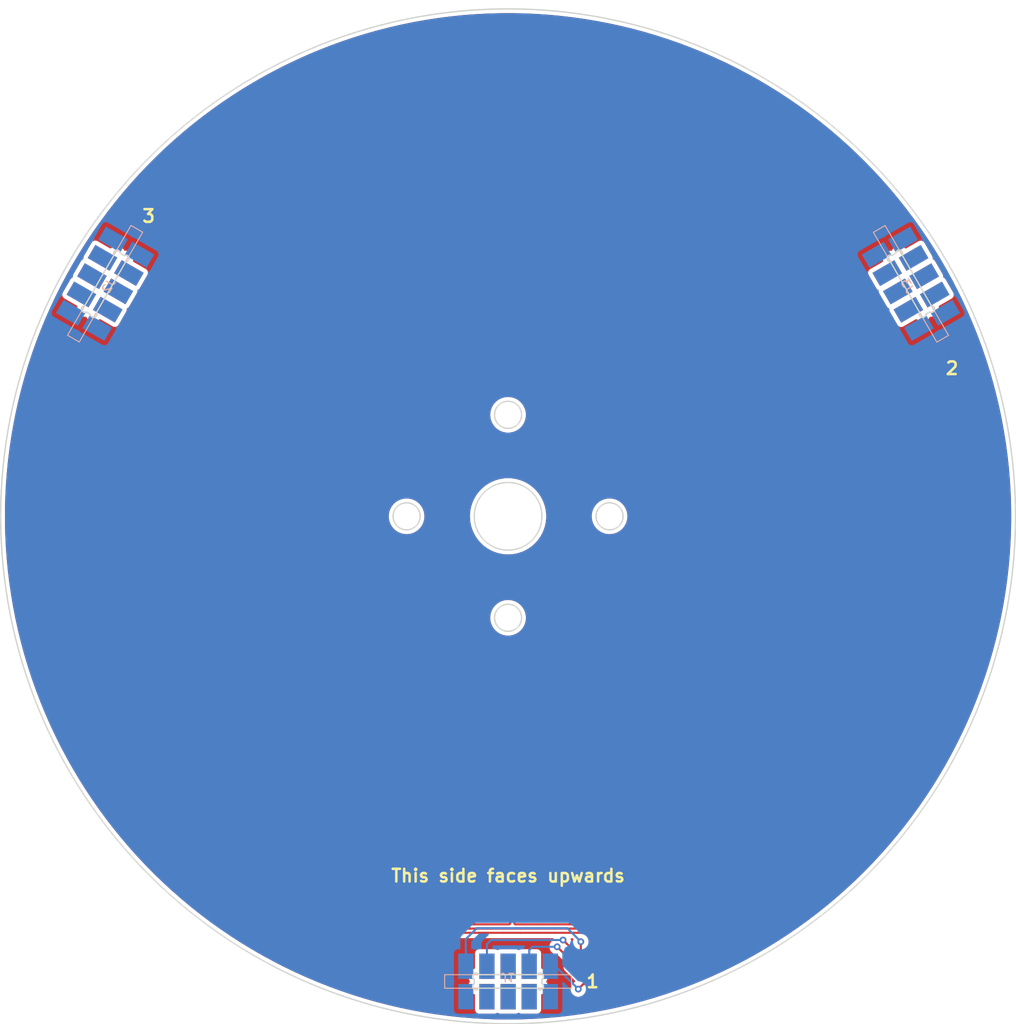
<source format=kicad_pcb>
(kicad_pcb (version 20201002) (generator pcbnew)

  (general
    (thickness 1.6)
  )

  (paper "A4")
  (layers
    (0 "F.Cu" signal)
    (31 "B.Cu" signal)
    (32 "B.Adhes" user "B.Adhesive")
    (33 "F.Adhes" user "F.Adhesive")
    (34 "B.Paste" user)
    (35 "F.Paste" user)
    (36 "B.SilkS" user "B.Silkscreen")
    (37 "F.SilkS" user "F.Silkscreen")
    (38 "B.Mask" user)
    (39 "F.Mask" user)
    (40 "Dwgs.User" user "User.Drawings")
    (41 "Cmts.User" user "User.Comments")
    (42 "Eco1.User" user "User.Eco1")
    (43 "Eco2.User" user "User.Eco2")
    (44 "Edge.Cuts" user)
    (45 "Margin" user)
    (46 "B.CrtYd" user "B.Courtyard")
    (47 "F.CrtYd" user "F.Courtyard")
    (48 "B.Fab" user)
    (49 "F.Fab" user)
  )

  (setup
    (grid_origin 150 100)
    (pcbplotparams
      (layerselection 0x00010fc_ffffffff)
      (usegerberextensions false)
      (usegerberattributes true)
      (usegerberadvancedattributes true)
      (creategerberjobfile true)
      (svguseinch false)
      (svgprecision 6)
      (excludeedgelayer true)
      (linewidth 0.100000)
      (plotframeref false)
      (viasonmask false)
      (mode 1)
      (useauxorigin false)
      (hpglpennumber 1)
      (hpglpenspeed 20)
      (hpglpendiameter 15.000000)
      (psnegative false)
      (psa4output false)
      (plotreference true)
      (plotvalue true)
      (plotinvisibletext false)
      (sketchpadsonfab false)
      (subtractmaskfromsilk false)
      (outputformat 1)
      (mirror false)
      (drillshape 0)
      (scaleselection 1)
      (outputdirectory "gerber")
    )
  )


  (net 0 "")
  (net 1 "Net-(J1-Pad16)")
  (net 2 "Net-(J1-Pad15)")
  (net 3 "Net-(J1-Pad14)")
  (net 4 "Net-(J1-Pad13)")
  (net 5 "Net-(J1-Pad12)")
  (net 6 "Net-(J1-Pad11)")
  (net 7 "Net-(J1-Pad8)")
  (net 8 "Net-(J1-Pad5)")
  (net 9 "Net-(J1-Pad4)")
  (net 10 "Net-(J1-Pad3)")
  (net 11 "Net-(J1-Pad2)")
  (net 12 "Net-(J1-Pad1)")
  (net 13 "Net-(J2-Pad16)")
  (net 14 "Net-(J2-Pad15)")
  (net 15 "Net-(J2-Pad14)")
  (net 16 "Net-(J2-Pad13)")
  (net 17 "Net-(J2-Pad12)")
  (net 18 "Net-(J2-Pad11)")
  (net 19 "Net-(J2-Pad10)")
  (net 20 "Net-(J2-Pad9)")
  (net 21 "Net-(J2-Pad8)")
  (net 22 "Net-(J2-Pad7)")
  (net 23 "Net-(J2-Pad6)")
  (net 24 "Net-(J2-Pad5)")
  (net 25 "Net-(J2-Pad4)")
  (net 26 "Net-(J2-Pad3)")
  (net 27 "Net-(J2-Pad2)")
  (net 28 "Net-(J2-Pad1)")
  (net 29 "Net-(J3-Pad16)")
  (net 30 "Net-(J3-Pad15)")
  (net 31 "Net-(J3-Pad14)")
  (net 32 "Net-(J3-Pad13)")
  (net 33 "Net-(J3-Pad12)")
  (net 34 "Net-(J3-Pad11)")
  (net 35 "Net-(J3-Pad10)")
  (net 36 "Net-(J3-Pad9)")
  (net 37 "Net-(J3-Pad8)")
  (net 38 "Net-(J3-Pad7)")
  (net 39 "Net-(J3-Pad6)")
  (net 40 "Net-(J3-Pad5)")
  (net 41 "Net-(J3-Pad4)")
  (net 42 "Net-(J3-Pad3)")
  (net 43 "Net-(J3-Pad2)")
  (net 44 "Net-(J3-Pad1)")
  (net 45 "/mesh_0r")
  (net 46 "/mesh_1r")
  (net 47 "/mesh_1s")
  (net 48 "/mesh_0s")

  (module "common_footprints:8mm_base" (layer "B.Cu") (tedit 5F75A806) (tstamp d3200566-d563-4a4c-8808-4e8edbfe7c9a)
    (at 197.641154 72.509936 -60)
    (property "Sheet file" "/home/user/research/rotohsm/prototype/mech_pcbs/rotor_top_pcb/rotor_top_pcb.kicad_sch")
    (property "Sheet name" "")
    (path "/da2de732-e8e4-4102-943f-b8565ea9e299")
    (attr through_hole)
    (fp_text reference "J3" (at 0 0.5 -60 unlocked) (layer "B.SilkS")
      (effects (font (size 1 1) (thickness 0.15)) (justify mirror))
      (tstamp 4dd5297d-66a8-40b9-a760-66c36ef53793)
    )
    (fp_text value "8mm_junction" (at 0 -1 -60 unlocked) (layer "B.Fab")
      (effects (font (size 1 1) (thickness 0.15)) (justify mirror))
      (tstamp 2a708238-b13a-4002-8fa5-885d40339314)
    )
    (fp_rect (start 7.5 0.8) (end -7.5 -0.8) (layer "B.SilkS") (width 0.12) (tstamp 75bc5e38-483c-432c-9dbc-8604e7c3a37d))
    (fp_rect (start -4 -0.8) (end 4 0.8) (layer "Dwgs.User") (width 0.1) (tstamp 80c8db8c-c6d8-41a1-a988-ef5bc226a088))
    (pad "1" smd rect (at -5 -1.8 300) (size 1.8 3) (layers "B.Cu" "B.Mask")
      (net 44 "Net-(J3-Pad1)") (tstamp 7722a042-2c2b-405f-b315-22b19b7745d6))
    (pad "2" smd rect (at -2.5 -1.8 300) (size 1.8 3) (layers "B.Cu" "B.Mask")
      (net 43 "Net-(J3-Pad2)") (tstamp 4b4091f2-777d-49c3-bdef-f8c46f3d83ad))
    (pad "3" smd rect (at 0 -1.8 300) (size 1.8 3) (layers "B.Cu" "B.Mask")
      (net 42 "Net-(J3-Pad3)") (tstamp 5471dd0d-cdd3-4c92-929f-0088783b83d3))
    (pad "4" smd rect (at 2.5 -1.8 300) (size 1.8 3) (layers "B.Cu" "B.Mask")
      (net 41 "Net-(J3-Pad4)") (tstamp 5844f65d-d08a-4bd9-a2d3-9b55f4d20fec))
    (pad "5" smd rect (at 5 -1.8 300) (size 1.8 3) (layers "B.Cu" "B.Mask")
      (net 40 "Net-(J3-Pad5)") (tstamp 90438a9e-a792-441e-abc1-608afe95cd92))
    (pad "6" smd rect (at 5 1.8 300) (size 1.8 3) (layers "B.Cu" "B.Mask")
      (net 39 "Net-(J3-Pad6)") (tstamp 2c2b2e29-a306-4512-9664-f93cd5453e56))
    (pad "7" smd rect (at 2.5 1.8 300) (size 1.8 3) (layers "B.Cu" "B.Mask")
      (net 38 "Net-(J3-Pad7)") (tstamp 8bd054f8-d178-4ed5-95af-702ef88e3c6a))
    (pad "8" smd rect (at 0 1.8 300) (size 1.8 3) (layers "B.Cu" "B.Mask")
      (net 37 "Net-(J3-Pad8)") (tstamp 0dce4894-f775-4bee-9484-2787fafa09dc))
    (pad "9" smd rect (at -2.5 1.8 300) (size 1.8 3) (layers "B.Cu" "B.Mask")
      (net 36 "Net-(J3-Pad9)") (tstamp ed016c0c-a17f-4140-9c7b-81e9a7e0b975))
    (pad "10" smd rect (at -5 1.8 300) (size 1.8 3) (layers "B.Cu" "B.Mask")
      (net 35 "Net-(J3-Pad10)") (tstamp 7a341744-3050-4c1e-8669-72325e240312))
    (pad "11" smd rect (at -2.5 -1.8 300) (size 1.8 3) (layers "F.Cu" "F.Mask")
      (net 34 "Net-(J3-Pad11)") (solder_mask_margin 0.1) (tstamp 944ced87-1af8-4291-9c65-fb02ffd77938))
    (pad "12" smd rect (at 0 -1.8 300) (size 1.8 3) (layers "F.Cu" "F.Mask")
      (net 33 "Net-(J3-Pad12)") (solder_mask_margin 0.1) (tstamp 1b2fc3e4-8db1-4808-88b6-42b62d5bd7bd))
    (pad "13" smd rect (at 2.5 -1.8 300) (size 1.8 3) (layers "F.Cu" "F.Mask")
      (net 32 "Net-(J3-Pad13)") (solder_mask_margin 0.1) (tstamp bb582221-70de-42fe-ae72-bcf43d161cb1))
    (pad "14" smd rect (at 2.5 1.8 300) (size 1.8 3) (layers "F.Cu" "F.Mask")
      (net 31 "Net-(J3-Pad14)") (solder_mask_margin 0.1) (tstamp 9fed537a-27e0-4db0-830d-7f7179f0aac6))
    (pad "15" smd rect (at 0 1.8 300) (size 1.8 3) (layers "F.Cu" "F.Mask")
      (net 30 "Net-(J3-Pad15)") (solder_mask_margin 0.1) (tstamp 8fd61f58-07a2-4f31-8641-abdb30a6fc71))
    (pad "16" smd rect (at -2.5 1.8 300) (size 1.8 3) (layers "F.Cu" "F.Mask")
      (net 29 "Net-(J3-Pad16)") (solder_mask_margin 0.1) (tstamp 0bcc6615-644e-4568-9e83-5fec035ab0b0))
  )

  (module "common_footprints:8mm_base" (layer "B.Cu") (tedit 5F75A806) (tstamp d818003d-cd81-426a-82c6-b64fcf6601ee)
    (at 102.35 72.5 60)
    (property "Sheet file" "/home/user/research/rotohsm/prototype/mech_pcbs/rotor_top_pcb/rotor_top_pcb.kicad_sch")
    (property "Sheet name" "")
    (path "/efa87beb-9e1c-4f0c-95e0-9d80890741d8")
    (attr through_hole)
    (fp_text reference "J2" (at 0 0.5 60 unlocked) (layer "B.SilkS")
      (effects (font (size 1 1) (thickness 0.15)) (justify mirror))
      (tstamp 7ba59398-ef69-4991-8346-436f54d1206b)
    )
    (fp_text value "8mm_junction" (at 0 -1 60 unlocked) (layer "B.Fab")
      (effects (font (size 1 1) (thickness 0.15)) (justify mirror))
      (tstamp e370439f-d7b3-4c4c-9ba9-ac863820c619)
    )
    (fp_rect (start 7.5 0.8) (end -7.5 -0.8) (layer "B.SilkS") (width 0.12) (tstamp 70ed61de-f888-4383-9b5c-4bf251ef98c4))
    (fp_rect (start -4 -0.8) (end 4 0.8) (layer "Dwgs.User") (width 0.1) (tstamp 186f139b-1804-44d6-991f-d61995aa3847))
    (pad "1" smd rect (at -5 -1.8 60) (size 1.8 3) (layers "B.Cu" "B.Mask")
      (net 28 "Net-(J2-Pad1)") (tstamp b97b2ab6-4b10-4d28-a976-aa085a8d4743))
    (pad "2" smd rect (at -2.5 -1.8 60) (size 1.8 3) (layers "B.Cu" "B.Mask")
      (net 27 "Net-(J2-Pad2)") (tstamp 5a2ee173-6834-4600-bf1a-ab4c710aeaba))
    (pad "3" smd rect (at 0 -1.8 60) (size 1.8 3) (layers "B.Cu" "B.Mask")
      (net 26 "Net-(J2-Pad3)") (tstamp ee63edfb-1205-45c4-887e-96b35b9dba0b))
    (pad "4" smd rect (at 2.5 -1.8 60) (size 1.8 3) (layers "B.Cu" "B.Mask")
      (net 25 "Net-(J2-Pad4)") (tstamp 1d011fcb-4269-442f-a36d-443b1969c8ea))
    (pad "5" smd rect (at 5 -1.8 60) (size 1.8 3) (layers "B.Cu" "B.Mask")
      (net 24 "Net-(J2-Pad5)") (tstamp b6de08b5-1bd5-4b60-9edc-a82a93109d59))
    (pad "6" smd rect (at 5 1.8 60) (size 1.8 3) (layers "B.Cu" "B.Mask")
      (net 23 "Net-(J2-Pad6)") (tstamp 1d1106e8-d748-4014-bf9e-0946f06cfc7f))
    (pad "7" smd rect (at 2.5 1.8 60) (size 1.8 3) (layers "B.Cu" "B.Mask")
      (net 22 "Net-(J2-Pad7)") (tstamp 2d4eb6c7-c252-4926-94ea-dd08e33ca163))
    (pad "8" smd rect (at 0 1.8 60) (size 1.8 3) (layers "B.Cu" "B.Mask")
      (net 21 "Net-(J2-Pad8)") (tstamp b1e0de9f-084f-4fec-ac8f-9b7610b62bca))
    (pad "9" smd rect (at -2.5 1.8 60) (size 1.8 3) (layers "B.Cu" "B.Mask")
      (net 20 "Net-(J2-Pad9)") (tstamp 76790f27-c8e8-49b2-914b-53e1edec3bcd))
    (pad "10" smd rect (at -5 1.8 60) (size 1.8 3) (layers "B.Cu" "B.Mask")
      (net 19 "Net-(J2-Pad10)") (tstamp 892676a3-523e-41c8-a340-8717d4d62e4d))
    (pad "11" smd rect (at -2.5 -1.8 60) (size 1.8 3) (layers "F.Cu" "F.Mask")
      (net 18 "Net-(J2-Pad11)") (solder_mask_margin 0.1) (tstamp 5c6cbae3-1c1d-417f-837f-1872647b3fe9))
    (pad "12" smd rect (at 0 -1.8 60) (size 1.8 3) (layers "F.Cu" "F.Mask")
      (net 17 "Net-(J2-Pad12)") (solder_mask_margin 0.1) (tstamp 39879d54-bd48-44f9-845e-c5161a55deff))
    (pad "13" smd rect (at 2.5 -1.8 60) (size 1.8 3) (layers "F.Cu" "F.Mask")
      (net 16 "Net-(J2-Pad13)") (solder_mask_margin 0.1) (tstamp 7604539a-9d7f-4c7c-8a99-13c5981e0c08))
    (pad "14" smd rect (at 2.5 1.8 60) (size 1.8 3) (layers "F.Cu" "F.Mask")
      (net 15 "Net-(J2-Pad14)") (solder_mask_margin 0.1) (tstamp c8511d5c-75b5-4633-9b71-c29dafa3f063))
    (pad "15" smd rect (at 0 1.8 60) (size 1.8 3) (layers "F.Cu" "F.Mask")
      (net 14 "Net-(J2-Pad15)") (solder_mask_margin 0.1) (tstamp 46c7d105-d250-4902-8743-b52e699d3e76))
    (pad "16" smd rect (at -2.5 1.8 60) (size 1.8 3) (layers "F.Cu" "F.Mask")
      (net 13 "Net-(J2-Pad16)") (solder_mask_margin 0.1) (tstamp 0d78c9c8-0068-45bf-8c9f-9829de8fd4c8))
  )

  (module "common_footprints:8mm_base" (layer "B.Cu") (tedit 5F75A806) (tstamp f24eeb49-02d7-4b48-9c0a-afa28c07498b)
    (at 150 155 180)
    (property "Sheet file" "/home/user/research/rotohsm/prototype/mech_pcbs/rotor_top_pcb/rotor_top_pcb.kicad_sch")
    (property "Sheet name" "")
    (path "/a1b21986-1f92-4449-882b-14b8f91c2510")
    (attr through_hole)
    (fp_text reference "J1" (at 0 0.5 180 unlocked) (layer "B.SilkS")
      (effects (font (size 1 1) (thickness 0.15)) (justify mirror))
      (tstamp 27043d80-1489-42de-ac1a-72e743e85c59)
    )
    (fp_text value "8mm_junction" (at 0 -1 180 unlocked) (layer "B.Fab")
      (effects (font (size 1 1) (thickness 0.15)) (justify mirror))
      (tstamp 77c1dce4-7885-4cc6-94c1-c5e166ef4ba6)
    )
    (fp_rect (start 7.5 0.8) (end -7.5 -0.8) (layer "B.SilkS") (width 0.12) (tstamp ef425bf0-2b40-4a29-9a63-51928219eb32))
    (fp_rect (start -4 -0.8) (end 4 0.8) (layer "Dwgs.User") (width 0.1) (tstamp 841f0a59-3a30-4991-a365-51b3024e56e3))
    (pad "1" smd rect (at -5 -1.8 180) (size 1.8 3) (layers "B.Cu" "B.Mask")
      (net 12 "Net-(J1-Pad1)") (tstamp 30970a9b-1b39-47f8-af83-7c3b5786b13c))
    (pad "2" smd rect (at -2.5 -1.8 180) (size 1.8 3) (layers "B.Cu" "B.Mask")
      (net 11 "Net-(J1-Pad2)") (tstamp c9d04971-467c-4133-a033-b097a67d7ea3))
    (pad "3" smd rect (at 0 -1.8 180) (size 1.8 3) (layers "B.Cu" "B.Mask")
      (net 10 "Net-(J1-Pad3)") (tstamp a4bc8193-f6e1-4216-afaf-4377ed7a2938))
    (pad "4" smd rect (at 2.5 -1.8 180) (size 1.8 3) (layers "B.Cu" "B.Mask")
      (net 9 "Net-(J1-Pad4)") (tstamp 73ad395b-feb6-4347-8b20-2648f6592f65))
    (pad "5" smd rect (at 5 -1.8 180) (size 1.8 3) (layers "B.Cu" "B.Mask")
      (net 8 "Net-(J1-Pad5)") (tstamp fe4decfd-7067-4601-b0be-56fe44fcd8ee))
    (pad "6" smd rect (at 5 1.8 180) (size 1.8 3) (layers "B.Cu" "B.Mask")
      (net 48 "/mesh_0s") (tstamp 97d72de3-6a5f-4836-888b-2e68481f35ff))
    (pad "7" smd rect (at 2.5 1.8 180) (size 1.8 3) (layers "B.Cu" "B.Mask")
      (net 47 "/mesh_1s") (tstamp 4a96e89a-2f6a-4259-8815-78a848c189d9))
    (pad "8" smd rect (at 0 1.8 180) (size 1.8 3) (layers "B.Cu" "B.Mask")
      (net 7 "Net-(J1-Pad8)") (tstamp 50695d6d-7725-4db8-92bd-80df14e3f34d))
    (pad "9" smd rect (at -2.5 1.8 180) (size 1.8 3) (layers "B.Cu" "B.Mask")
      (net 46 "/mesh_1r") (tstamp 836286a5-b7af-4d3c-ae26-a4b60fd9f311))
    (pad "10" smd rect (at -5 1.8 180) (size 1.8 3) (layers "B.Cu" "B.Mask")
      (net 45 "/mesh_0r") (tstamp 1008b3da-e38e-4e17-b87b-2e96396c9885))
    (pad "11" smd rect (at -2.5 -1.8 180) (size 1.8 3) (layers "F.Cu" "F.Mask")
      (net 6 "Net-(J1-Pad11)") (solder_mask_margin 0.1) (tstamp d7c2abf5-f9c5-4175-92f1-2f43f683a468))
    (pad "12" smd rect (at 0 -1.8 180) (size 1.8 3) (layers "F.Cu" "F.Mask")
      (net 5 "Net-(J1-Pad12)") (solder_mask_margin 0.1) (tstamp b0939e47-b67a-4796-bd45-943421a97bb8))
    (pad "13" smd rect (at 2.5 -1.8 180) (size 1.8 3) (layers "F.Cu" "F.Mask")
      (net 4 "Net-(J1-Pad13)") (solder_mask_margin 0.1) (tstamp cf5e641d-6d6c-4e1c-a9e5-41e5c19934fc))
    (pad "14" smd rect (at 2.5 1.8 180) (size 1.8 3) (layers "F.Cu" "F.Mask")
      (net 3 "Net-(J1-Pad14)") (solder_mask_margin 0.1) (tstamp 4a47a65e-c274-43a9-a5a2-ae6e709e0260))
    (pad "15" smd rect (at 0 1.8 180) (size 1.8 3) (layers "F.Cu" "F.Mask")
      (net 2 "Net-(J1-Pad15)") (solder_mask_margin 0.1) (tstamp 6e5c61d9-5e9e-4d19-82c4-8ab8d44d7af9))
    (pad "16" smd rect (at -2.5 1.8 180) (size 1.8 3) (layers "F.Cu" "F.Mask")
      (net 1 "Net-(J1-Pad16)") (solder_mask_margin 0.1) (tstamp 8816a68e-89a6-42fe-8caa-bda1937524ef))
  )

  (gr_poly (pts
 (xy 200 61)
    (xy 189 67)
    (xy 198 82)
    (xy 210 75)
    (xy 210 160)
    (xy 90 160)
    (xy 90 90)
    (xy 91 77)
    (xy 102 82)
    (xy 111 67)
    (xy 95 60)
    (xy 95 40)
    (xy 177 39)) (layer "Eco1.User") (width 0.1) (tstamp 9eb5260b-7f86-4f68-8591-70027bad8ee3))
  (gr_line (start 99.949 75.091) (end 103.403 69.109) (angle 90) (layer "Edge.Cuts") (width 0.16) (tstamp 037575b2-a072-4db2-adad-adde48bad8d3))
  (gr_line (start 199.412 76.091) (end 199.851 75.837) (angle 90) (layer "Edge.Cuts") (width 0.16) (tstamp 0f6aa767-2d62-4d79-bcc0-071a43fc4b2f))
  (gr_circle (center 138 100) (end 136.4 100) (layer "Edge.Cuts") (width 0.16) (tstamp 24c76efc-fa73-4315-9872-d3a1650190eb))
  (gr_arc (start 200.051 75.491) (end 199.851 75.837) (angle -210) (layer "Edge.Cuts") (width 0.16) (tstamp 255e46dd-23a7-417a-bd85-27642f0c3880))
  (gr_arc (start 103.749 68.909) (end 104.149 68.909) (angle -210) (layer "Edge.Cuts") (width 0.16) (tstamp 2ee61445-197c-44a1-9cb7-ad7147a73a10))
  (gr_circle (center 150 100) (end 146 100) (layer "Edge.Cuts") (width 0.16) (tstamp 2fa3df53-7b2c-4301-8bea-6d4b21bc4201))
  (gr_line (start 146 154.746) (end 146 155.254) (angle 90) (layer "Edge.Cuts") (width 0.16) (tstamp 447dd2e1-7601-48e2-85ca-2a075cdef4ac))
  (gr_arc (start 199.012 76.091) (end 198.665 75.891) (angle -210) (layer "Edge.Cuts") (width 0.16) (tstamp 50ca8c57-0a2e-44a3-afdd-2a4b5ea69412))
  (gr_arc (start 195.212 69.509) (end 195.412 69.163) (angle -210) (layer "Edge.Cuts") (width 0.16) (tstamp 5539b53f-e31f-4875-a336-590200481045))
  (gr_arc (start 196.251 68.909) (end 196.597 69.109) (angle -210) (layer "Edge.Cuts") (width 0.16) (tstamp 568d483a-4a3b-4a54-ac44-cf4110bad384))
  (gr_circle (center 150 100) (end 90 100) (layer "Edge.Cuts") (width 0.16) (tstamp 65aaf0d5-7af2-4ca4-8f30-79de15eec9bb))
  (gr_line (start 104.588 69.163) (end 104.149 68.909) (angle 90) (layer "Edge.Cuts") (width 0.16) (tstamp 6927b8a5-e32c-48ab-80c2-9a7dd7c95cd5))
  (gr_arc (start 146.2 155.6) (end 146 155.254) (angle -210) (layer "Edge.Cuts") (width 0.16) (tstamp 78d0ded2-b865-4004-a604-7f2c8d74e3a2))
  (gr_circle (center 162 100) (end 160.4 100) (layer "Edge.Cuts") (width 0.16) (tstamp 7a64ded5-bb55-4387-bad5-98967e89c99c))
  (gr_circle (center 150 112) (end 148.4 112) (layer "Edge.Cuts") (width 0.16) (tstamp 8749f388-1c79-49de-808d-e06eea24c47a))
  (gr_line (start 196.597 69.109) (end 200.051 75.091) (angle 90) (layer "Edge.Cuts") (width 0.16) (tstamp 8d5fac8e-68b9-497a-b254-8c73bf3e9618))
  (gr_arc (start 104.788 69.509) (end 104.788 69.909) (angle -210) (layer "Edge.Cuts") (width 0.16) (tstamp 90d84e53-a61c-4a6b-b1f3-8740cf9bf50f))
  (gr_arc (start 146.2 154.4) (end 146.546 154.2) (angle -210) (layer "Edge.Cuts") (width 0.16) (tstamp 9119234c-121a-4d83-b318-04b323bcb662))
  (gr_arc (start 99.949 75.491) (end 99.949 75.091) (angle -210) (layer "Edge.Cuts") (width 0.16) (tstamp 94b97614-a672-4c2f-8070-7698fcd0f206))
  (gr_line (start 195.412 69.163) (end 195.851 68.909) (angle 90) (layer "Edge.Cuts") (width 0.16) (tstamp a64673bc-5649-4ccf-be0f-92764ae3fe3c))
  (gr_line (start 153.454 154.2) (end 146.546 154.2) (angle 90) (layer "Edge.Cuts") (width 0.16) (tstamp bd56182d-4c75-42ba-96b3-91304928b697))
  (gr_arc (start 100.988 76.091) (end 100.588 76.091) (angle -210) (layer "Edge.Cuts") (width 0.16) (tstamp be17fd50-c52f-4a81-a00e-01929d3f8d2b))
  (gr_arc (start 153.8 155.6) (end 153.454 155.8) (angle -210) (layer "Edge.Cuts") (width 0.16) (tstamp c2fe01b0-91bc-4ce3-8343-7a74ae4dbfaa))
  (gr_circle (center 150 88) (end 148.4 88) (layer "Edge.Cuts") (width 0.16) (tstamp d4286737-97ce-4648-8ad8-c5c72acba331))
  (gr_arc (start 153.8 154.4) (end 154 154.746) (angle -210) (layer "Edge.Cuts") (width 0.16) (tstamp d5976085-5a09-4240-98dc-2b7aed943c00))
  (gr_line (start 154 154.746) (end 154 155.254) (angle 90) (layer "Edge.Cuts") (width 0.16) (tstamp db7c2b5d-1b45-46cd-ba9e-72988b96973c))
  (gr_line (start 101.335 75.891) (end 104.788 69.909) (angle 90) (layer "Edge.Cuts") (width 0.16) (tstamp db7c96d6-625d-48cd-aa25-1a438e7f53ce))
  (gr_line (start 100.588 76.091) (end 100.149 75.837) (angle 90) (layer "Edge.Cuts") (width 0.16) (tstamp dc64681f-3891-4c00-a901-a410bfd542ba))
  (gr_line (start 153.454 155.8) (end 146.546 155.8) (angle 90) (layer "Edge.Cuts") (width 0.16) (tstamp e937da31-8030-4fba-a1d8-8b93749e4841))
  (gr_line (start 195.212 69.909) (end 198.665 75.891) (angle 90) (layer "Edge.Cuts") (width 0.16) (tstamp fe32f053-1e0b-4199-a904-38f7a1e9bbc4))
  (gr_text "This side faces upwards" (at 150 142.5) (layer "F.SilkS") (tstamp 1b998dbf-82f3-4ae8-a466-5664592aaeda)
    (effects (font (size 1.5 1.5) (thickness 0.3)))
  )
  (gr_text "3" (at 107.5 64.5) (layer "F.SilkS") (tstamp bc444311-3d5a-4829-822d-15f27340c28c)
    (effects (font (size 1.5 1.5) (thickness 0.3)))
  )
  (gr_text "2" (at 202.5 82.5) (layer "F.SilkS") (tstamp c49133a9-4503-41e3-9fb5-50d360ea61da)
    (effects (font (size 1.5 1.5) (thickness 0.3)))
  )
  (gr_text "1" (at 160 155) (layer "F.SilkS") (tstamp f1e3582d-416f-420d-9f72-9c3f696e52fd)
    (effects (font (size 1.5 1.5) (thickness 0.3)))
  )

  (segment (start 158.9 155.3) (end 159.5 155.3) (width 0.25) (layer "F.Cu") (net 45) (tstamp 0c372135-fdcb-4dc0-9a37-8a053301f7c4))
  (segment (start 158.3 155.9) (end 158.9 155.3) (width 0.25) (layer "F.Cu") (net 45) (tstamp cccb729d-b203-4743-bb10-73fde51b70e1))
  (via (at 158.3 155.9) (size 0.8) (drill 0.4) (layers "F.Cu" "B.Cu") (net 45) (tstamp 36e86a62-f5c0-4c5c-8c81-a3bcf485cd17))
  (segment (start 155.6 153.2) (end 158.3 155.9) (width 0.25) (layer "B.Cu") (net 45) (tstamp 40bc2658-163f-48e1-94cb-945687a60933))
  (segment (start 155 153.2) (end 155.6 153.2) (width 0.25) (layer "B.Cu") (net 45) (tstamp c9f52ac1-f5e4-4099-bf62-dc47db90a823))
  (segment (start 172.748319 88.642984) (end 172.748319 87.496537) (width 0.25) (layer "F.Cu") (net 47) (tstamp 00001ce6-2e9c-4704-bd2c-bb534a607a30))
  (segment (start 135.498319 64.746537) (end 137.498319 64.746537) (width 0.25) (layer "F.Cu") (net 47) (tstamp 0005ffe3-bc59-433f-b19e-b19c8135164f))
  (segment (start 141.498319 54.246537) (end 143.498319 54.246537) (width 0.25) (layer "F.Cu") (net 47) (tstamp 00060872-31a1-4458-954a-c46ef5512dfc))
  (segment (start 172.748319 92.85009) (end 172.748319 93.496537) (width 0.25) (layer "F.Cu") (net 47) (tstamp 00093b95-8ba1-46e7-96aa-6df6069e2a4e))
  (segment (start 140.851873 110.746537) (end 141.498319 110.746537) (width 0.25) (layer "F.Cu") (net 47) (tstamp 000d5d56-8e9c-4721-a675-8814a0c0eff4))
  (segment (start 130.851873 138.746537) (end 130.748319 138.85009) (width 0.25) (layer "F.Cu") (net 47) (tstamp 00117752-e32c-44cb-b6a6-cc61dc19cfad))
  (segment (start 140.644766 64.246537) (end 140.351873 64.246537) (width 0.25) (layer "F.Cu") (net 47) (tstamp 0012b2db-df34-4d5b-950f-06c748741685))
  (segment (start 194.248319 89.496537) (end 194.248319 90.642984) (width 0.25) (layer "F.Cu") (net 47) (tstamp 001eacb9-79fb-419d-acb6-2caa4d187519))
  (segment (start 122.748319 50.85009) (end 122.748319 51.496537) (width 0.25) (layer "F.Cu") (net 47) (tstamp 002e8b2e-e95c-4255-babd-0621f8983ecf))
  (segment (start 172.748319 129.496537) (end 172.748319 130.142984) (width 0.25) (layer "F.Cu") (net 47) (tstamp 003a9eb1-8d54-43d5-a820-e59688273cc6))
  (segment (start 126.644766 106.746537) (end 126.748319 106.642984) (width 0.25) (layer "F.Cu") (net 47) (tstamp 004bc089-c738-4a53-9268-277453256af5))
  (segment (start 136.748319 150.642984) (end 136.748319 149.496537) (width 0.25) (layer "F.Cu") (net 47) (tstamp 005d5424-122d-4ea5-8468-f389d6946333))
  (segment (start 174.144766 48.746537) (end 173.498319 48.746537) (width 0.25) (layer "F.Cu") (net 47) (tstamp 005f8598-ec55-43a2-98d5-4761c2360818))
  (segment (start 172.248319 132.85009) (end 172.144766 132.746537) (width 0.25) (layer "F.Cu") (net 47) (tstamp 0064bf29-a3e9-491f-bd85-a73688775c40))
  (segment (start 170.644766 74.746537) (end 170.748319 74.642984) (width 0.25) (layer "F.Cu") (net 47) (tstamp 006c560a-5075-44b3-8e32-46416fc16dd0))
  (segment (start 122.748319 138.642984) (end 122.748319 137.496537) (width 0.25) (layer "F.Cu") (net 47) (tstamp 0086029b-2120-4a31-9775-a3b1322e0047))
  (segment (start 185.498319 142.246537) (end 186.144766 142.246537) (width 0.25) (layer "F.Cu") (net 47) (tstamp 008a4edc-b5ed-4730-9d3d-d6ef1ca11a44))
  (segment (start 166.248319 67.496537) (end 166.248319 69.496537) (width 0.25) (layer "F.Cu") (net 47) (tstamp 008f4f8e-363b-409d-a057-6aa8df561096))
  (segment (start 130.248319 100.642984) (end 130.351873 100.746537) (width 0.25) (layer "F.Cu") (net 47) (tstamp 009416b6-675d-475b-be49-7bf591ce1fe1))
  (segment (start 142.144766 86.746537) (end 141.498319 86.746537) (width 0.25) (layer "F.Cu") (net 47) (tstamp 00a5c787-011b-4b50-8d27-2fde3b429a97))
  (segment (start 116.248319 115.496537) (end 116.248319 116.642984) (width 0.25) (layer "F.Cu") (net 47) (tstamp 00b123b0-0152-43d3-b574-087d9c5cf7d8))
  (segment (start 152.351873 106.746537) (end 153.498319 106.746537) (width 0.25) (layer "F.Cu") (net 47) (tstamp 00b4a032-c739-4f0a-9016-a6813dd07e73))
  (segment (start 180.748319 129.496537) (end 180.748319 131.496537) (width 0.25) (layer "F.Cu") (net 47) (tstamp 00c13bbd-6bbc-4394-b6c4-32de0c364130))
  (segment (start 157.498319 122.746537) (end 159.498319 122.746537) (width 0.25) (layer "F.Cu") (net 47) (tstamp 00ccd1a3-4b71-4cdc-b5c6-c87e4d904b15))
  (segment (start 122.748319 87.496537) (end 122.748319 89.496537) (width 0.25) (layer "F.Cu") (net 47) (tstamp 00d82813-550e-4fdf-b433-a4a05231ead1))
  (segment (start 171.498319 124.746537) (end 173.498319 124.746537) (width 0.25) (layer "F.Cu") (net 47) (tstamp 00e42852-8069-4a37-a779-35d5abcb12ff))
  (segment (start 166.644766 114.246537) (end 165.498319 114.246537) (width 0.25) (layer "F.Cu") (net 47) (tstamp 00e856e9-9842-488c-bfb7-ac3bd79d731f))
  (segment (start 132.748319 52.35009) (end 132.644766 52.246537) (width 0.25) (layer "F.Cu") (net 47) (tstamp 00e8c703-dbf2-4f5d-a716-62f40b36cd67))
  (segment (start 161.498319 150.746537) (end 160.851873 150.746537) (width 0.25) (layer "F.Cu") (net 47) (tstamp 00f2d1ee-fff2-4e58-ac88-ecaf77a28658))
  (segment (start 124.248319 109.496537) (end 124.248319 111.496537) (width 0.25) (layer "F.Cu") (net 47) (tstamp 00f4840a-0ba6-43a3-bf55-951daf84cea0))
  (segment (start 129.498319 48.746537) (end 130.144766 48.746537) (width 0.25) (layer "F.Cu") (net 47) (tstamp 0131db92-b2e4-414f-bdb9-8f0b03efdf82))
  (segment (start 161.498319 104.246537) (end 163.498319 104.246537) (width 0.25) (layer "F.Cu") (net 47) (tstamp 013f7338-9c74-4c8b-9b39-9a74f3fb29dd))
  (segment (start 100.144766 86.746537) (end 99.498319 86.746537) (width 0.25) (layer "F.Cu") (net 47) (tstamp 0142805f-4aa9-48a5-b6ca-a4214e163281))
  (segment (start 180.851873 60.746537) (end 181.498319 60.746537) (width 0.25) (layer "F.Cu") (net 47) (tstamp 01478133-c2c9-440e-8e92-f02a8e46b7d1))
  (segment (start 108.748319 76.142984) (end 108.851873 76.246537) (width 0.25) (layer "F.Cu") (net 47) (tstamp 015dea0e-d59d-46f5-8b44-e360bfef6968))
  (segment (start 172.748319 68.35009) (end 172.644766 68.246537) (width 0.25) (layer "F.Cu") (net 47) (tstamp 0164be0c-0e14-4b8f-8e11-b09b917e7f64))
  (segment (start 181.498319 146.746537) (end 182.644766 146.746537) (width 0.25) (layer "F.Cu") (net 47) (tstamp 0164c1e7-64ec-41af-9704-5f1b4d0a0fe4))
  (segment (start 161.498319 120.746537) (end 162.644766 120.746537) (width 0.25) (layer "F.Cu") (net 47) (tstamp 0167fd23-c44d-46bd-8843-6783e417e341))
  (segment (start 143.498319 94.746537) (end 144.644766 94.746537) (width 0.25) (layer "F.Cu") (net 47) (tstamp 016a9e7b-e3f7-42ae-ba68-808470868f9a))
  (segment (start 148.248319 59.496537) (end 148.248319 61.496537) (width 0.25) (layer "F.Cu") (net 47) (tstamp 016c2efe-4734-4282-89ad-ccca13c6b7ca))
  (segment (start 174.748319 117.496537) (end 174.748319 119.496537) (width 0.25) (layer "F.Cu") (net 47) (tstamp 01701888-4617-466b-8a7e-08bd98dace98))
  (segment (start 112.248319 134.142984) (end 112.144766 134.246537) (width 0.25) (layer "F.Cu") (net 47) (tstamp 017ccc30-83c6-4a93-b4ca-4cb35333b22f))
  (segment (start 148.644766 106.746537) (end 148.748319 106.642984) (width 0.25) (layer "F.Cu") (net 47) (tstamp 01818474-1203-46ed-a252-303ed22141f2))
  (segment (start 105.498319 88.746537) (end 106.644766 88.746537) (width 0.25) (layer "F.Cu") (net 47) (tstamp 018ade6e-8736-467d-a304-10c1083c1dd0))
  (segment (start 157.498319 70.246537) (end 159.498319 70.246537) (width 0.25) (layer "F.Cu") (net 47) (tstamp 0192bcfd-a611-440d-953f-a2ae93e231ae))
  (segment (start 118.248319 88.35009) (end 118.248319 89.496537) (width 0.25) (layer "F.Cu") (net 47) (tstamp 01980cba-6003-481e-9121-32e361b68cda))
  (segment (start 118.248319 60.642984) (end 118.351873 60.746537) (width 0.25) (layer "F.Cu") (net 47) (tstamp 01ac01cf-5321-41f9-aade-72276835482d))
  (segment (start 109.498319 74.246537) (end 110.144766 74.246537) (width 0.25) (layer "F.Cu") (net 47) (tstamp 01b01b6e-66f4-4556-b835-2dfcac422803))
  (segment (start 109.498319 74.746537) (end 108.851873 74.746537) (width 0.25) (layer "F.Cu") (net 47) (tstamp 01b049b4-b00c-442b-b376-2fac096338e2))
  (segment (start 185.498319 130.246537) (end 184.351873 130.246537) (width 0.25) (layer "F.Cu") (net 47) (tstamp 01b4fe90-51dc-4442-8a2e-f7ae70ab7c88))
  (segment (start 103.498319 126.246537) (end 105.498319 126.246537) (width 0.25) (layer "F.Cu") (net 47) (tstamp 01c7560f-f162-4825-9817-ef8299dc15b8))
  (segment (start 96.748319 83.496537) (end 96.748319 84.142984) (width 0.25) (layer "F.Cu") (net 47) (tstamp 01d528f6-8e80-4977-aecb-3afcae48ea8a))
  (segment (start 117.498319 56.246537) (end 116.851873 56.246537) (width 0.25) (layer "F.Cu") (net 47) (tstamp 01d63f30-daf3-4c81-893a-5bc9443cc8ba))
  (segment (start 138.351873 86.246537) (end 138.248319 86.35009) (width 0.25) (layer "F.Cu") (net 47) (tstamp 01e327ce-a404-47d0-afe1-2471e1d5faaa))
  (segment (start 175.498319 120.246537) (end 176.144766 120.246537) (width 0.25) (layer "F.Cu") (net 47) (tstamp 01e92200-7538-49c4-af07-00f89b91dee0))
  (segment (start 154.248319 54.85009) (end 154.144766 54.746537) (width 0.25) (layer "F.Cu") (net 47) (tstamp 01f5e0e9-da82-43e1-82a6-25697026c8eb))
  (segment (start 136.248319 44.35009) (end 136.248319 44.642984) (width 0.25) (layer "F.Cu") (net 47) (tstamp 01f69d27-5ebd-47d6-9333-d53da89af8b6))
  (segment (start 97.498319 100.746537) (end 98.644766 100.746537) (width 0.25) (layer "F.Cu") (net 47) (tstamp 020eef46-e988-48f6-ba81-5e844c1a7e96))
  (segment (start 100.248319 94.642984) (end 100.351873 94.746537) (width 0.25) (layer "F.Cu") (net 47) (tstamp 0221fbfb-113d-4a74-ac4e-8c710b033c7a))
  (segment (start 176.144766 132.746537) (end 175.498319 132.746537) (width 0.25) (layer "F.Cu") (net 47) (tstamp 02221ee7-f404-45db-88e7-a61a28d2fa3c))
  (segment (start 172.248319 115.496537) (end 172.248319 117.496537) (width 0.25) (layer "F.Cu") (net 47) (tstamp 022bdd46-7a8d-487e-88bd-00d680a6b394))
  (segment (start 124.248319 101.496537) (end 124.248319 103.496537) (width 0.25) (layer "F.Cu") (net 47) (tstamp 023b09fc-4bad-466d-817c-8397ceddc9b4))
  (segment (start 105.498319 114.246537) (end 107.498319 114.246537) (width 0.25) (layer "F.Cu") (net 47) (tstamp 02409093-087c-4af7-b981-061044bd1d4b))
  (segment (start 172.248319 88.142984) (end 172.248319 87.496537) (width 0.25) (layer "F.Cu") (net 47) (tstamp 02415968-445d-45a6-b459-d3593d935a86))
  (segment (start 167.498319 80.746537) (end 169.498319 80.746537) (width 0.25) (layer "F.Cu") (net 47) (tstamp 0242dbb8-9f3b-4e52-84c8-4afe01942b31))
  (segment (start 185.498319 80.746537) (end 187.498319 80.746537) (width 0.25) (layer "F.Cu") (net 47) (tstamp 02439000-f17e-4c5e-b016-64dd3cae1262))
  (segment (start 118.248319 78.142984) (end 118.248319 77.496537) (width 0.25) (layer "F.Cu") (net 47) (tstamp 0246f171-a55b-42a1-a2f0-56ce84aca985))
  (segment (start 137.498319 108.746537) (end 139.498319 108.746537) (width 0.25) (layer "F.Cu") (net 47) (tstamp 02489266-8941-4e07-8abb-72b60d505317))
  (segment (start 128.248319 63.496537) (end 128.248319 65.496537) (width 0.25) (layer "F.Cu") (net 47) (tstamp 02553d87-9978-4d78-bd71-d341adea54a2))
  (segment (start 138.748319 56.85009) (end 138.851873 56.746537) (width 0.25) (layer "F.Cu") (net 47) (tstamp 0257293a-af3d-4d29-b34b-7e160ca372ab))
  (segment (start 132.248319 145.496537) (end 132.248319 147.496537) (width 0.25) (layer "F.Cu") (net 47) (tstamp 0257e318-0823-4316-a198-90a201ecec15))
  (segment (start 182.248319 127.496537) (end 182.248319 129.496537) (width 0.25) (layer "F.Cu") (net 47) (tstamp 025edfc5-c16b-49c3-992c-94ef193f3cf2))
  (segment (start 204.748319 103.496537) (end 204.748319 102.35009) (width 0.25) (layer "F.Cu") (net 47) (tstamp 0264fa10-386c-41ab-822b-5dca33218ed7))
  (segment (start 168.248319 129.496537) (end 168.248319 131.496537) (width 0.25) (layer "F.Cu") (net 47) (tstamp 026a2441-05cd-44a4-9563-94abc4906cdd))
  (segment (start 178.248319 131.496537) (end 178.248319 133.496537) (width 0.25) (layer "F.Cu") (net 47) (tstamp 026c3139-26fe-4068-bd3e-04997a419fed))
  (segment (start 198.748319 89.496537) (end 198.748319 90.142984) (width 0.25) (layer "F.Cu") (net 47) (tstamp 02724f58-c1f2-4af9-9ebd-c519e05dcf0a))
  (segment (start 119.498319 86.746537) (end 120.644766 86.746537) (width 0.25) (layer "F.Cu") (net 47) (tstamp 02794c35-91fc-4d0f-8fed-ab839d366b83))
  (segment (start 200.248319 101.496537) (end 200.248319 103.496537) (width 0.25) (layer "F.Cu") (net 47) (tstamp 027bde34-ffbd-4f2b-94a6-dba74c6cd331))
  (segment (start 202.248319 117.496537) (end 202.248319 119.496537) (width 0.25) (layer "F.Cu") (net 47) (tstamp 027dcd62-7921-4db9-a8f4-f13ff8b4b8f4))
  (segment (start 146.851873 106.746537) (end 147.498319 106.746537) (width 0.25) (layer "F.Cu") (net 47) (tstamp 02829642-e921-489e-b7bd-2e496d3abf1f))
  (segment (start 132.748319 89.496537) (end 132.748319 91.496537) (width 0.25) (layer "F.Cu") (net 47) (tstamp 028e223f-950c-4e49-b7cf-489f02d0c3cc))
  (segment (start 120.248319 95.496537) (end 120.248319 97.496537) (width 0.25) (layer "F.Cu") (net 47) (tstamp 02985711-e10d-4e7e-8854-105c8e9350e6))
  (segment (start 118.248319 120.35009) (end 118.248319 121.496537) (width 0.25) (layer "F.Cu") (net 47) (tstamp 02b8dec8-1bd4-4558-98a5-bec1ca0fe6a7))
  (segment (start 140.248319 131.496537) (end 140.248319 130.85009) (width 0.25) (layer "F.Cu") (net 47) (tstamp 02c8d75b-4df9-448b-91c2-c525c8314f32))
  (segment (start 128.248319 143.496537) (end 128.248319 145.496537) (width 0.25) (layer "F.Cu") (net 47) (tstamp 02d15d13-4f76-408f-8631-2e5279fed2f9))
  (segment (start 132.248319 79.496537) (end 132.248319 80.642984) (width 0.25) (layer "F.Cu") (net 47) (tstamp 02d2878d-e248-43c0-adeb-b9619e40087b))
  (segment (start 174.748319 99.496537) (end 174.748319 101.496537) (width 0.25) (layer "F.Cu") (net 47) (tstamp 02d7c67f-c65f-49a7-91fb-810506aa2eba))
  (segment (start 179.498319 98.246537) (end 178.351873 98.246537) (width 0.25) (layer "F.Cu") (net 47) (tstamp 02ec1a59-3dcc-425a-8d7e-67cb47d18816))
  (segment (start 156.248319 88.642984) (end 156.351873 88.746537) (width 0.25) (layer "F.Cu") (net 47) (tstamp 030d0e32-4e4f-4e32-81e1-4cf71d8fef59))
  (segment (start 109.498319 74.246537) (end 108.351873 74.246537) (width 0.25) (layer "F.Cu") (net 47) (tstamp 033021be-ca06-45f2-98c6-3eb46dac66e7))
  (segment (start 167.498319 120.246537) (end 169.498319 120.246537) (width 0.25) (layer "F.Cu") (net 47) (tstamp 03346f23-51bf-4024-962a-5984fff89441))
  (segment (start 115.498319 118.746537) (end 117.498319 118.746537) (width 0.25) (layer "F.Cu") (net 47) (tstamp 03358a96-8666-49aa-b1c5-93af0d1bd2e0))
  (segment (start 108.851873 138.246537) (end 109.498319 138.246537) (width 0.25) (layer "F.Cu") (net 47) (tstamp 035e0696-0280-4928-8797-a5f97d01db8a))
  (segment (start 180.144766 122.746537) (end 180.248319 122.85009) (width 0.25) (layer "F.Cu") (net 47) (tstamp 036125f6-1c3f-4a3c-87d4-7ddeac986db5))
  (segment (start 141.498319 140.246537) (end 140.351873 140.246537) (width 0.25) (layer "F.Cu") (net 47) (tstamp 036227f8-c386-4622-9fc5-f9a21a2ced9d))
  (segment (start 194.351873 106.746537) (end 195.498319 106.746537) (width 0.25) (layer "F.Cu") (net 47) (tstamp 037109dc-177f-4b41-9953-8fea940fe4ac))
  (segment (start 182.644766 54.746537) (end 182.748319 54.642984) (width 0.25) (layer "F.Cu") (net 47) (tstamp 037a7fa7-7caf-452d-910e-e7a94aae6dab))
  (segment (start 173.498319 126.246537) (end 175.498319 126.246537) (width 0.25) (layer "F.Cu") (net 47) (tstamp 038e6fc0-b9f7-489c-a605-8eac5b5e9e7d))
  (segment (start 174.748319 85.496537) (end 174.748319 87.496537) (width 0.25) (layer "F.Cu") (net 47) (tstamp 03a813f1-a827-49e9-b394-4ea779e09243))
  (segment (start 164.144766 106.246537) (end 164.248319 106.142984) (width 0.25) (layer "F.Cu") (net 47) (tstamp 03a9911c-0fd8-4359-8633-45e00e76d1f9))
  (segment (start 147.498319 142.246537) (end 146.851873 142.246537) (width 0.25) (layer "F.Cu") (net 47) (tstamp 03aa8072-9665-4463-9a1c-5c63cb95269d))
  (segment (start 107.498319 128.746537) (end 109.498319 128.746537) (width 0.25) (layer "F.Cu") (net 47) (tstamp 03b9221b-cca8-44ff-be8a-064eb0d1fc66))
  (segment (start 113.498319 110.746537) (end 114.144766 110.746537) (width 0.25) (layer "F.Cu") (net 47) (tstamp 03c1f5a9-d1b4-410a-8434-a81d8eaaf9e6))
  (segment (start 140.748319 153.496537) (end 140.748319 155.496537) (width 0.25) (layer "F.Cu") (net 47) (tstamp 03c5ee22-2601-47ae-9f4a-930c7bc17666))
  (segment (start 163.498319 80.246537) (end 165.498319 80.246537) (width 0.25) (layer "F.Cu") (net 47) (tstamp 03ccc301-05c4-4735-bdca-ec1354be44ea))
  (segment (start 114.248319 65.496537) (end 114.248319 67.496537) (width 0.25) (layer "F.Cu") (net 47) (tstamp 03ceae34-69ba-417d-8dd6-45de1149c243))
  (segment (start 182.351873 100.246537) (end 182.248319 100.35009) (width 0.25) (layer "F.Cu") (net 47) (tstamp 03dbbc6f-db0f-4663-a4a2-fedb2d3c346b))
  (segment (start 157.9 151.5) (end 156.5 150.1) (width 0.25) (layer "F.Cu") (net 47) (tstamp 03df096a-1e9e-4fed-b68f-bed137421ed9))
  (segment (start 118.248319 59.496537) (end 118.248319 60.642984) (width 0.25) (layer "F.Cu") (net 47) (tstamp 03ecbf03-f29b-45b6-bebc-a058ddcf777e))
  (segment (start 114.748319 119.496537) (end 114.748319 121.496537) (width 0.25) (layer "F.Cu") (net 47) (tstamp 03f316d4-cfd3-42ad-8283-c7d28d7d0c01))
  (segment (start 194.351873 80.246537) (end 194.248319 80.35009) (width 0.25) (layer "F.Cu") (net 47) (tstamp 03fa3670-be88-4518-8ebd-0593ff4d4e2e))
  (segment (start 130.248319 73.496537) (end 130.248319 75.496537) (width 0.25) (layer "F.Cu") (net 47) (tstamp 0403b427-2cf2-49fd-b77a-3fbd3354d87f))
  (segment (start 102.748319 100.85009) (end 102.748319 101.496537) (width 0.25) (layer "F.Cu") (net 47) (tstamp 0407c36b-0f25-428f-92bb-b4a60c4b367d))
  (segment (start 133.498319 154.746537) (end 135.498319 154.746537) (width 0.25) (layer "F.Cu") (net 47) (tstamp 040df1b3-1833-402f-8076-cdca07529b0e))
  (segment (start 134.351873 72.246537) (end 134.248319 72.35009) (width 0.25) (layer "F.Cu") (net 47) (tstamp 040e1c00-207d-4bad-a0f7-1331f5e1ad15))
  (segment (start 149.498319 50.246537) (end 151.498319 50.246537) (width 0.25) (layer "F.Cu") (net 47) (tstamp 041976de-cfe1-48f9-a66d-0b9496e07cbc))
  (segment (start 110.851873 116.246537) (end 110.748319 116.142984) (width 0.25) (layer "F.Cu") (net 47) (tstamp 041af86c-99dd-46f3-bf28-b199135a7d4e))
  (segment (start 119.498319 118.246537) (end 121.498319 118.246537) (width 0.25) (layer "F.Cu") (net 47) (tstamp 042aa493-6428-4f50-9075-db3d91e35f1d))
  (segment (start 144.248319 61.496537) (end 144.248319 63.496537) (width 0.25) (layer "F.Cu") (net 47) (tstamp 042c8330-f222-43e0-aa7c-91330480b9f9))
  (segment (start 134.748319 87.496537) (end 134.748319 89.496537) (width 0.25) (layer "F.Cu") (net 47) (tstamp 0430a909-27f3-43ab-bee7-3c2945226a43))
  (segment (start 145.498319 44.246537) (end 147.498319 44.246537) (width 0.25) (layer "F.Cu") (net 47) (tstamp 0433e71e-a918-4b91-be5b-5fdecd4e5a86))
  (segment (start 192.748319 123.496537) (end 192.748319 125.496537) (width 0.25) (layer "F.Cu") (net 47) (tstamp 04460acb-e614-4ff6-b422-f5eb9d3912fa))
  (segment (start 124.248319 145.496537) (end 124.248319 147.496537) (width 0.25) (layer "F.Cu") (net 47) (tstamp 0452871c-4ee3-4380-a033-f98c5c63d980))
  (segment (start 164.248319 54.85009) (end 164.144766 54.746537) (width 0.25) (layer "F.Cu") (net 47) (tstamp 04622e4d-fa64-48d7-bf7b-27643171b9ac))
  (segment (start 175.498319 94.246537) (end 174.351873 94.246537) (width 0.25) (layer "F.Cu") (net 47) (tstamp 046692df-7c9e-482d-ad7a-9545071566ec))
  (segment (start 170.248319 93.496537) (end 170.248319 95.496537) (width 0.25) (layer "F.Cu") (net 47) (tstamp 046aee8c-3376-4f6b-a8c7-069e79f3c303))
  (segment (start 195.498319 128.746537) (end 196.144766 128.746537) (width 0.25) (layer "F.Cu") (net 47) (tstamp 046fda42-4244-4828-9dfb-f10a7ff0a07e))
  (segment (start 128.748319 145.496537) (end 128.748319 147.496537) (width 0.25) (layer "F.Cu") (net 47) (tstamp 04a3d751-9c9e-424a-9456-e819d21444d8))
  (segment (start 142.248319 94.85009) (end 142.248319 95.496537) (width 0.25) (layer "F.Cu") (net 47) (tstamp 04a5b3cc-117c-40a1-9253-49f2e20f0d4f))
  (segment (start 163.498319 114.746537) (end 165.498319 114.746537) (width 0.25) (layer "F.Cu") (net 47) (tstamp 04ab44d7-db8c-4580-90b0-e752255943b8))
  (segment (start 183.498319 120.246537) (end 182.351873 120.246537) (width 0.25) (layer "F.Cu") (net 47) (tstamp 04b659aa-ed20-403b-bbec-0be08b704455))
  (segment (start 163.498319 122.246537) (end 164.144766 122.246537) (width 0.25) (layer "F.Cu") (net 47) (tstamp 04bb8fec-c2a1-4150-924e-de9ce5216719))
  (segment (start 122.248319 79.496537) (end 122.248319 81.496537) (width 0.25) (layer "F.Cu") (net 47) (tstamp 04c19a45-02a0-4de4-9c29-fee4a8e63cd5))
  (segment (start 158.248319 106.35009) (end 158.248319 107.496537) (width 0.25) (layer "F.Cu") (net 47) (tstamp 04c7a849-15c9-45bd-9560-b6cff9c2d578))
  (segment (start 180.851873 54.746537) (end 181.498319 54.746537) (width 0.25) (layer "F.Cu") (net 47) (tstamp 04d2f49c-987f-4b92-9fce-b5255b7e1791))
  (segment (start 160.851873 152.246537) (end 161.498319 152.246537) (width 0.25) (layer "F.Cu") (net 47) (tstamp 04d4d37c-17bc-4810-a958-97427dcf7f19))
  (segment (start 189.498319 136.746537) (end 190.144766 136.746537) (width 0.25) (layer "F.Cu") (net 47) (tstamp 04d6fec8-6064-4ee1-b30e-0d3f58beedaf))
  (segment (start 191.498319 116.246537) (end 193.498319 116.246537) (width 0.25) (layer "F.Cu") (net 47) (tstamp 04dc07c5-c598-4cf6-be6b-54b69c6d26cd))
  (segment (start 153.498319 124.246537) (end 155.498319 124.246537) (width 0.25) (layer "F.Cu") (net 47) (tstamp 04dcfa26-2516-4790-8a0e-79d2ce1e07b5))
  (segment (start 122.351873 50.246537) (end 122.248319 50.35009) (width 0.25) (layer "F.Cu") (net 47) (tstamp 04e4e322-bc8b-4172-a348-e2a467db989d))
  (segment (start 140.351873 140.246537) (end 140.248319 140.35009) (width 0.25) (layer "F.Cu") (net 47) (tstamp 04e5c710-c5f6-4714-aebd-8cc2f2ddf1e9))
  (segment (start 118.748319 123.496537) (end 118.748319 125.496537) (width 0.25) (layer "F.Cu") (net 47) (tstamp 04e878ec-cfe9-4f7c-ae01-59dae0edafa1))
  (segment (start 178.748319 141.496537) (end 178.748319 143.496537) (width 0.25) (layer "F.Cu") (net 47) (tstamp 04f2eda0-c205-4b67-aabb-9101554abf62))
  (segment (start 178.748319 88.142984) (end 178.748319 87.496537) (width 0.25) (layer "F.Cu") (net 47) (tstamp 04f6f441-dfd3-47ed-ae7c-1d302898ac62))
  (segment (start 198.748319 113.496537) (end 198.748319 115.496537) (width 0.25) (layer "F.Cu") (net 47) (tstamp 04fe90bd-b0d9-4ce0-9288-360cc0ac368e))
  (segment (start 180.748319 106.85009) (end 180.748319 107.496537) (width 0.25) (layer "F.Cu") (net 47) (tstamp 0500dd77-5bf4-4c37-93cc-7f65982376a6))
  (segment (start 106.144766 82.246537) (end 106.248319 82.142984) (width 0.25) (layer "F.Cu") (net 47) (tstamp 0501cb42-827b-4314-90ad-38c66002dd98))
  (segment (start 116.748319 93.496537) (end 116.748319 95.496537) (width 0.25) (layer "F.Cu") (net 47) (tstamp 0516bbe7-12fc-4d54-8c06-b46b7aeb7a65))
  (segment (start 182.351873 62.246537) (end 182.248319 62.35009) (width 0.25) (layer "F.Cu") (net 47) (tstamp 051b9bf8-88a4-4ea7-af7f-d10d570c6b12))
  (segment (start 135.498319 112.246537) (end 137.498319 112.246537) (width 0.25) (layer "F.Cu") (net 47) (tstamp 051ecd12-d3bd-482a-a326-06ea816cdf79))
  (segment (start 181.498319 56.246537) (end 183.498319 56.246537) (width 0.25) (layer "F.Cu") (net 47) (tstamp 0527915c-627d-48c9-bf65-187676c134e5))
  (segment (start 204.144766 82.746537) (end 203.498319 82.746537) (width 0.25) (layer "F.Cu") (net 47) (tstamp 053aec90-98ae-4226-af1e-7355a0f6d4f1))
  (segment (start 178.748319 107.496537) (end 178.748319 109.496537) (width 0.25) (layer "F.Cu") (net 47) (tstamp 0558dff2-6242-4807-a1bf-167d99f27158))
  (segment (start 172.248319 75.496537) (end 172.248319 76.142984) (width 0.25) (layer "F.Cu") (net 47) (tstamp 05606a35-8991-47c5-a4b6-62b8036a082c))
  (segment (start 174.851873 50.746537) (end 175.498319 50.746537) (width 0.25) (layer "F.Cu") (net 47) (tstamp 0561168a-42d1-4c29-aa88-ea49403e7377))
  (segment (start 166.351873 82.246537) (end 166.248319 82.35009) (width 0.25) (layer "F.Cu") (net 47) (tstamp 057105d5-4525-45ba-9a25-25895e52e1f3))
  (segment (start 169.498319 150.746537) (end 171.498319 150.746537) (width 0.25) (layer "F.Cu") (net 47) (tstamp 057841a8-066b-4589-b559-5950e4f82282))
  (segment (start 128.248319 51.496537) (end 128.248319 53.496537) (width 0.25) (layer "F.Cu") (net 47) (tstamp 05986d8e-efab-4aa5-8334-a67fd06aec86))
  (segment (start 98.644766 116.746537) (end 98.748319 116.642984) (width 0.25) (layer "F.Cu") (net 47) (tstamp 05999819-919a-458d-9669-fef514c8fb41))
  (segment (start 156.748319 142.85009) (end 156.748319 143.496537) (width 0.25) (layer "F.Cu") (net 47) (tstamp 059b3274-155f-4c1e-bf74-b5ed8c595cb6))
  (segment (start 172.644766 152.746537) (end 172.748319 152.642984) (width 0.25) (layer "F.Cu") (net 47) (tstamp 059e2ea2-315f-4eae-869e-ffefd350b331))
  (segment (start 142.748319 57.496537) (end 142.748319 56.35009) (width 0.25) (layer "F.Cu") (net 47) (tstamp 059f33ac-7879-4bcd-9274-b29fc05d6fad))
  (segment (start 116.851873 90.246537) (end 117.498319 90.246537) (width 0.25) (layer "F.Cu") (net 47) (tstamp 05a2e63d-3b4d-41fa-8e0d-53d2d9a92609))
  (segment (start 172.248319 71.496537) (end 172.248319 73.496537) (width 0.25) (layer "F.Cu") (net 47) (tstamp 05a8563b-21aa-4cb5-b18a-cad9ec108b70))
  (segment (start 110.748319 120.142984) (end 110.851873 120.246537) (width 0.25) (layer "F.Cu") (net 47) (tstamp 05ad7892-526f-42f9-8974-b5d6ddd4b534))
  (segment (start 185.498319 88.746537) (end 186.644766 88.746537) (width 0.25) (layer "F.Cu") (net 47) (tstamp 05ada02d-4a98-49d0-84f6-4e574951dfb0))
  (segment (start 126.248319 91.496537) (end 126.248319 93.496537) (width 0.25) (layer "F.Cu") (net 47) (tstamp 05b0f422-e3bf-456f-b9cd-e261983aff96))
  (segment (start 130.748319 63.496537) (end 130.748319 65.496537) (width 0.25) (layer "F.Cu") (net 47) (tstamp 05d6b959-9307-4857-9c06-7e5394a6356b))
  (segment (start 186.248319 76.642984) (end 186.351873 76.746537) (width 0.25) (layer "F.Cu") (net 47) (tstamp 05d8be21-eb25-4b5a-8d38-ff8ae03384cc))
  (segment (start 148.644766 128.246537) (end 147.498319 128.246537) (width 0.25) (layer "F.Cu") (net 47) (tstamp 05e0322b-f9cb-4062-b602-3c228e1158db))
  (segment (start 164.748319 136.35009) (end 164.644766 136.246537) (width 0.25) (layer "F.Cu") (net 47) (tstamp 05e1443f-dde2-48ff-9a5b-ad2d4d73b2ca))
  (segment (start 140.748319 133.496537) (end 140.748319 135.496537) (width 0.25) (layer "F.Cu") (net 47) (tstamp 05e4ec1e-15df-455c-ba2e-8ba0859065da))
  (segment (start 159.498319 138.246537) (end 161.498319 138.246537) (width 0.25) (layer "F.Cu") (net 47) (tstamp 05ef61ac-cc09-4306-88a3-1b44553a6383))
  (segment (start 141.498319 78.246537) (end 142.144766 78.246537) (width 0.25) (layer "F.Cu") (net 47) (tstamp 0603af94-ab68-4c3b-8196-a4f0bbffcaf7))
  (segment (start 158.351873 106.246537) (end 158.248319 106.35009) (width 0.25) (layer "F.Cu") (net 47) (tstamp 060da4ad-dc6c-497d-bce7-f7f41ee0702a))
  (segment (start 159.498319 80.746537) (end 161.498319 80.746537) (width 0.25) (layer "F.Cu") (net 47) (tstamp 06166ae2-6229-40a6-82fa-8dfc2fa030b9))
  (segment (start 144.248319 109.496537) (end 144.248319 111.496537) (width 0.25) (layer "F.Cu") (net 47) (tstamp 06245747-296b-49fe-845b-b8b18f004644))
  (segment (start 114.748319 78.85009) (end 114.851873 78.746537) (width 0.25) (layer "F.Cu") (net 47) (tstamp 06254064-c722-461f-aa54-327347c32c83))
  (segment (start 158.248319 104.642984) (end 158.351873 104.746537) (width 0.25) (layer "F.Cu") (net 47) (tstamp 06263ce7-3e10-4f66-8ee2-76767a18dd44))
  (segment (start 202.748319 111.496537) (end 202.748319 113.496537) (width 0.25) (layer "F.Cu") (net 47) (tstamp 0633c374-eb1b-4168-a40e-3f8f7a90d6cd))
  (segment (start 132.248319 108.35009) (end 132.248319 109.496537) (width 0.25) (layer "F.Cu") (net 47) (tstamp 064d2cc8-3589-402d-81d5-80ed8d217441))
  (segment (start 139.498319 74.246537) (end 141.498319 74.246537) (width 0.25) (layer "F.Cu") (net 47) (tstamp 0651ca74-7990-4dc6-8a14-f5df17b41838))
  (segment (start 130.248319 113.496537) (end 130.248319 115.496537) (width 0.25) (layer "F.Cu") (net 47) (tstamp 06604411-7317-4eb1-8d63-37d2e397efa3))
  (segment (start 140.248319 155.496537) (end 140.248319 156.642984) (width 0.25) (layer "F.Cu") (net 47) (tstamp 06659e28-f03f-4971-ac72-863aabdc66c9))
  (segment (start 124.248319 123.496537) (end 124.248319 125.496537) (width 0.25) (layer "F.Cu") (net 47) (tstamp 066c5131-c32c-4503-aa1e-d0a4e5938569))
  (segment (start 167.498319 82.746537) (end 166.851873 82.746537) (width 0.25) (layer "F.Cu") (net 47) (tstamp 06866c39-5a01-49c0-b2ea-1c7145b8a081))
  (segment (start 114.644766 108.246537) (end 113.498319 108.246537) (width 0.25) (layer "F.Cu") (net 47) (tstamp 06868efb-5f8a-4e4e-a7e5-2d399bb2f7fc))
  (segment (start 132.248319 122.35009) (end 132.248319 123.496537) (width 0.25) (layer "F.Cu") (net 47) (tstamp 0686ec9e-7f47-4aa5-88b1-8545b946e160))
  (segment (start 185.498319 78.746537) (end 187.498319 78.746537) (width 0.25) (layer "F.Cu") (net 47) (tstamp 0693419c-9a0a-487f-abb4-47ee9a31dc47))
  (segment (start 188.748319 117.496537) (end 188.748319 118.142984) (width 0.25) (layer "F.Cu") (net 47) (tstamp 06ab375e-8421-435a-8d2f-42b80bcd90c8))
  (segment (start 128.248319 77.496537) (end 128.248319 79.496537) (width 0.25) (layer "F.Cu") (net 47) (tstamp 06b59bb8-3a93-46b9-a6e0-83cad9ce09a7))
  (segment (start 148.748319 44.85009) (end 148.851873 44.746537) (width 0.25) (layer "F.Cu") (net 47) (tstamp 06b8c03d-0d18-4739-9a6a-8a1612d2a61b))
  (segment (start 112.748319 63.496537) (end 112.748319 65.496537) (width 0.25) (layer "F.Cu") (net 47) (tstamp 06b97422-abf8-4b25-b826-1fe2bfd546da))
  (segment (start 156.748319 93.496537) (end 156.748319 92.85009) (width 0.25) (layer "F.Cu") (net 47) (tstamp 06bc5fca-4b0e-405e-b668-c29a4f69421e))
  (segment (start 123.498319 104.746537) (end 122.851873 104.746537) (width 0.25) (layer "F.Cu") (net 47) (tstamp 06c2adc1-3abb-492c-b58b-b5dd79805888))
  (segment (start 150.748319 63.496537) (end 150.748319 65.496537) (width 0.25) (layer "F.Cu") (net 47) (tstamp 06c3df6b-e6e7-409b-918c-dea6e3a8f09e))
  (segment (start 178.748319 74.642984) (end 178.748319 74.35009) (width 0.25) (layer "F.Cu") (net 47) (tstamp 06d0ef25-6469-4a84-a53b-f81f13a3acac))
  (segment (start 135.498319 118.246537) (end 137.498319 118.246537) (width 0.25) (layer "F.Cu") (net 47) (tstamp 06d5f628-0285-4aa9-a8bb-87e0816738ef))
  (segment (start 153.498319 60.746537) (end 152.851873 60.746537) (width 0.25) (layer "F.Cu") (net 47) (tstamp 06db0a7a-6f94-49d4-8d64-5d7783cf60a7))
  (segment (start 146.248319 57.496537) (end 146.248319 59.496537) (width 0.25) (layer "F.Cu") (net 47) (tstamp 06db6c6e-034d-4628-b0b4-0da320a2880b))
  (segment (start 130.248319 46.35009) (end 130.248319 47.496537) (width 0.25) (layer "F.Cu") (net 47) (tstamp 06dbfd2e-d680-4768-8ec3-8d74512a3a93))
  (segment (start 190.851873 136.746537) (end 191.498319 136.746537) (width 0.25) (layer "F.Cu") (net 47) (tstamp 06e61dc0-702d-4010-ad4c-1cda8842b950))
  (segment (start 193.498319 116.246537) (end 195.498319 116.246537) (width 0.25) (layer "F.Cu") (net 47) (tstamp 06eb9421-48e8-4062-97f8-0c61f7bc4305))
  (segment (start 115.498319 134.746537) (end 117.498319 134.746537) (width 0.25) (layer "F.Cu") (net 47) (tstamp 06eb9d73-5e23-4d0e-9589-37c4dbb132d3))
  (segment (start 161.498319 112.746537) (end 163.498319 112.746537) (width 0.25) (layer "F.Cu") (net 47) (tstamp 06ee5b64-0a62-4bd2-b102-0e800d4d7d29))
  (segment (start 178.748319 59.496537) (end 178.748319 61.496537) (width 0.25) (layer "F.Cu") (net 47) (tstamp 06ee8e17-45b6-45a6-9c67-1459978dbb85))
  (segment (start 135.498319 72.746537) (end 134.851873 72.746537) (width 0.25) (layer "F.Cu") (net 47) (tstamp 06ef9bfd-b1c5-4ccc-bd31-47de12e58e6d))
  (segment (start 124.248319 118.142984) (end 124.144766 118.246537) (width 0.25) (layer "F.Cu") (net 47) (tstamp 06f044b0-4165-4f33-abdf-79b2a0f38664))
  (segment (start 142.248319 116.642984) (end 142.351873 116.746537) (width 0.25) (layer "F.Cu") (net 47) (tstamp 06f313cd-6095-4486-b197-c3e04c53755b))
  (segment (start 136.351873 122.246537) (end 136.248319 122.35009) (width 0.25) (layer "F.Cu") (net 47) (tstamp 06f3975e-d2ff-40a8-83cf-b0e589011475))
  (segment (start 186.748319 57.496537) (end 186.748319 56.35009) (width 0.25) (layer "F.Cu") (net 47) (tstamp 070876ef-41e7-498f-97ff-b0636089e54b))
  (segment (start 120.248319 68.142984) (end 120.144766 68.246537) (width 0.25) (layer "F.Cu") (net 47) (tstamp 071d3e72-1240-463b-901c-df686c0d1f2d))
  (segment (start 148.748319 144.85009) (end 148.851873 144.746537) (width 0.25) (layer "F.Cu") (net 47) (tstamp 072031d8-cbd4-408e-82c8-0665a9179586))
  (segment (start 140.748319 130.35009) (end 140.644766 130.246537) (width 0.25) (layer "F.Cu") (net 47) (tstamp 072bca9b-69e6-481d-8a89-6bd1b97b3d6f))
  (segment (start 118.748319 73.496537) (end 118.748319 75.496537) (width 0.25) (layer "F.Cu") (net 47) (tstamp 0737ece7-c6ed-4116-a3a1-f60d9007a09b))
  (segment (start 124.851873 108.746537) (end 124.748319 108.85009) (width 0.25) (layer "F.Cu") (net 47) (tstamp 073d24df-923e-409d-8d64-c265f1f17fdb))
  (segment (start 164.851873 64.746537) (end 165.498319 64.746537) (width 0.25) (layer "F.Cu") (net 47) (tstamp 0747078a-1097-495e-bbd6-0ac892ea38a2))
  (segment (start 157.498319 68.246537) (end 158.144766 68.246537) (width 0.25) (layer "F.Cu") (net 47) (tstamp 07495a0c-c8e9-454d-9a83-efda2e1dc85a))
  (segment (start 106.248319 123.496537) (end 106.248319 124.142984) (width 0.25) (layer "F.Cu") (net 47) (tstamp 074c48d3-d567-4fb7-aadc-ae44c80c5b76))
  (segment (start 116.248319 107.496537) (end 116.248319 106.85009) (width 0.25) (layer "F.Cu") (net 47) (tstamp 074e0340-bad8-4c11-97fd-6300dd536e9c))
  (segment (start 118.144766 56.246537) (end 117.498319 56.246537) (width 0.25) (layer "F.Cu") (net 47) (tstamp 0753a8db-c4e0-4eb2-8bbd-23769e73bec4))
  (segment (start 121.498319 88.746537) (end 122.144766 88.746537) (width 0.25) (layer "F.Cu") (net 47) (tstamp 0757a016-50b0-4883-a8b4-bb4f7e00d834))
  (segment (start 182.748319 80.85009) (end 182.851873 80.746537) (width 0.25) (layer "F.Cu") (net 47) (tstamp 07645eb4-c4bc-4b3c-9003-f6d39327cacc))
  (segment (start 148.144766 146.246537) (end 148.248319 146.142984) (width 0.25) (layer "F.Cu") (net 47) (tstamp 07651753-2620-49a5-b7fe-69ca06808ca5))
  (segment (start 206.748319 97.496537) (end 206.748319 99.496537) (width 0.25) (layer "F.Cu") (net 47) (tstamp 0776a09d-d6ed-4718-ae14-63f3045bcd39))
  (segment (start 184.748319 76.642984) (end 184.748319 75.496537) (width 0.25) (layer "F.Cu") (net 47) (tstamp 077f3522-20e5-4f31-a81a-594cada359e4))
  (segment (start 150.851873 146.746537) (end 150.748319 146.85009) (width 0.25) (layer "F.Cu") (net 47) (tstamp 0786c340-2e2d-4434-84f2-1cd1110c9988))
  (segment (start 166.248319 138.85009) (end 166.248319 139.496537) (width 0.25) (layer "F.Cu") (net 47) (tstamp 078a6b52-c965-4d38-866d-6390a34b0253))
  (segment (start 138.351873 50.746537) (end 139.498319 50.746537) (width 0.25) (layer "F.Cu") (net 47) (tstamp 078d0f19-d906-401b-8e61-c6192fde8b5b))
  (segment (start 110.748319 60.85009) (end 110.748319 61.496537) (width 0.25) (layer "F.Cu") (net 47) (tstamp 0790454f-0939-4016-9bea-b68faf325331))
  (segment (start 124.748319 51.496537) (end 124.748319 53.496537) (width 0.25) (layer "F.Cu") (net 47) (tstamp 0794a539-5b89-43f9-82dc-13e729b8a836))
  (segment (start 186.248319 110.35009) (end 186.248319 111.496537) (width 0.25) (layer "F.Cu") (net 47) (tstamp 079b4106-624b-462b-8153-34f89cd1bff8))
  (segment (start 166.248319 135.496537) (end 166.248319 134.85009) (width 0.25) (layer "F.Cu") (net 47) (tstamp 079e1267-b927-4985-83c0-4b29d6f374ef))
  (segment (start 178.248319 67.496537) (end 178.248319 68.142984) (width 0.25) (layer "F.Cu") (net 47) (tstamp 07c9333b-a411-449f-9d23-0d6df7676cc9))
  (segment (start 104.248319 124.35009) (end 104.248319 124.642984) (width 0.25) (layer "F.Cu") (net 47) (tstamp 07cb738a-f23b-4cde-98c4-35452090a397))
  (segment (start 200.644766 126.746537) (end 200.748319 126.642984) (width 0.25) (layer "F.Cu") (net 47) (tstamp 07d4240d-71ef-44a7-be26-ac6ba7734d10))
  (segment (start 190.144766 136.746537) (end 190.248319 136.85009) (width 0.25) (layer "F.Cu") (net 47) (tstamp 07dadd85-555b-40b8-812f-2f2bafec54c7))
  (segment (start 110.644766 84.246537) (end 109.498319 84.246537) (width 0.25) (layer "F.Cu") (net 47) (tstamp 07ef387b-b591-4dd5-9e91-706cc7e54ad9))
  (segment (start 122.248319 77.496537) (end 122.248319 79.496537) (width 0.25) (layer "F.Cu") (net 47) (tstamp 07f26fe5-d685-43c7-9272-e25f76e53077))
  (segment (start 172.144766 100.746537) (end 172.248319 100.85009) (width 0.25) (layer "F.Cu") (net 47) (tstamp 07fb0ed7-bb19-45fa-ba8a-a939bea9bfe8))
  (segment (start 166.248319 103.496537) (end 166.248319 105.496537) (width 0.25) (layer "F.Cu") (net 47) (tstamp 07fdc247-8f4e-442f-b47e-d26258d4a391))
  (segment (start 114.748319 97.496537) (end 114.748319 99.496537) (width 0.25) (layer "F.Cu") (net 47) (tstamp 080aef6d-7b6a-46eb-9016-69387acd29e4))
  (segment (start 104.748319 119.496537) (end 104.748319 118.35009) (width 0.25) (layer "F.Cu") (net 47) (tstamp 0821f3b1-f7e2-4f9e-bf9f-5a17a6e1f25e))
  (segment (start 143.498319 48.246537) (end 145.498319 48.246537) (width 0.25) (layer "F.Cu") (net 47) (tstamp 08274d87-7e02-4296-912d-e20503066188))
  (segment (start 110.248319 77.496537) (end 110.248319 76.85009) (width 0.25) (layer "F.Cu") (net 47) (tstamp 083034ad-4c9e-4f00-a5ec-1a8014172c98))
  (segment (start 106.248319 110.642984) (end 106.351873 110.746537) (width 0.25) (layer "F.Cu") (net 47) (tstamp 083cb75f-da3c-4d6e-98e1-760619269abd))
  (segment (start 130.748319 107.496537) (end 130.748319 109.496537) (width 0.25) (layer "F.Cu") (net 47) (tstamp 083d5162-a21f-4745-9f2c-0690a2b9f910))
  (segment (start 121.498319 68.746537) (end 119.498319 68.746537) (width 0.25) (layer "F.Cu") (net 47) (tstamp 0851ddcd-6d47-49e4-b557-b73e2963e9e1))
  (segment (start 106.351873 96.746537) (end 106.644766 96.746537) (width 0.25) (layer "F.Cu") (net 47) (tstamp 08540c2e-e13f-4ac0-b22a-588cafb3b1ff))
  (segment (start 132.248319 71.496537) (end 132.248319 73.496537) (width 0.25) (layer "F.Cu") (net 47) (tstamp 0854bfb8-6f49-4791-b44f-c35a65cce983))
  (segment (start 122.248319 87.496537) (end 122.248319 88.142984) (width 0.25) (layer "F.Cu") (net 47) (tstamp 08550a04-6c1d-4955-a4ed-7c3ce4829bba))
  (segment (start 126.248319 110.35009) (end 126.248319 111.496537) (width 0.25) (layer "F.Cu") (net 47) (tstamp 085b5f8c-02e8-4cbf-b709-e30c59460221))
  (segment (start 164.144766 148.746537) (end 163.498319 148.746537) (width 0.25) (layer "F.Cu") (net 47) (tstamp 08601ac2-0f4a-4297-8704-192efe7c8af7))
  (segment (start 172.248319 69.496537) (end 172.248319 70.142984) (width 0.25) (layer "F.Cu") (net 47) (tstamp 0864112d-53ef-46b5-a779-1897ecf2f859))
  (segment (start 157.498319 120.746537) (end 159.498319 120.746537) (width 0.25) (layer "F.Cu") (net 47) (tstamp 08657d83-0f18-4b20-9c8a-55295abe2bb8))
  (segment (start 140.748319 111.496537) (end 140.748319 110.85009) (width 0.25) (layer "F.Cu") (net 47) (tstamp 0880cffb-e53c-4cc7-bd8f-c90503f4c104))
  (segment (start 128.248319 97.496537) (end 128.248319 99.496537) (width 0.25) (layer "F.Cu") (net 47) (tstamp 0883e8ea-c40b-449f-8e44-8b0909157a7f))
  (segment (start 142.748319 95.496537) (end 142.748319 94.85009) (width 0.25) (layer "F.Cu") (net 47) (tstamp 088c3ac5-c4eb-4720-b1e4-d1bcf9e7a371))
  (segment (start 96.248319 97.496537) (end 96.248319 95.496537) (width 0.25) (layer "F.Cu") (net 47) (tstamp 088d4630-e54a-4e55-8c61-6c73337679fe))
  (segment (start 108.748319 86.35009) (end 108.644766 86.246537) (width 0.25) (layer "F.Cu") (net 47) (tstamp 088d49f1-35e7-479a-a5d8-61cfc9305a71))
  (segment (start 135.498319 118.746537) (end 137.498319 118.746537) (width 0.25) (layer "F.Cu") (net 47) (tstamp 089bdc70-0f4e-424a-b631-9a61b34d7447))
  (segment (start 186.748319 99.496537) (end 186.748319 101.496537) (width 0.25) (layer "F.Cu") (net 47) (tstamp 08a56a4b-1e57-44c2-acaa-64eb4d2deace))
  (segment (start 139.498319 126.246537) (end 141.498319 126.246537) (width 0.25) (layer "F.Cu") (net 47) (tstamp 08ad14ed-bb35-446f-96ed-67fd3436d273))
  (segment (start 138.748319 118.642984) (end 138.748319 117.496537) (width 0.25) (layer "F.Cu") (net 47) (tstamp 08b870e5-f4d0-468c-a9aa-b2ca20e29343))
  (segment (start 184.248319 135.496537) (end 184.248319 133.496537) (width 0.25) (layer "F.Cu") (net 47) (tstamp 08bed3f5-ea4d-43f7-a571-f2da72cbfc5d))
  (segment (start 118.144766 90.746537) (end 118.248319 90.85009) (width 0.25) (layer "F.Cu") (net 47) (tstamp 08bf9064-df6e-4e1c-ba70-11e84dcd6cb1))
  (segment (start 130.248319 58.142984) (end 130.248319 57.496537) (width 0.25) (layer "F.Cu") (net 47) (tstamp 08c94c58-235b-41bd-b46d-ccfa7a9fc6ed))
  (segment (start 126.748319 71.496537) (end 126.748319 70.35009) (width 0.25) (layer "F.Cu") (net 47) (tstamp 08cacf2c-119b-462e-8b3c-a8ca585e567c))
  (segment (start 190.248319 86.35009) (end 190.248319 86.642984) (width 0.25) (layer "F.Cu") (net 47) (tstamp 08d35882-a62f-4ec2-a4eb-a93bab309d06))
  (segment (start 170.851873 132.246537) (end 171.498319 132.246537) (width 0.25) (layer "F.Cu") (net 47) (tstamp 08d4b890-c148-47ba-bf45-e134b9d46bbe))
  (segment (start 170.748319 131.496537) (end 170.748319 132.142984) (width 0.25) (layer "F.Cu") (net 47) (tstamp 08d522d2-d05f-4a2a-8dd4-7647d8b4624e))
  (segment (start 114.748319 144.142984) (end 114.851873 144.246537) (width 0.25) (layer "F.Cu") (net 47) (tstamp 08d70505-db13-4419-8447-ce465675c1f9))
  (segment (start 132.748319 101.496537) (end 132.748319 103.496537) (width 0.25) (layer "F.Cu") (net 47) (tstamp 08e1f487-c510-4c9c-8576-60e3944a3c70))
  (segment (start 184.748319 142.142984) (end 184.748319 141.496537) (width 0.25) (layer "F.Cu") (net 47) (tstamp 08e27b42-4bcf-41e3-8a97-9c9e76a73e7b))
  (segment (start 176.748319 65.496537) (end 176.748319 67.496537) (width 0.25) (layer "F.Cu") (net 47) (tstamp 08e3eb38-500a-49eb-9fcf-162574efa772))
  (segment (start 184.248319 108.35009) (end 184.248319 109.496537) (width 0.25) (layer "F.Cu") (net 47) (tstamp 08f227df-01eb-4c5f-b0ba-9cfe2c7ffdb4))
  (segment (start 127.498319 150.246537) (end 126.851873 150.246537) (width 0.25) (layer "F.Cu") (net 47) (tstamp 09009384-c22c-4d57-9610-5c9359122739))
  (segment (start 141.498319 48.746537) (end 143.498319 48.746537) (width 0.25) (layer "F.Cu") (net 47) (tstamp 09035246-0eae-41f9-908a-88e787c5aecf))
  (segment (start 122.748319 122.35009) (end 122.644766 122.246537) (width 0.25) (layer "F.Cu") (net 47) (tstamp 090c178a-08a3-4f50-8ad3-60b1cb38c767))
  (segment (start 137.498319 72.746537) (end 139.498319 72.746537) (width 0.25) (layer "F.Cu") (net 47) (tstamp 091421c7-73a3-41a6-b3e0-b87cb1fd3b0c))
  (segment (start 157.2 152.3) (end 155.8 150.9) (width 0.25) (layer "F.Cu") (net 47) (tstamp 0914b72d-5874-40ae-9381-4fb9f957ce62))
  (segment (start 167.498319 88.246537) (end 168.144766 88.246537) (width 0.25) (layer "F.Cu") (net 47) (tstamp 091f29d8-24bf-4f87-b4f7-4bbeb625a6db))
  (segment (start 98.248319 119.496537) (end 98.248319 121.496537) (width 0.25) (layer "F.Cu") (net 47) (tstamp 0921cb4e-d255-4a03-b653-bdd364f2c781))
  (segment (start 157.498319 148.746537) (end 159.498319 148.746537) (width 0.25) (layer "F.Cu") (net 47) (tstamp 0926f5eb-4e5e-4ef1-8ac4-885beb7fab0f))
  (segment (start 159.498319 56.246537) (end 161.498319 56.246537) (width 0.25) (layer "F.Cu") (net 47) (tstamp 09298faa-63fe-495b-9b9c-5c6644b65f98))
  (segment (start 110.748319 73.496537) (end 110.748319 72.35009) (width 0.25) (layer "F.Cu") (net 47) (tstamp 092ae823-08ae-40e2-8274-c250aaefae47))
  (segment (start 147.498319 50.746537) (end 148.144766 50.746537) (width 0.25) (layer "F.Cu") (net 47) (tstamp 092bf1a9-c201-493a-8736-0bb0854e816d))
  (segment (start 146.351873 146.746537) (end 147.498319 146.746537) (width 0.25) (layer "F.Cu") (net 47) (tstamp 0930bf33-e400-4b58-b0d2-abe07a51060c))
  (segment (start 96.851873 118.246537) (end 97.498319 118.246537) (width 0.25) (layer "F.Cu") (net 47) (tstamp 0931efb7-3f6d-4edb-bf5b-ddb794a6ff0e))
  (segment (start 145.498319 82.746537) (end 147.498319 82.746537) (width 0.25) (layer "F.Cu") (net 47) (tstamp 0937f055-6ef3-4129-83af-9fcff3736341))
  (segment (start 160.644766 142.746537) (end 160.748319 142.642984) (width 0.25) (layer "F.Cu") (net 47) (tstamp 093c6ee1-9503-45d8-9e37-93753842e152))
  (segment (start 140.351873 86.246537) (end 140.248319 86.35009) (width 0.25) (layer "F.Cu") (net 47) (tstamp 093c81b9-4bba-4018-9e58-deb7f0154b4a))
  (segment (start 131.498319 148.246537) (end 132.144766 148.246537) (width 0.25) (layer "F.Cu") (net 47) (tstamp 093e9a28-bd4e-4c85-bb30-c0ac39afc981))
  (segment (start 141.498319 58.746537) (end 140.851873 58.746537) (width 0.25) (layer "F.Cu") (net 47) (tstamp 09406f8b-4082-4c0e-a211-9537ec6623f8))
  (segment (start 152.351873 54.746537) (end 153.498319 54.746537) (width 0.25) (layer "F.Cu") (net 47) (tstamp 09489b88-3ec6-45f0-8d23-c2d28987f133))
  (segment (start 166.748319 114.35009) (end 166.644766 114.246537) (width 0.25) (layer "F.Cu") (net 47) (tstamp 094d5d59-1831-4898-9adf-ec058863261a))
  (segment (start 182.644766 74.746537) (end 182.748319 74.642984) (width 0.25) (layer "F.Cu") (net 47) (tstamp 094e7209-ac7e-4439-b5b9-08e21df43c5d))
  (segment (start 132.748319 71.496537) (end 132.748319 73.496537) (width 0.25) (layer "F.Cu") (net 47) (tstamp 09505462-e71b-4aec-a594-a700ed254de0))
  (segment (start 152.644766 78.246537) (end 151.498319 78.246537) (width 0.25) (layer "F.Cu") (net 47) (tstamp 0959dbe5-c8c5-4df9-af0d-fe7c719418ac))
  (segment (start 138.248319 115.496537) (end 138.248319 117.496537) (width 0.25) (layer "F.Cu") (net 47) (tstamp 096ae740-3c8d-4564-85d0-e2d639ba1338))
  (segment (start 188.351873 88.746537) (end 189.498319 88.746537) (width 0.25) (layer "F.Cu") (net 47) (tstamp 097a447f-16ce-437e-98d8-254caab5c8d4))
  (segment (start 120.248319 111.496537) (end 120.248319 113.496537) (width 0.25) (layer "F.Cu") (net 47) (tstamp 099a60f1-9745-4e8e-99a6-b0bdce6413c0))
  (segment (start 162.748319 44.35009) (end 162.644766 44.246537) (width 0.25) (layer "F.Cu") (net 47) (tstamp 099fdba9-eb64-4fce-9368-296158f258c2))
  (segment (start 130.248319 54.85009) (end 130.144766 54.746537) (width 0.25) (layer "F.Cu") (net 47) (tstamp 09a17ae2-3dbf-4e5f-9c90-f59d2508c2d7))
  (segment (start 178.248319 136.142984) (end 178.248319 135.496537) (width 0.25) (layer "F.Cu") (net 47) (tstamp 09b9345b-944c-4f3b-8150-bd559e930f98))
  (segment (start 187.498319 106.746537) (end 189.498319 106.746537) (width 0.25) (layer "F.Cu") (net 47) (tstamp 09bedad9-992e-4762-9fb4-cf4d825e4005))
  (segment (start 98.248319 116.642984) (end 98.351873 116.746537) (width 0.25) (layer "F.Cu") (net 47) (tstamp 09c1bcab-8e1d-4a96-ac5b-de64e05ef66a))
  (segment (start 181.498319 66.246537) (end 183.498319 66.246537) (width 0.25) (layer "F.Cu") (net 47) (tstamp 09c5d177-f1cc-43f9-bb22-a9e18ea0b015))
  (segment (start 198.144766 112.746537) (end 197.498319 112.746537) (width 0.25) (layer "F.Cu") (net 47) (tstamp 09d38046-3af7-48cd-9f45-9ed8bdcc97f8))
  (segment (start 159.498319 112.746537) (end 161.498319 112.746537) (width 0.25) (layer "F.Cu") (net 47) (tstamp 09d666ba-b636-40d1-b26a-4488d13fd5bb))
  (segment (start 150.748319 128.85009) (end 150.748319 129.496537) (width 0.25) (layer "F.Cu") (net 47) (tstamp 09f0ce16-588d-496d-b162-8b2a7a5c36ab))
  (segment (start 187.498319 92.246537) (end 189.498319 92.246537) (width 0.25) (layer "F.Cu") (net 47) (tstamp 09f62360-1c7b-4903-b592-488691c7dade))
  (segment (start 134.748319 128.85009) (end 134.748319 129.496537) (width 0.25) (layer "F.Cu") (net 47) (tstamp 0a00bef5-1caa-47ee-b736-0fe6b21b8430))
  (segment (start 132.248319 113.496537) (end 132.248319 115.496537) (width 0.25) (layer "F.Cu") (net 47) (tstamp 0a03d5d8-4f12-4dcf-a08b-129d52aa7448))
  (segment (start 142.748319 58.642984) (end 142.748319 57.496537) (width 0.25) (layer "F.Cu") (net 47) (tstamp 0a0b1e25-cb30-4424-ad9d-35949d2314ea))
  (segment (start 194.644766 92.246537) (end 193.498319 92.246537) (width 0.25) (layer "F.Cu") (net 47) (tstamp 0a167003-c214-4610-85f5-d8a8eefdb059))
  (segment (start 146.248319 141.496537) (end 146.248319 142.142984) (width 0.25) (layer "F.Cu") (net 47) (tstamp 0a29d27e-dc02-4664-803f-7b12aa146ff8))
  (segment (start 142.748319 106.642984) (end 142.748319 106.35009) (width 0.25) (layer "F.Cu") (net 47) (tstamp 0a29e4cb-1a04-47e9-bb1f-c1e4eff15944))
  (segment (start 116.748319 111.496537) (end 116.748319 113.496537) (width 0.25) (layer "F.Cu") (net 47) (tstamp 0a2d3a91-3350-4c80-ace0-43c961403f45))
  (segment (start 116.248319 73.496537) (end 116.248319 75.496537) (width 0.25) (layer "F.Cu") (net 47) (tstamp 0a3d9ae0-7a23-4c3b-b8f2-b8765428d254))
  (segment (start 122.644766 66.246537) (end 121.498319 66.246537) (width 0.25) (layer "F.Cu") (net 47) (tstamp 0a423f1d-86ed-435c-849d-5981c655b9c5))
  (segment (start 192.248319 109.496537) (end 192.248319 110.642984) (width 0.25) (layer "F.Cu") (net 47) (tstamp 0a4c2ffe-1090-49f8-9810-c2b599ae8915))
  (segment (start 192.748319 130.85009) (end 192.851873 130.746537) (width 0.25) (layer "F.Cu") (net 47) (tstamp 0a4dd325-388a-40c1-85f7-206655b155c9))
  (segment (start 164.144766 88.246537) (end 163.498319 88.246537) (width 0.25) (layer "F.Cu") (net 47) (tstamp 0a53b851-9127-4ecb-abee-03045b7b1659))
  (segment (start 165.498319 126.746537) (end 167.498319 126.746537) (width 0.25) (layer "F.Cu") (net 47) (tstamp 0a5aaa33-2c7e-4f73-9c7f-b02b1fb69ac3))
  (segment (start 112.248319 141.496537) (end 112.248319 142.642984) (width 0.25) (layer "F.Cu") (net 47) (tstamp 0a5c7c06-34de-4431-8649-9818c09217ac))
  (segment (start 114.248319 65.496537) (end 114.248319 63.496537) (width 0.25) (layer "F.Cu") (net 47) (tstamp 0a5ed274-a0ab-4bd7-82d5-b54e9a73c4be))
  (segment (start 130.851873 142.246537) (end 130.748319 142.142984) (width 0.25) (layer "F.Cu") (net 47) (tstamp 0a65b46f-fd0f-4e96-b054-2fafb740db4d))
  (segment (start 142.351873 130.246537) (end 142.248319 130.35009) (width 0.25) (layer "F.Cu") (net 47) (tstamp 0a711e12-4341-4888-be07-f939d54a9184))
  (segment (start 198.748319 104.642984) (end 198.748319 103.496537) (width 0.25) (layer "F.Cu") (net 47) (tstamp 0a72c885-752a-444d-a3b5-bbd9e55a58c4))
  (segment (start 128.248319 75.496537) (end 128.248319 77.496537) (width 0.25) (layer "F.Cu") (net 47) (tstamp 0a7fef9e-6951-4ea7-a28c-403e732b20b8))
  (segment (start 154.248319 135.496537) (end 154.248319 136.142984) (width 0.25) (layer "F.Cu") (net 47) (tstamp 0a898564-6556-4d5c-afc1-294e3c7c2fd4))
  (segment (start 159.498319 52.246537) (end 161.498319 52.246537) (width 0.25) (layer "F.Cu") (net 47) (tstamp 0a8d497f-1ef0-4e23-961c-9c65f95b7051))
  (segment (start 108.248319 133.496537) (end 108.248319 135.496537) (width 0.25) (layer "F.Cu") (net 47) (tstamp 0a928dda-7b08-4109-b338-71619d56292f))
  (segment (start 121.498319 70.746537) (end 122.144766 70.746537) (width 0.25) (layer "F.Cu") (net 47) (tstamp 0a9b129b-4502-4344-ba32-ba83db2f31e5))
  (segment (start 170.748319 53.496537) (end 170.748319 55.496537) (width 0.25) (layer "F.Cu") (net 47) (tstamp 0aa4b3b7-153f-4ca8-ab28-47d3e839fbad))
  (segment (start 166.248319 144.35009) (end 166.248319 145.496537) (width 0.25) (layer "F.Cu") (net 47) (tstamp 0aa6b68a-6d55-450b-a448-422f3715f7a4))
  (segment (start 150.248319 67.496537) (end 150.248319 69.496537) (width 0.25) (layer "F.Cu") (net 47) (tstamp 0ab0720c-410b-446f-9ecb-057ec9adce1b))
  (segment (start 160.248319 63.496537) (end 160.248319 62.85009) (width 0.25) (layer "F.Cu") (net 47) (tstamp 0ac8a5d1-3e4b-4fe1-b997-3fc786f1f4fb))
  (segment (start 177.498319 112.746537) (end 178.144766 112.746537) (width 0.25) (layer "F.Cu") (net 47) (tstamp 0acf4d1a-87a6-4c95-adcb-3340eb1c79e8))
  (segment (start 124.144766 140.246537) (end 124.248319 140.142984) (width 0.25) (layer "F.Cu") (net 47) (tstamp 0ad0cc57-b04d-41f8-be98-d8464b76fb8d))
  (segment (start 102.748319 101.496537) (end 102.748319 103.496537) (width 0.25) (layer "F.Cu") (net 47) (tstamp 0ae5c40d-a269-4905-bdfb-12784216d50f))
  (segment (start 182.748319 131.496537) (end 182.748319 133.496537) (width 0.25) (layer "F.Cu") (net 47) (tstamp 0aeaf9d5-4eee-47f3-8066-12e7b60b2d1f))
  (segment (start 142.748319 145.496537) (end 142.748319 147.496537) (width 0.25) (layer "F.Cu") (net 47) (tstamp 0af721ca-db68-45bb-9f60-f4dfbcb7c473))
  (segment (start 156.248319 81.496537) (end 156.248319 83.496537) (width 0.25) (layer "F.Cu") (net 47) (tstamp 0af9d903-71d9-499f-a524-730ce8082bc2))
  (segment (start 128.748319 105.496537) (end 128.748319 107.496537) (width 0.25) (layer "F.Cu") (net 47) (tstamp 0af9e1a1-0b69-4125-8c4d-27aa722d15dc))
  (segment (start 159.146537 154.246537) (end 157.9 153) (width 0.25) (layer "F.Cu") (net 47) (tstamp 0b137014-87d7-42f2-ac0b-022eb28d331a))
  (segment (start 130.248319 47.496537) (end 130.248319 48.142984) (width 0.25) (layer "F.Cu") (net 47) (tstamp 0b1f3c2d-5918-4ed9-a2c7-cdce15b45624))
  (segment (start 168.248319 53.496537) (end 168.248319 55.496537) (width 0.25) (layer "F.Cu") (net 47) (tstamp 0b32fe48-75c2-4986-9fb2-616192d0a88b))
  (segment (start 112.248319 137.496537) (end 112.248319 136.85009) (width 0.25) (layer "F.Cu") (net 47) (tstamp 0b3f68c9-b0a6-46c7-b5e6-8e053350611b))
  (segment (start 138.144766 74.746537) (end 138.248319 74.85009) (width 0.25) (layer "F.Cu") (net 47) (tstamp 0b4887ec-57c0-43bb-a959-79e9bb3476ce))
  (segment (start 174.248319 48.85009) (end 174.144766 48.746537) (width 0.25) (layer "F.Cu") (net 47) (tstamp 0b4ad8d6-54d1-4eee-a0d9-9689a394a8bd))
  (segment (start 138.748319 136.642984) (end 138.748319 135.496537) (width 0.25) (layer "F.Cu") (net 47) (tstamp 0b4b5c85-fe65-45ad-8053-b57ddb6496b7))
  (segment (start 134.748319 65.496537) (end 134.748319 67.496537) (width 0.25) (layer "F.Cu") (net 47) (tstamp 0b4ffe6f-478e-4d49-b9af-31818e5c6272))
  (segment (start 98.748319 99.496537) (end 98.748319 98.35009) (width 0.25) (layer "F.Cu") (net 47) (tstamp 0b56389e-6675-4d61-b3bf-393ffaa4ffe1))
  (segment (start 128.144766 104.746537) (end 127.498319 104.746537) (width 0.25) (layer "F.Cu") (net 47) (tstamp 0b6037e8-b26e-4f30-b36f-40c244282dba))
  (segment (start 124.748319 132.35009) (end 124.644766 132.246537) (width 0.25) (layer "F.Cu") (net 47) (tstamp 0b6970fa-8c8f-4d1e-907f-015bebafe861))
  (segment (start 154.248319 134.35009) (end 154.248319 135.496537) (width 0.25) (layer "F.Cu") (net 47) (tstamp 0b783f51-8b57-4796-8563-08a55fd310d1))
  (segment (start 111.498319 120.246537) (end 112.144766 120.246537) (width 0.25) (layer "F.Cu") (net 47) (tstamp 0b79638e-e98e-4fb5-9636-dfed4f7d23bd))
  (segment (start 152.748319 73.496537) (end 152.748319 74.142984) (width 0.25) (layer "F.Cu") (net 47) (tstamp 0b82c85a-f222-4cfb-8395-413f6354b3a9))
  (segment (start 155.498319 128.746537) (end 157.498319 128.746537) (width 0.25) (layer "F.Cu") (net 47) (tstamp 0b84604b-f921-4904-92fa-8121c2e5e240))
  (segment (start 151.498319 138.246537) (end 153.498319 138.246537) (width 0.25) (layer "F.Cu") (net 47) (tstamp 0b84d958-4049-4f23-ad60-83c0cb35fbff))
  (segment (start 132.248319 95.496537) (end 132.248319 93.496537) (width 0.25) (layer "F.Cu") (net 47) (tstamp 0b8ba1c5-3fd2-43ab-bc03-3d672f385b27))
  (segment (start 146.748319 52.35009) (end 146.644766 52.246537) (width 0.25) (layer "F.Cu") (net 47) (tstamp 0ba118dc-9816-4a21-a638-0c6b5bb1400e))
  (segment (start 170.144766 108.246537) (end 170.248319 108.142984) (width 0.25) (layer "F.Cu") (net 47) (tstamp 0bb1dcf9-5030-4e85-b43a-19b44f72ec8f))
  (segment (start 191.498319 118.746537) (end 193.498319 118.746537) (width 0.25) (layer "F.Cu") (net 47) (tstamp 0bbc070b-a5c0-4434-b9cf-bb8fea6f5d61))
  (segment (start 155.498319 48.746537) (end 157.498319 48.746537) (width 0.25) (layer "F.Cu") (net 47) (tstamp 0bbe0ead-5071-49a9-9b9f-3bae3b579a3f))
  (segment (start 200.248319 103.496537) (end 200.248319 105.496537) (width 0.25) (layer "F.Cu") (net 47) (tstamp 0bcad6c3-0e9e-4e5e-8f4b-f2699480b6fe))
  (segment (start 167.498319 72.246537) (end 166.351873 72.246537) (width 0.25) (layer "F.Cu") (net 47) (tstamp 0bcede1c-09ae-4391-aab5-2f347db79abb))
  (segment (start 127.498319 132.246537) (end 126.351873 132.246537) (width 0.25) (layer "F.Cu") (net 47) (tstamp 0bd6b851-9b92-4cce-ad70-7de740138c97))
  (segment (start 144.748319 113.496537) (end 144.748319 115.496537) (width 0.25) (layer "F.Cu") (net 47) (tstamp 0be59c96-79c7-4c6d-8c9b-d6445e140d40))
  (segment (start 178.748319 140.35009) (end 178.644766 140.246537) (width 0.25) (layer "F.Cu") (net 47) (tstamp 0bf43940-b81e-47b1-9d82-159615c4347f))
  (segment (start 200.248319 125.496537) (end 200.248319 124.85009) (width 0.25) (layer "F.Cu") (net 47) (tstamp 0bf4beed-9e35-4edd-9b27-345c40c460f2))
  (segment (start 179.498319 90.246537) (end 181.498319 90.246537) (width 0.25) (layer "F.Cu") (net 47) (tstamp 0bfd9142-a865-42eb-ae45-0f6930fab401))
  (segment (start 126.248319 115.496537) (end 126.248319 116.642984) (width 0.25) (layer "F.Cu") (net 47) (tstamp 0c1435e4-9159-43e5-b55d-bc03bff68091))
  (segment (start 160.248319 70.142984) (end 160.248319 69.496537) (width 0.25) (layer "F.Cu") (net 47) (tstamp 0c175501-02ce-409d-856c-882ef2fb5572))
  (segment (start 159.498319 94.246537) (end 158.351873 94.246537) (width 0.25) (layer "F.Cu") (net 47) (tstamp 0c1ca80f-75e5-4644-9e4b-a1cad50d3210))
  (segment (start 179.498319 68.246537) (end 181.498319 68.246537) (width 0.25) (layer "F.Cu") (net 47) (tstamp 0c1e0bb3-8a40-43d3-a955-b104bac22371))
  (segment (start 181.498319 106.746537) (end 183.498319 106.746537) (width 0.25) (layer "F.Cu") (net 47) (tstamp 0c27992e-132e-4fcb-99bf-407f442fbe2e))
  (segment (start 180.351873 106.246537) (end 180.248319 106.35009) (width 0.25) (layer "F.Cu") (net 47) (tstamp 0c279baa-683a-4e4d-91c0-753a658d3a3c))
  (segment (start 134.248319 50.142984) (end 134.144766 50.246537) (width 0.25) (layer "F.Cu") (net 47) (tstamp 0c292761-3993-4850-9dc6-46b466244a3a))
  (segment (start 136.248319 107.496537) (end 136.248319 108.642984) (width 0.25) (layer "F.Cu") (net 47) (tstamp 0c3a0d46-cb13-4a8e-9246-646a1a4b2963))
  (segment (start 160.748319 62.35009) (end 160.644766 62.246537) (width 0.25) (layer "F.Cu") (net 47) (tstamp 0c3aaee9-a044-4c4a-b763-1da1872b4ff2))
  (segment (start 94.351873 86.246537) (end 94.248319 86.35009) (width 0.25) (layer "F.Cu") (net 47) (tstamp 0c4e1531-5c6e-4ae7-b212-f3e52cf4ccd9))
  (segment (start 196.248319 90.85009) (end 196.248319 91.496537) (width 0.25) (layer "F.Cu") (net 47) (tstamp 0c5fb4a4-92c5-47c9-9d05-800882b70539))
  (segment (start 186.248319 118.142984) (end 186.248319 117.496537) (width 0.25) (layer "F.Cu") (net 47) (tstamp 0c6530d2-cad8-40fc-8599-4508e75c5c39))
  (segment (start 159.498319 82.246537) (end 158.351873 82.246537) (width 0.25) (layer "F.Cu") (net 47) (tstamp 0c6b6771-4a32-4276-95e5-812796e727ef))
  (segment (start 112.144766 60.746537) (end 112.248319 60.85009) (width 0.25) (layer "F.Cu") (net 47) (tstamp 0c6c52fc-47f4-4033-94e5-38af8fa937be))
  (segment (start 136.644766 134.746537) (end 136.748319 134.642984) (width 0.25) (layer "F.Cu") (net 47) (tstamp 0c83d768-e81b-4bf2-a9f5-d2c581214a99))
  (segment (start 164.748319 104.35009) (end 164.644766 104.246537) (width 0.25) (layer "F.Cu") (net 47) (tstamp 0c8eead1-0ca1-488d-a625-223a2044b2de))
  (segment (start 132.748319 49.496537) (end 132.748319 48.35009) (width 0.25) (layer "F.Cu") (net 47) (tstamp 0c8f445d-b2e4-4ff2-a77f-2c7eb54de0a9))
  (segment (start 159.498319 134.746537) (end 161.498319 134.746537) (width 0.25) (layer "F.Cu") (net 47) (tstamp 0c974cf0-dcac-46dc-a986-edaf903922e5))
  (segment (start 140.851873 148.246537) (end 140.748319 148.142984) (width 0.25) (layer "F.Cu") (net 47) (tstamp 0ca374bb-51a8-4e8f-97e9-017057f02a3f))
  (segment (start 105.498319 92.746537) (end 106.144766 92.746537) (width 0.25) (layer "F.Cu") (net 47) (tstamp 0cb8fbd4-be39-4e85-97b9-3d18e14452e2))
  (segment (start 107.498319 110.746537) (end 109.498319 110.746537) (width 0.25) (layer "F.Cu") (net 47) (tstamp 0cbf69d4-490f-481d-8c94-911c2cc12d9d))
  (segment (start 155.498319 132.746537) (end 157.498319 132.746537) (width 0.25) (layer "F.Cu") (net 47) (tstamp 0cd51db7-2cf9-42f9-a3f5-ec413039a941))
  (segment (start 128.351873 152.246537) (end 128.248319 152.35009) (width 0.25) (layer "F.Cu") (net 47) (tstamp 0cdcecb2-06ac-4968-ba28-1922372f1361))
  (segment (start 172.644766 68.246537) (end 171.498319 68.246537) (width 0.25) (layer "F.Cu") (net 47) (tstamp 0ce07eb5-ae7c-4610-8f32-204943576dd3))
  (segment (start 165.498319 110.746537) (end 167.498319 110.746537) (width 0.25) (layer "F.Cu") (net 47) (tstamp 0ce50380-daf8-43ee-a992-6dd90b9adbf6))
  (segment (start 136.748319 130.85009) (end 136.748319 131.496537) (width 0.25) (layer "F.Cu") (net 47) (tstamp 0cee02ff-0080-45c4-b500-bec5f9549526))
  (segment (start 94.748319 89.496537) (end 94.748319 91.496537) (width 0.25) (layer "F.Cu") (net 47) (tstamp 0cf069fd-a0ac-4f4d-8960-e8034d436f4b))
  (segment (start 140.351873 58.246537) (end 140.248319 58.35009) (width 0.25) (layer "F.Cu") (net 47) (tstamp 0cfab21d-bae5-495b-b417-9c5bcfd9782e))
  (segment (start 118.248319 111.496537) (end 118.248319 113.496537) (width 0.25) (layer "F.Cu") (net 47) (tstamp 0cfecc83-b6c2-44c5-86e4-daab44a4d447))
  (segment (start 96.748319 100.85009) (end 96.748319 101.496537) (width 0.25) (layer "F.Cu") (net 47) (tstamp 0d0df777-be79-42c8-b101-671009bde1df))
  (segment (start 154.748319 136.142984) (end 154.748319 135.496537) (width 0.25) (layer "F.Cu") (net 47) (tstamp 0d13a32c-2b43-4d66-8ef9-fc6bde6a25f5))
  (segment (start 138.644766 86.246537) (end 138.351873 86.246537) (width 0.25) (layer "F.Cu") (net 47) (tstamp 0d1b0e73-bfb4-4e2a-96f5-dd345d93939c))
  (segment (start 144.748319 94.35009) (end 144.644766 94.246537) (width 0.25) (layer "F.Cu") (net 47) (tstamp 0d1d0cd1-924e-42cf-9599-b124fbd6bcb3))
  (segment (start 170.644766 102.246537) (end 170.351873 102.246537) (width 0.25) (layer "F.Cu") (net 47) (tstamp 0d254eb7-a1a9-410e-933e-1a70000e251b))
  (segment (start 174.351873 94.246537) (end 174.248319 94.35009) (width 0.25) (layer "F.Cu") (net 47) (tstamp 0d3020db-7acc-45a5-9c7d-e7ebfb0cd376))
  (segment (start 182.748319 108.35009) (end 182.644766 108.246537) (width 0.25) (layer "F.Cu") (net 47) (tstamp 0d4afdd2-cd29-49df-8989-f68df43ccd36))
  (segment (start 166.748319 101.496537) (end 166.748319 103.496537) (width 0.25) (layer "F.Cu") (net 47) (tstamp 0d4c2952-c645-43f6-b984-ac0c4cded499))
  (segment (start 151.498319 146.246537) (end 150.351873 146.246537) (width 0.25) (layer "F.Cu") (net 47) (tstamp 0d4ef4a0-f055-4410-9818-8278322b209c))
  (segment (start 122.248319 127.496537) (end 122.248319 129.496537) (width 0.25) (layer "F.Cu") (net 47) (tstamp 0d4ff4bd-f515-4205-8f5d-f7167403954b))
  (segment (start 180.248319 106.35009) (end 180.248319 107.496537) (width 0.25) (layer "F.Cu") (net 47) (tstamp 0d50c017-6d8c-428c-81a6-1060399b297d))
  (segment (start 192.748319 77.496537) (end 192.748319 76.35009) (width 0.25) (layer "F.Cu") (net 47) (tstamp 0d5cff55-e4d1-47da-96ec-030d45a7c848))
  (segment (start 108.248319 107.496537) (end 108.248319 108.642984) (width 0.25) (layer "F.Cu") (net 47) (tstamp 0d5f27cb-6504-495d-8443-aa703ebef68b))
  (segment (start 156.851873 80.746537) (end 156.748319 80.85009) (width 0.25) (layer "F.Cu") (net 47) (tstamp 0d6257a2-0a34-4252-a910-85392f187d87))
  (segment (start 186.248319 85.496537) (end 186.248319 84.85009) (width 0.25) (layer "F.Cu") (net 47) (tstamp 0d6a5a37-bcd0-45c3-85e9-2019541dd9d0))
  (segment (start 199.498319 120.246537) (end 201.498319 120.246537) (width 0.25) (layer "F.Cu") (net 47) (tstamp 0d6fdea0-e4e8-4a66-a5be-f9f53c76d8d9))
  (segment (start 135.498319 60.246537) (end 134.351873 60.246537) (width 0.25) (layer "F.Cu") (net 47) (tstamp 0d79a7b7-5ffd-4b1c-b0db-070a19d018e2))
  (segment (start 106.248319 95.496537) (end 106.248319 96.642984) (width 0.25) (layer "F.Cu") (net 47) (tstamp 0d87b7cd-7a32-49e1-8b41-f50b29f065ef))
  (segment (start 109.498319 126.746537) (end 111.498319 126.746537) (width 0.25) (layer "F.Cu") (net 47) (tstamp 0d96a889-f099-4942-b485-1754eab61ec5))
  (segment (start 124.248319 149.496537) (end 124.248319 150.642984) (width 0.25) (layer "F.Cu") (net 47) (tstamp 0d9da784-5678-4267-8bb1-6a15fedfc46b))
  (segment (start 198.748319 90.142984) (end 198.851873 90.246537) (width 0.25) (layer "F.Cu") (net 47) (tstamp 0d9db019-7328-43dc-b30f-7cd588a329f3))
  (segment (start 136.248319 114.35009) (end 136.248319 115.496537) (width 0.25) (layer "F.Cu") (net 47) (tstamp 0d9fc0ba-f0fe-4fa0-a20b-0610e1b64a34))
  (segment (start 103.498319 90.246537) (end 105.498319 90.246537) (width 0.25) (layer "F.Cu") (net 47) (tstamp 0da1e75e-bcce-4161-99db-fe94f4c0c29b))
  (segment (start 110.748319 101.496537) (end 110.748319 103.496537) (width 0.25) (layer "F.Cu") (net 47) (tstamp 0da92da0-7665-4dd2-83a5-3627d96eb713))
  (segment (start 154.644766 94.746537) (end 154.748319 94.642984) (width 0.25) (layer "F.Cu") (net 47) (tstamp 0db6a876-7c24-44a1-8aa4-bda02764b7cc))
  (segment (start 169.498319 118.246537) (end 168.851873 118.246537) (width 0.25) (layer "F.Cu") (net 47) (tstamp 0dbdc61b-e096-4bd5-a615-a82568a2af7d))
  (segment (start 166.248319 107.496537) (end 166.248319 108.142984) (width 0.25) (layer "F.Cu") (net 47) (tstamp 0dc1a523-090c-4386-9865-e9a72e7a322a))
  (segment (start 157.498319 46.246537) (end 159.498319 46.246537) (width 0.25) (layer "F.Cu") (net 47) (tstamp 0dc4d8a2-7303-4cc9-9430-a9dc013c3d35))
  (segment (start 176.748319 68.142984) (end 176.851873 68.246537) (width 0.25) (layer "F.Cu") (net 47) (tstamp 0dd37478-7e57-4cf6-8516-b30a010a2156))
  (segment (start 106.748319 88.642984) (end 106.748319 88.35009) (width 0.25) (layer "F.Cu") (net 47) (tstamp 0dd7ba5a-ae14-484f-9c70-a5ca5cbfa253))
  (segment (start 185.498319 118.746537) (end 186.644766 118.746537) (width 0.25) (layer "F.Cu") (net 47) (tstamp 0dd82b02-cb91-43cf-b956-c2802c0ae13f))
  (segment (start 105.498319 86.746537) (end 104.851873 86.746537) (width 0.25) (layer "F.Cu") (net 47) (tstamp 0dd8c275-cd0b-4647-9da9-0182ee46a4ba))
  (segment (start 184.748319 142.85009) (end 184.851873 142.746537) (width 0.25) (layer "F.Cu") (net 47) (tstamp 0de8982b-ac8d-4de3-9a0c-588fc175abe7))
  (segment (start 119.498319 130.246537) (end 121.498319 130.246537) (width 0.25) (layer "F.Cu") (net 47) (tstamp 0dedd656-ac99-47f8-ae56-da7569a79137))
  (segment (start 110.748319 119.496537) (end 110.748319 120.142984) (width 0.25) (layer "F.Cu") (net 47) (tstamp 0df8c691-b141-4772-83b4-f239a4058837))
  (segment (start 126.851873 104.746537) (end 127.498319 104.746537) (width 0.25) (layer "F.Cu") (net 47) (tstamp 0df8ceea-0f5b-4ccd-acb3-ec9cf85c1611))
  (segment (start 183.498319 90.246537) (end 185.498319 90.246537) (width 0.25) (layer "F.Cu") (net 47) (tstamp 0dfe3194-4b93-4bd3-9d09-64a35d5c14c4))
  (segment (start 154.144766 56.246537) (end 154.248319 56.142984) (width 0.25) (layer "F.Cu") (net 47) (tstamp 0dff6487-2032-472f-8b05-3abef3c83fff))
  (segment (start 178.144766 102.746537) (end 177.498319 102.746537) (width 0.25) (layer "F.Cu") (net 47) (tstamp 0e039920-91d1-42ec-bcec-0cdf5d2668cf))
  (segment (start 172.851873 126.746537) (end 172.748319 126.85009) (width 0.25) (layer "F.Cu") (net 47) (tstamp 0e103601-7694-4aaa-912f-c240e974b3e7))
  (segment (start 198.851873 124.246537) (end 199.498319 124.246537) (width 0.25) (layer "F.Cu") (net 47) (tstamp 0e13e4ad-858c-4994-84e8-de72b4e85364))
  (segment (start 171.498319 124.746537) (end 170.851873 124.746537) (width 0.25) (layer "F.Cu") (net 47) (tstamp 0e1526b2-6db4-4afd-8980-3df0b0e2a2de))
  (segment (start 115.498319 144.246537) (end 117.498319 144.246537) (width 0.25) (layer "F.Cu") (net 47) (tstamp 0e154dbf-a4f5-4845-ab74-5867134dfb22))
  (segment (start 143.498319 50.746537) (end 145.498319 50.746537) (width 0.25) (layer "F.Cu") (net 47) (tstamp 0e169f25-3ecf-40cd-bf5d-ad3186911578))
  (segment (start 109.498319 108.246537) (end 111.498319 108.246537) (width 0.25) (layer "F.Cu") (net 47) (tstamp 0e221309-93d3-4bb1-b52b-7b2708dafb42))
  (segment (start 184.144766 72.746537) (end 183.498319 72.746537) (width 0.25) (layer "F.Cu") (net 47) (tstamp 0e294930-905a-4257-9230-830ca6cafe44))
  (segment (start 200.748319 109.496537) (end 200.748319 108.35009) (width 0.25) (layer "F.Cu") (net 47) (tstamp 0e295316-d04a-4925-bbfd-44580ec7b96c))
  (segment (start 188.248319 130.85009) (end 188.144766 130.746537) (width 0.25) (layer "F.Cu") (net 47) (tstamp 0e2c4b6d-cd2f-470b-a55d-aa495f0c4b87))
  (segment (start 180.748319 63.496537) (end 180.748319 65.496537) (width 0.25) (layer "F.Cu") (net 47) (tstamp 0e302404-53fb-4be8-bea4-8a9b80a65f8b))
  (segment (start 166.248319 137.496537) (end 166.248319 138.142984) (width 0.25) (layer "F.Cu") (net 47) (tstamp 0e305380-e4cc-4953-883b-cbbf9b1fe23f))
  (segment (start 170.248319 121.496537) (end 170.248319 120.85009) (width 0.25) (layer "F.Cu") (net 47) (tstamp 0e3438e9-769e-4d5a-b18f-74b7ff9d5da7))
  (segment (start 114.248319 110.85009) (end 114.248319 111.496537) (width 0.25) (layer "F.Cu") (net 47) (tstamp 0e3b58a9-b118-4fc4-9e3b-3a4e50c90a69))
  (segment (start 188.351873 140.746537) (end 188.644766 140.746537) (width 0.25) (layer "F.Cu") (net 47) (tstamp 0e4458b6-bd82-4b2b-93f4-d95f72d355c6))
  (segment (start 160.351873 84.246537) (end 160.248319 84.35009) (width 0.25) (layer "F.Cu") (net 47) (tstamp 0e4b67f5-886e-419c-92b0-392083888262))
  (segment (start 110.851873 120.246537) (end 111.498319 120.246537) (width 0.25) (layer "F.Cu") (net 47) (tstamp 0e50f229-6c21-4f57-b5c3-d5d9d57829b3))
  (segment (start 129.498319 150.246537) (end 131.498319 150.246537) (width 0.25) (layer "F.Cu") (net 47) (tstamp 0e52864c-4b7a-484f-8920-7f1576780b39))
  (segment (start 162.144766 132.246537) (end 161.498319 132.246537) (width 0.25) (layer "F.Cu") (net 47) (tstamp 0e574ef4-852d-4333-8e7a-feeeee16980b))
  (segment (start 116.748319 121.496537) (end 116.748319 123.496537) (width 0.25) (layer "F.Cu") (net 47) (tstamp 0e59f0d4-e53c-4be8-8307-a3f3adc0a748))
  (segment (start 150.748319 78.85009) (end 150.748319 79.496537) (width 0.25) (layer "F.Cu") (net 47) (tstamp 0e5ef596-f85f-495f-a05f-45729ddc3ac5))
  (segment (start 161.498319 124.746537) (end 163.498319 124.746537) (width 0.25) (layer "F.Cu") (net 47) (tstamp 0e5efc11-4011-4c98-8f90-e480f79d4a0a))
  (segment (start 186.351873 124.246537) (end 186.248319 124.35009) (width 0.25) (layer "F.Cu") (net 47) (tstamp 0e60a595-e320-4331-8232-1fd87bfd41fc))
  (segment (start 130.748319 99.496537) (end 130.748319 100.142984) (width 0.25) (layer "F.Cu") (net 47) (tstamp 0e6b376a-20ef-4645-be6d-edbc3378815b))
  (segment (start 136.748319 131.496537) (end 136.748319 133.496537) (width 0.25) (layer "F.Cu") (net 47) (tstamp 0e85d5f2-718b-4534-9bfe-c073463a7031))
  (segment (start 156.248319 53.496537) (end 156.248319 52.85009) (width 0.25) (layer "F.Cu") (net 47) (tstamp 0e87327a-a8a3-4121-ba01-c02b6ed53995))
  (segment (start 160.748319 151.496537) (end 160.748319 152.142984) (width 0.25) (layer "F.Cu") (net 47) (tstamp 0e89e890-e816-4556-9cb0-a372d08b1121))
  (segment (start 156.248319 53.496537) (end 156.248319 55.496537) (width 0.25) (layer "F.Cu") (net 47) (tstamp 0ea488b4-b554-4d1d-9bca-6ff9db1ea01a))
  (segment (start 190.644766 106.746537) (end 190.748319 106.642984) (width 0.25) (layer "F.Cu") (net 47) (tstamp 0ea60a3f-4310-4871-ab7c-a03f2aa8c40c))
  (segment (start 166.644766 132.746537) (end 166.748319 132.642984) (width 0.25) (layer "F.Cu") (net 47) (tstamp 0ec25985-a4e7-4403-8a11-6ff81cc8b126))
  (segment (start 94.748319 109.496537) (end 94.748319 111.496537) (width 0.25) (layer "F.Cu") (net 47) (tstamp 0ec3396f-0b69-4dad-a6e6-820b7d5cd3d1))
  (segment (start 124.144766 118.246537) (end 123.498319 118.246537) (width 0.25) (layer "F.Cu") (net 47) (tstamp 0ec8f275-caff-4f5c-86ca-344da49aa967))
  (segment (start 140.248319 117.496537) (end 140.248319 119.496537) (width 0.25) (layer "F.Cu") (net 47) (tstamp 0ed60de5-0698-465c-9ab7-692db100fdb8))
  (segment (start 110.748319 87.496537) (end 110.748319 89.496537) (width 0.25) (layer "F.Cu") (net 47) (tstamp 0ed72402-6c2c-49d8-a1f9-e51e3e8bb808))
  (segment (start 141.498319 94.246537) (end 143.498319 94.246537) (width 0.25) (layer "F.Cu") (net 47) (tstamp 0eddc805-2448-424a-a3dc-ff8907a366d6))
  (segment (start 198.644766 94.246537) (end 197.498319 94.246537) (width 0.25) (layer "F.Cu") (net 47) (tstamp 0ee5d87c-b7d3-49bb-af82-3b3b2946663b))
  (segment (start 171.498319 62.746537) (end 172.644766 62.746537) (width 0.25) (layer "F.Cu") (net 47) (tstamp 0ee7cb6a-f2d7-44f8-8b31-65dcae67e153))
  (segment (start 146.248319 117.496537) (end 146.248319 118.642984) (width 0.25) (layer "F.Cu") (net 47) (tstamp 0ee7ec53-2f11-43af-b28c-b6b14514e02c))
  (segment (start 120.748319 107.496537) (end 120.748319 109.496537) (width 0.25) (layer "F.Cu") (net 47) (tstamp 0eeb2afc-3265-4131-b563-e99665cf62bf))
  (segment (start 166.851873 62.246537) (end 167.498319 62.246537) (width 0.25) (layer "F.Cu") (net 47) (tstamp 0eee7890-c423-4a03-a95a-f3367876219b))
  (segment (start 135.498319 112.746537) (end 134.851873 112.746537) (width 0.25) (layer "F.Cu") (net 47) (tstamp 0ef38277-f8c9-42cc-91f1-d60ca7d1e581))
  (segment (start 172.748319 57.496537) (end 172.748319 59.496537) (width 0.25) (layer "F.Cu") (net 47) (tstamp 0ef70fd0-c5b7-4585-ba6f-073b2fbff613))
  (segment (start 172.248319 107.496537) (end 172.248319 108.642984) (width 0.25) (layer "F.Cu") (net 47) (tstamp 0ef899cf-a785-4e9b-baf5-d493b08b359e))
  (segment (start 118.248319 114.642984) (end 118.351873 114.746537) (width 0.25) (layer "F.Cu") (net 47) (tstamp 0f04aa0f-6ea6-44db-8ac8-662475d07ec7))
  (segment (start 114.248319 97.496537) (end 114.248319 99.496537) (width 0.25) (layer "F.Cu") (net 47) (tstamp 0f04d139-f612-491c-9401-448a3beb616e))
  (segment (start 172.748319 146.142984) (end 172.748319 145.496537) (width 0.25) (layer "F.Cu") (net 47) (tstamp 0f292e1b-4287-4a4a-9cfb-c6b06b39429f))
  (segment (start 130.748319 52.142984) (end 130.851873 52.246537) (width 0.25) (layer "F.Cu") (net 47) (tstamp 0f2a7615-ce28-4c4d-b66c-ff0602fd9dbe))
  (segment (start 166.144766 146.246537) (end 166.248319 146.142984) (width 0.25) (layer "F.Cu") (net 47) (tstamp 0f3120c2-cc6c-4827-b22b-a5ca572efd62))
  (segment (start 181.498319 58.746537) (end 180.851873 58.746537) (width 0.25) (layer "F.Cu") (net 47) (tstamp 0f567688-1bed-4991-a21c-7175a7485135))
  (segment (start 181.498319 106.246537) (end 183.498319 106.246537) (width 0.25) (layer "F.Cu") (net 47) (tstamp 0f59ed5e-82aa-4679-8319-8201edf28e65))
  (segment (start 192.748319 90.35009) (end 192.644766 90.246537) (width 0.25) (layer "F.Cu") (net 47) (tstamp 0f72cdb6-a3cc-4220-9bf5-09f25b77ebf7))
  (segment (start 176.248319 65.496537) (end 176.248319 67.496537) (width 0.25) (layer "F.Cu") (net 47) (tstamp 0f8f94ee-963f-432f-8f12-179f7e5ecf75))
  (segment (start 201.498319 122.246537) (end 202.144766 122.246537) (width 0.25) (layer "F.Cu") (net 47) (tstamp 0f90f583-6716-40ff-aced-43b517a95dfa))
  (segment (start 130.748319 109.496537) (end 130.748319 111.496537) (width 0.25) (layer "F.Cu") (net 47) (tstamp 0f93dc52-8c66-4a38-b71a-f28d298951db))
  (segment (start 96.248319 101.496537) (end 96.248319 103.496537) (width 0.25) (layer "F.Cu") (net 47) (tstamp 0f9c407b-ac2a-4aa1-ad34-4232b3bd9ce8))
  (segment (start 114.351873 140.746537) (end 115.498319 140.746537) (width 0.25) (layer "F.Cu") (net 47) (tstamp 0fa9207d-b9e8-43e6-a254-1d6909d11a1c))
  (segment (start 143.498319 84.746537) (end 144.144766 84.746537) (width 0.25) (layer "F.Cu") (net 47) (tstamp 0fab4fc5-a657-4cb9-9810-b415d9a2fc94))
  (segment (start 169.498319 80.746537) (end 171.498319 80.746537) (width 0.25) (layer "F.Cu") (net 47) (tstamp 0fac22a0-38f7-4e4f-9bb7-cb955c4d5fed))
  (segment (start 148.248319 74.85009) (end 148.248319 75.496537) (width 0.25) (layer "F.Cu") (net 47) (tstamp 0fad1362-8159-4268-9459-a15478edfe3f))
  (segment (start 150.351873 46.246537) (end 150.248319 46.35009) (width 0.25) (layer "F.Cu") (net 47) (tstamp 0fb26599-fcf5-4452-bd7a-ae92bb8e174e))
  (segment (start 206.748319 91.496537) (end 206.748319 90.35009) (width 0.25) (layer "F.Cu") (net 47) (tstamp 0fb50c9c-14ef-4a0a-bc4f-98ab99bc8f09))
  (segment (start 147.498319 124.246537) (end 149.498319 124.246537) (width 0.25) (layer "F.Cu") (net 47) (tstamp 0fb572b7-9a9e-4e12-858a-12cbe4a2970f))
  (segment (start 104.748319 100.35009) (end 104.644766 100.246537) (width 0.25) (layer "F.Cu") (net 47) (tstamp 0fbb0738-835f-4432-ad3a-db467f96e2d8))
  (segment (start 157.498319 148.246537) (end 159.498319 148.246537) (width 0.25) (layer "F.Cu") (net 47) (tstamp 0fd222bc-2f01-407c-8a74-89d4334378ee))
  (segment (start 134.248319 123.496537) (end 134.248319 122.85009) (width 0.25) (layer "F.Cu") (net 47) (tstamp 0fdb4e09-7975-4923-9a11-1a7246ee6502))
  (segment (start 150.248319 120.642984) (end 150.351873 120.746537) (width 0.25) (layer "F.Cu") (net 47) (tstamp 0feb6f7f-6305-4bb5-a849-e80fe1a1f433))
  (segment (start 108.248319 92.142984) (end 108.248319 91.496537) (width 0.25) (layer "F.Cu") (net 47) (tstamp 0ff2115d-02b5-49b7-81fc-62b70dee41c5))
  (segment (start 151.498319 146.746537) (end 150.851873 146.746537) (width 0.25) (layer "F.Cu") (net 47) (tstamp 0ffd0178-8c70-4bb0-bddd-5c02979c4a4d))
  (segment (start 140.248319 156.642984) (end 140.351873 156.746537) (width 0.25) (layer "F.Cu") (net 47) (tstamp 10012099-f8a5-4896-8719-57c48627ae01))
  (segment (start 130.248319 138.35009) (end 130.248319 139.496537) (width 0.25) (layer "F.Cu") (net 47) (tstamp 1018bbde-893d-4932-b7dd-6a0f409b80b9))
  (segment (start 137.498319 48.246537) (end 139.498319 48.246537) (width 0.25) (layer "F.Cu") (net 47) (tstamp 101d6365-8d85-4bc1-914d-06283ba5bc3e))
  (segment (start 128.748319 81.496537) (end 128.748319 83.496537) (width 0.25) (layer "F.Cu") (net 47) (tstamp 1026d3de-9230-4248-937e-bc5bd59973eb))
  (segment (start 171.498319 84.246537) (end 173.498319 84.246537) (width 0.25) (layer "F.Cu") (net 47) (tstamp 10275d3f-04f2-4727-978a-1f678ee9ab7b))
  (segment (start 154.248319 94.642984) (end 154.351873 94.746537) (width 0.25) (layer "F.Cu") (net 47) (tstamp 102b9354-779f-4961-997f-bdfc740205b4))
  (segment (start 186.248319 84.85009) (end 186.144766 84.746537) (width 0.25) (layer "F.Cu") (net 47) (tstamp 103ed7da-98e6-4eba-ab55-d490d31a6348))
  (segment (start 152.351873 74.746537) (end 153.498319 74.746537) (width 0.25) (layer "F.Cu") (net 47) (tstamp 103fb382-27df-4598-9941-2544589612a8))
  (segment (start 163.498319 132.746537) (end 165.498319 132.746537) (width 0.25) (layer "F.Cu") (net 47) (tstamp 104a92c1-4cff-404b-8432-328bcbf6f8ad))
  (segment (start 114.748319 60.35009) (end 114.644766 60.246537) (width 0.25) (layer "F.Cu") (net 47) (tstamp 1059636c-0677-4084-8be1-7aef0ea18e45))
  (segment (start 157.498319 132.246537) (end 159.498319 132.246537) (width 0.25) (layer "F.Cu") (net 47) (tstamp 105c56d2-116f-40fd-bd8a-edb1662c3c6b))
  (segment (start 183.498319 94.746537) (end 185.498319 94.746537) (width 0.25) (layer "F.Cu") (net 47) (tstamp 105e4afa-4f48-405d-9d88-8b69903516c4))
  (segment (start 178.144766 130.246537) (end 177.498319 130.246537) (width 0.25) (layer "F.Cu") (net 47) (tstamp 1069004b-a466-4abf-b9a4-834e05aeedc9))
  (segment (start 141.498319 84.746537) (end 143.498319 84.746537) (width 0.25) (layer "F.Cu") (net 47) (tstamp 106c8573-9456-4baf-ad00-1a1b06aa84e1))
  (segment (start 153.498319 74.246537) (end 155.498319 74.246537) (width 0.25) (layer "F.Cu") (net 47) (tstamp 1072d872-33e8-43b6-9252-803d320ec154))
  (segment (start 175.498319 72.246537) (end 174.351873 72.246537) (width 0.25) (layer "F.Cu") (net 47) (tstamp 1072ed72-b989-49ce-9484-7b6aec02714a))
  (segment (start 174.248319 55.496537) (end 174.248319 57.496537) (width 0.25) (layer "F.Cu") (net 47) (tstamp 10761940-598d-41d3-ba7e-d5c6bac084fd))
  (segment (start 176.748319 133.496537) (end 176.748319 132.35009) (width 0.25) (layer "F.Cu") (net 47) (tstamp 10769a16-b57c-45df-a474-540f096769c6))
  (segment (start 186.144766 56.746537) (end 185.498319 56.746537) (width 0.25) (layer "F.Cu") (net 47) (tstamp 1077de0a-f6d4-4930-a562-c9a3d63225f2))
  (segment (start 117.498319 66.246537) (end 116.351873 66.246537) (width 0.25) (layer "F.Cu") (net 47) (tstamp 1084d0a1-b973-45b7-8c35-9687469d2e67))
  (segment (start 122.248319 138.142984) (end 122.248319 137.496537) (width 0.25) (layer "F.Cu") (net 47) (tstamp 10859edb-a352-4d39-813c-b87d07974248))
  (segment (start 142.748319 131.496537) (end 142.748319 130.35009) (width 0.25) (layer "F.Cu") (net 47) (tstamp 10a3f696-5014-4291-9725-dab5509a8d7c))
  (segment (start 139.498319 92.746537) (end 141.498319 92.746537) (width 0.25) (layer "F.Cu") (net 47) (tstamp 10ae881e-50f5-4705-aa00-299df079cea1))
  (segment (start 176.248319 103.496537) (end 176.248319 105.496537) (width 0.25) (layer "F.Cu") (net 47) (tstamp 10b1d058-9975-4135-8f33-9a28025c8f4b))
  (segment (start 116.644766 120.246537) (end 116.351873 120.246537) (width 0.25) (layer "F.Cu") (net 47) (tstamp 10b792d5-c9ad-4477-9d46-c27f582ad8a2))
  (segment (start 133.498319 46.746537) (end 134.144766 46.746537) (width 0.25) (layer "F.Cu") (net 47) (tstamp 10bc7125-e209-4ed7-b60e-3237c454b434))
  (segment (start 108.748319 117.496537) (end 108.748319 119.496537) (width 0.25) (layer "F.Cu") (net 47) (tstamp 10c08f0a-ec7f-4847-9157-75de67a261df))
  (segment (start 109.498319 128.746537) (end 111.498319 128.746537) (width 0.25) (layer "F.Cu") (net 47) (tstamp 10c68316-59e4-4192-b273-26a5b2331b21))
  (segment (start 128.351873 56.746537) (end 128.644766 56.746537) (width 0.25) (layer "F.Cu") (net 47) (tstamp 10d81256-3088-4fac-81d5-9d9fcd89ee74))
  (segment (start 204.644766 82.246537) (end 203.498319 82.246537) (width 0.25) (layer "F.Cu") (net 47) (tstamp 10d8643d-bf55-4a7f-aa43-4a82f065f540))
  (segment (start 142.248319 145.496537) (end 142.248319 147.496537) (width 0.25) (layer "F.Cu") (net 47) (tstamp 10ecaa5c-f65d-4ccf-9b3e-0b179c858900))
  (segment (start 154.748319 112.142984) (end 154.748319 111.496537) (width 0.25) (layer "F.Cu") (net 47) (tstamp 10ee286b-1794-482e-bc78-a3a57c94a1e6))
  (segment (start 130.748319 46.85009) (end 130.748319 47.496537) (width 0.25) (layer "F.Cu") (net 47) (tstamp 10fd10c7-a293-494b-8813-d9d4891914e9))
  (segment (start 165.498319 76.746537) (end 167.498319 76.746537) (width 0.25) (layer "F.Cu") (net 47) (tstamp 11012d01-ef02-4e23-ae4a-833fe1995f26))
  (segment (start 132.248319 65.496537) (end 132.248319 67.496537) (width 0.25) (layer "F.Cu") (net 47) (tstamp 1104cc33-d8a0-40d4-a067-1dd7733d8aa1))
  (segment (start 194.248319 121.496537) (end 194.248319 123.496537) (width 0.25) (layer "F.Cu") (net 47) (tstamp 111189b0-4571-47a4-a9e9-1c29368e72e0))
  (segment (start 141.498319 58.746537) (end 142.644766 58.746537) (width 0.25) (layer "F.Cu") (net 47) (tstamp 111b5848-8a3f-4901-a3fb-f45649244536))
  (segment (start 172.248319 50.35009) (end 172.248319 51.496537) (width 0.25) (layer "F.Cu") (net 47) (tstamp 111d238d-54d2-4808-ab88-c1fcb4a6be24))
  (segment (start 116.748319 63.496537) (end 116.748319 62.85009) (width 0.25) (layer "F.Cu") (net 47) (tstamp 11205130-63c6-45da-81ad-2be4a2e8a6ad))
  (segment (start 118.351873 60.746537) (end 118.644766 60.746537) (width 0.25) (layer "F.Cu") (net 47) (tstamp 112135e1-0986-4209-9595-ef1d587dcd23))
  (segment (start 206.248319 101.496537) (end 206.248319 103.496537) (width 0.25) (layer "F.Cu") (net 47) (tstamp 112ad396-2efa-4bae-9e74-f7a1d1540732))
  (segment (start 136.248319 122.35009) (end 136.248319 123.496537) (width 0.25) (layer "F.Cu") (net 47) (tstamp 1139bb39-8dfe-4a3c-9075-5714028abf6e))
  (segment (start 157.498319 132.746537) (end 159.498319 132.746537) (width 0.25) (layer "F.Cu") (net 47) (tstamp 114242ec-7f04-4735-9506-9b166ed2ac3b))
  (segment (start 159.498319 72.746537) (end 161.498319 72.746537) (width 0.25) (layer "F.Cu") (net 47) (tstamp 11492051-b204-4cd2-b831-3f9f65c6ab05))
  (segment (start 181.498319 84.746537) (end 183.498319 84.746537) (width 0.25) (layer "F.Cu") (net 47) (tstamp 114c0809-cac6-4fef-b222-c7be9f2e2cb8))
  (segment (start 176.248319 143.496537) (end 176.248319 145.496537) (width 0.25) (layer "F.Cu") (net 47) (tstamp 115a39e5-1de1-417d-82c3-ef41118ede70))
  (segment (start 137.498319 94.246537) (end 139.498319 94.246537) (width 0.25) (layer "F.Cu") (net 47) (tstamp 1161fc9c-8735-42f6-b2ec-a2b00cf76771))
  (segment (start 140.248319 119.496537) (end 140.248319 120.642984) (width 0.25) (layer "F.Cu") (net 47) (tstamp 116766d1-b092-4966-86e8-d5f7764a603a))
  (segment (start 98.351873 108.746537) (end 99.498319 108.746537) (width 0.25) (layer "F.Cu") (net 47) (tstamp 11680c22-6f90-4be2-ab92-7fcb531ae8e7))
  (segment (start 139.498319 50.746537) (end 141.498319 50.746537) (width 0.25) (layer "F.Cu") (net 47) (tstamp 116cfa3a-85fa-4d69-905e-efef465c723e))
  (segment (start 108.144766 92.246537) (end 108.248319 92.142984) (width 0.25) (layer "F.Cu") (net 47) (tstamp 116ebf53-0d17-4a20-9b24-88afecc6f570))
  (segment (start 166.748319 148.85009) (end 166.748319 149.496537) (width 0.25) (layer "F.Cu") (net 47) (tstamp 11758ee7-45a9-4227-a7ae-11a14a86a038))
  (segment (start 151.498319 52.746537) (end 153.498319 52.746537) (width 0.25) (layer "F.Cu") (net 47) (tstamp 117afc9d-a00a-4123-9d35-9c259a5967cd))
  (segment (start 155.498319 134.246537) (end 154.351873 134.246537) (width 0.25) (layer "F.Cu") (net 47) (tstamp 117bf621-6f10-469d-8997-b2c5e354059e))
  (segment (start 183.498319 66.746537) (end 184.644766 66.746537) (width 0.25) (layer "F.Cu") (net 47) (tstamp 11826b87-7cb6-4e89-8a3c-c0239174977e))
  (segment (start 114.851873 64.246537) (end 114.748319 64.142984) (width 0.25) (layer "F.Cu") (net 47) (tstamp 11942bc5-a4b3-40cd-b64d-047fd9a41768))
  (segment (start 136.748319 115.496537) (end 136.748319 114.35009) (width 0.25) (layer "F.Cu") (net 47) (tstamp 119a144a-02c4-44c3-8c5f-e203bfc9db49))
  (segment (start 122.748319 131.496537) (end 122.748319 132.142984) (width 0.25) (layer "F.Cu") (net 47) (tstamp 119c5779-948d-45b1-989d-6a6d8bb79a13))
  (segment (start 112.748319 73.496537) (end 112.748319 75.496537) (width 0.25) (layer "F.Cu") (net 47) (tstamp 11a2d51a-3e7c-46da-a10a-353650f763fc))
  (segment (start 122.748319 144.35009) (end 122.644766 144.246537) (width 0.25) (layer "F.Cu") (net 47) (tstamp 11b7ee9d-97db-41bf-b7fe-0a09b7582cec))
  (segment (start 106.248319 98.85009) (end 106.144766 98.746537) (width 0.25) (layer "F.Cu") (net 47) (tstamp 11bc0cc0-c11e-469a-9fd4-d3e717ec93cd))
  (segment (start 130.748319 85.496537) (end 130.748319 87.496537) (width 0.25) (layer "F.Cu") (net 47) (tstamp 11c0e9ba-2202-438e-92e1-45dff9ab8f9f))
  (segment (start 135.498319 68.746537) (end 137.498319 68.746537) (width 0.25) (layer "F.Cu") (net 47) (tstamp 11c1542c-2cdc-4d14-84de-2b8e4e2aac60))
  (segment (start 141.498319 52.246537) (end 143.498319 52.246537) (width 0.25) (layer "F.Cu") (net 47) (tstamp 11c15f21-c336-42de-892f-3dffe344b31a))
  (segment (start 192.644766 62.746537) (end 192.748319 62.642984) (width 0.25) (layer "F.Cu") (net 47) (tstamp 11c254aa-3691-43c9-b101-befdd214d44f))
  (segment (start 108.748319 137.496537) (end 108.748319 138.142984) (width 0.25) (layer "F.Cu") (net 47) (tstamp 11c918ae-fca9-42ca-ad87-5416139c6b1d))
  (segment (start 186.851873 136.746537) (end 186.748319 136.85009) (width 0.25) (layer "F.Cu") (net 47) (tstamp 11ce740b-10b7-40ea-8c5f-27fc51e7c798))
  (segment (start 170.248319 61.496537) (end 170.248319 62.142984) (width 0.25) (layer "F.Cu") (net 47) (tstamp 11e6e995-0468-4b19-8a0e-1898a1fb1323))
  (segment (start 116.748319 115.496537) (end 116.748319 116.142984) (width 0.25) (layer "F.Cu") (net 47) (tstamp 11e70f3a-ada9-4bdc-9bc8-42f0b4716255))
  (segment (start 158.248319 54.642984) (end 158.351873 54.746537) (width 0.25) (layer "F.Cu") (net 47) (tstamp 11efaba5-387f-4d2b-a5ff-d8f7f09fcede))
  (segment (start 156.248319 142.35009) (end 156.248319 143.496537) (width 0.25) (layer "F.Cu") (net 47) (tstamp 11f101f8-55b5-4110-9ed8-aa276c7e0aac))
  (segment (start 168.644766 46.246537) (end 167.498319 46.246537) (width 0.25) (layer "F.Cu") (net 47) (tstamp 11f3c8f6-78cc-4ccd-9def-301c47863b6a))
  (segment (start 102.351873 100.246537) (end 102.248319 100.35009) (width 0.25) (layer "F.Cu") (net 47) (tstamp 11f7bc2e-e4e6-405d-a85a-aac3322e61be))
  (segment (start 172.248319 55.496537) (end 172.248319 57.496537) (width 0.25) (layer "F.Cu") (net 47) (tstamp 11fcd0b2-53b1-4a48-86b3-ffd2f36ca953))
  (segment (start 172.748319 51.496537) (end 172.748319 50.35009) (width 0.25) (layer "F.Cu") (net 47) (tstamp 1202bfd5-5154-4171-a848-23a2e9875da1))
  (segment (start 147.498319 142.746537) (end 145.498319 142.746537) (width 0.25) (layer "F.Cu") (net 47) (tstamp 120505a0-96a6-4d18-be52-cd367372590c))
  (segment (start 151.498319 46.246537) (end 150.351873 46.246537) (width 0.25) (layer "F.Cu") (net 47) (tstamp 120aec44-6ae4-4117-b0bd-e7d93aeb1aaa))
  (segment (start 116.748319 90.142984) (end 116.851873 90.246537) (width 0.25) (layer "F.Cu") (net 47) (tstamp 12106d05-fc45-4ef8-8d29-8f3ad02759ef))
  (segment (start 174.351873 138.246537) (end 174.248319 138.35009) (width 0.25) (layer "F.Cu") (net 47) (tstamp 121d5de5-37ba-44a6-884a-c59fdf8af9bd))
  (segment (start 122.248319 53.496537) (end 122.248319 55.496537) (width 0.25) (layer "F.Cu") (net 47) (tstamp 1221d43d-ca2e-4208-aecc-6fddf50f65cd))
  (segment (start 114.144766 108.746537) (end 113.498319 108.746537) (width 0.25) (layer "F.Cu") (net 47) (tstamp 1238e723-5dfa-4f6e-8144-829579b13cd5))
  (segment (start 166.351873 122.246537) (end 166.248319 122.35009) (width 0.25) (layer "F.Cu") (net 47) (tstamp 12496e19-6a0e-4255-aec6-9f5ca302778b))
  (segment (start 134.748319 75.496537) (end 134.748319 77.496537) (width 0.25) (layer "F.Cu") (net 47) (tstamp 125d4265-3270-419b-98e6-4a4faef1b3c8))
  (segment (start 136.748319 85.496537) (end 136.748319 87.496537) (width 0.25) (layer "F.Cu") (net 47) (tstamp 126166fa-f0b2-469e-b224-50a6b35942e8))
  (segment (start 132.748319 53.496537) (end 132.748319 55.496537) (width 0.25) (layer "F.Cu") (net 47) (tstamp 12656063-45a3-4f1f-9d5b-1e81edf617b7))
  (segment (start 118.748319 75.496537) (end 118.748319 77.496537) (width 0.25) (layer "F.Cu") (net 47) (tstamp 12669b00-4752-44c1-8158-300fe4cc4e1e))
  (segment (start 167.498319 64.746537) (end 169.498319 64.746537) (width 0.25) (layer "F.Cu") (net 47) (tstamp 126815c6-c457-45f7-a034-7ea03469538c))
  (segment (start 137.498319 136.746537) (end 138.644766 136.746537) (width 0.25) (layer "F.Cu") (net 47) (tstamp 1277ce47-02e6-4c1a-9744-bc6b7e27dfc7))
  (segment (start 142.748319 120.142984) (end 142.748319 119.496537) (width 0.25) (layer "F.Cu") (net 47) (tstamp 12831efc-97e6-4dd9-88cc-a990832195e7))
  (segment (start 128.748319 101.496537) (end 128.748319 102.142984) (width 0.25) (layer "F.Cu") (net 47) (tstamp 128b958e-f5fd-4939-88f4-517e04f7c587))
  (segment (start 150.351873 118.246537) (end 150.248319 118.35009) (width 0.25) (layer "F.Cu") (net 47) (tstamp 128d756b-c98f-4254-acdf-0eb4aa5f5fab))
  (segment (start 124.351873 108.246537) (end 124.248319 108.35009) (width 0.25) (layer "F.Cu") (net 47) (tstamp 129d8462-e70f-4a07-9a89-3286c5ca89e0))
  (segment (start 110.248319 77.496537) (end 110.248319 79.496537) (width 0.25) (layer "F.Cu") (net 47) (tstamp 12a87a3c-0777-413d-b13e-4f9d5d1d3780))
  (segment (start 178.248319 87.496537) (end 178.248319 88.142984) (width 0.25) (layer "F.Cu") (net 47) (tstamp 12ab68a8-3169-49ac-8c89-60b65c1a095a))
  (segment (start 116.851873 102.246537) (end 117.498319 102.246537) (width 0.25) (layer "F.Cu") (net 47) (tstamp 12b30414-4d42-4d75-a3b5-53b694c8f631))
  (segment (start 121.498319 88.246537) (end 120.351873 88.246537) (width 0.25) (layer "F.Cu") (net 47) (tstamp 12b49b04-2035-4d06-a31c-ef9f4c265974))
  (segment (start 126.748319 57.496537) (end 126.748319 59.496537) (width 0.25) (layer "F.Cu") (net 47) (tstamp 12d2b8bc-2800-4222-aca9-e02e1acc9eb0))
  (segment (start 116.748319 93.496537) (end 116.748319 92.35009) (width 0.25) (layer "F.Cu") (net 47) (tstamp 12e6d0a1-6f4f-4a28-807f-b505741c8e19))
  (segment (start 104.248319 131.496537) (end 104.248319 133.496537) (width 0.25) (layer "F.Cu") (net 47) (tstamp 12ef4a77-9b79-4bce-8b3e-6daa43b0bf2e))
  (segment (start 197.498319 128.246537) (end 198.144766 128.246537) (width 0.25) (layer "F.Cu") (net 47) (tstamp 12effaa8-4be2-45f4-92e9-757f66116a53))
  (segment (start 124.248319 104.142984) (end 124.248319 103.496537) (width 0.25) (layer "F.Cu") (net 47) (tstamp 12f8e9ea-8e3c-4df6-b9fb-0035b357fd71))
  (segment (start 156.851873 144.246537) (end 157.498319 144.246537) (width 0.25) (layer "F.Cu") (net 47) (tstamp 12fbf895-4995-43e9-a933-094e54f9ab1b))
  (segment (start 102.248319 130.35009) (end 102.248319 130.642984) (width 0.25) (layer "F.Cu") (net 47) (tstamp 13090881-9174-4e20-98e2-341f52725304))
  (segment (start 159.498319 116.246537) (end 161.498319 116.246537) (width 0.25) (layer "F.Cu") (net 47) (tstamp 132849b1-b220-4770-b74c-32a4a4179740))
  (segment (start 166.248319 122.642984) (end 166.351873 122.746537) (width 0.25) (layer "F.Cu") (net 47) (tstamp 1328db70-7822-4f27-a05d-19c72b563148))
  (segment (start 168.851873 134.746537) (end 169.498319 134.746537) (width 0.25) (layer "F.Cu") (net 47) (tstamp 133419a9-f177-43a3-ad63-cc3477aa26b6))
  (segment (start 112.248319 133.496537) (end 112.248319 134.142984) (width 0.25) (layer "F.Cu") (net 47) (tstamp 1342f2dd-76e9-4835-a712-b119711851b7))
  (segment (start 173.498319 124.746537) (end 175.498319 124.746537) (width 0.25) (layer "F.Cu") (net 47) (tstamp 1347e058-6328-43e8-9cd5-960adbd4274d))
  (segment (start 135.498319 54.746537) (end 137.498319 54.746537) (width 0.25) (layer "F.Cu") (net 47) (tstamp 134a85d3-68c0-4def-baf1-7f5134bac565))
  (segment (start 186.748319 118.642984) (end 186.748319 117.496537) (width 0.25) (layer "F.Cu") (net 47) (tstamp 13521531-2d74-4a90-98c6-937e427d409e))
  (segment (start 124.748319 83.496537) (end 124.748319 85.496537) (width 0.25) (layer "F.Cu") (net 47) (tstamp 1354e50c-08b0-45dc-a7d0-8689a928f388))
  (segment (start 119.498319 130.746537) (end 121.498319 130.746537) (width 0.25) (layer "F.Cu") (net 47) (tstamp 13559ead-3ada-4504-bb9a-11d522a8d5ec))
  (segment (start 200.144766 108.746537) (end 199.498319 108.746537) (width 0.25) (layer "F.Cu") (net 47) (tstamp 13591470-6d8c-4cd5-b7b3-7a1f0491c5e8))
  (segment (start 192.748319 107.496537) (end 192.748319 109.496537) (width 0.25) (layer "F.Cu") (net 47) (tstamp 135d356c-99f0-474f-9781-a91d13eaf2e5))
  (segment (start 110.644766 138.246537) (end 109.498319 138.246537) (width 0.25) (layer "F.Cu") (net 47) (tstamp 13608a85-ea04-4285-87b7-3a5b068c82a6))
  (segment (start 134.144766 136.246537) (end 133.498319 136.246537) (width 0.25) (layer "F.Cu") (net 47) (tstamp 13656df1-5fd3-44da-8587-a19304716074))
  (segment (start 114.748319 109.496537) (end 114.748319 111.496537) (width 0.25) (layer "F.Cu") (net 47) (tstamp 137b7c7d-5637-4ac8-944f-2c0a7d89145d))
  (segment (start 118.248319 136.85009) (end 118.144766 136.746537) (width 0.25) (layer "F.Cu") (net 47) (tstamp 137bc3bf-bff7-47dc-94ae-a939041c9d4a))
  (segment (start 170.748319 112.35009) (end 170.644766 112.246537) (width 0.25) (layer "F.Cu") (net 47) (tstamp 1380c003-0415-4426-a678-c257a2e0a424))
  (segment (start 179.498319 146.246537) (end 181.498319 146.246537) (width 0.25) (layer "F.Cu") (net 47) (tstamp 13851546-e268-4ef0-bf5f-0031f5518312))
  (segment (start 146.248319 79.496537) (end 146.248319 80.642984) (width 0.25) (layer "F.Cu") (net 47) (tstamp 1396772d-efe9-46f2-9c02-5498d03b75ec))
  (segment (start 166.248319 69.496537) (end 166.248319 70.642984) (width 0.25) (layer "F.Cu") (net 47) (tstamp 13a44053-9a60-4218-97b4-63049ce95b7c))
  (segment (start 178.644766 82.246537) (end 177.498319 82.246537) (width 0.25) (layer "F.Cu") (net 47) (tstamp 13a6c0cc-a1e3-488c-baff-ea00a33a3c8e))
  (segment (start 154.644766 106.246537) (end 153.498319 106.246537) (width 0.25) (layer "F.Cu") (net 47) (tstamp 13a98b52-587b-4f83-a67e-34a13b2a567e))
  (segment (start 138.248319 136.142984) (end 138.248319 135.496537) (width 0.25) (layer "F.Cu") (net 47) (tstamp 13a9f008-67d7-4a45-b5a6-316f0e12c9b9))
  (segment (start 148.144766 44.746537) (end 148.248319 44.85009) (width 0.25) (layer "F.Cu") (net 47) (tstamp 13d5e7ee-4efe-4123-9960-ea5d76ab8de6))
  (segment (start 144.748319 76.85009) (end 144.851873 76.746537) (width 0.25) (layer "F.Cu") (net 47) (tstamp 13d801f6-cd62-4f7f-97af-54dc8e6712d7))
  (segment (start 148.144766 74.246537) (end 147.498319 74.246537) (width 0.25) (layer "F.Cu") (net 47) (tstamp 13dc4a8f-43ba-4723-916e-e0e35d685b80))
  (segment (start 100.748319 106.642984) (end 100.748319 106.35009) (width 0.25) (layer "F.Cu") (net 47) (tstamp 13df97a8-3b8c-4c0d-99b2-6d4ad6c6d40d))
  (segment (start 96.851873 104.246537) (end 97.498319 104.246537) (width 0.25) (layer "F.Cu") (net 47) (tstamp 13e87025-2c9d-4d79-b71f-458ca7c98d6e))
  (segment (start 172.644766 88.746537) (end 172.748319 88.642984) (width 0.25) (layer "F.Cu") (net 47) (tstamp 13ed8096-9fb7-487b-9124-0540f1a98276))
  (segment (start 195.498319 116.246537) (end 197.498319 116.246537) (width 0.25) (layer "F.Cu") (net 47) (tstamp 13f0019f-6b43-4234-9b4f-0c5ba07627bc))
  (segment (start 138.851873 74.746537) (end 139.498319 74.746537) (width 0.25) (layer "F.Cu") (net 47) (tstamp 13f7c4d4-e319-4011-a093-2704ccdbc3d7))
  (segment (start 96.748319 108.35009) (end 96.644766 108.246537) (width 0.25) (layer "F.Cu") (net 47) (tstamp 13f9b41a-e1c1-482b-8fd4-39a9ecfffec3))
  (segment (start 122.644766 148.746537) (end 122.748319 148.642984) (width 0.25) (layer "F.Cu") (net 47) (tstamp 1407c94c-7ac1-455e-993a-d9b514bafc24))
  (segment (start 122.644766 138.746537) (end 122.748319 138.642984) (width 0.25) (layer "F.Cu") (net 47) (tstamp 140cfec6-2951-403b-8583-47b6c339f6f6))
  (segment (start 175.498319 74.746537) (end 177.498319 74.746537) (width 0.25) (layer "F.Cu") (net 47) (tstamp 141b539e-8692-4934-a058-b0d8ec79908f))
  (segment (start 118.248319 84.642984) (end 118.351873 84.746537) (width 0.25) (layer "F.Cu") (net 47) (tstamp 141fd0f3-cc7f-4b67-be96-ea250c3a9a7e))
  (segment (start 110.248319 139.496537) (end 110.248319 140.642984) (width 0.25) (layer "F.Cu") (net 47) (tstamp 142805b5-8eff-4e57-9ebe-1f49b1d63c3e))
  (segment (start 131.498319 120.246537) (end 133.498319 120.246537) (width 0.25) (layer "F.Cu") (net 47) (tstamp 1452b639-e743-457b-b2a4-004ddbbfb38a))
  (segment (start 126.851873 112.746537) (end 127.498319 112.746537) (width 0.25) (layer "F.Cu") (net 47) (tstamp 14557a2a-17e9-4064-be39-d2b1f2a2ec38))
  (segment (start 182.248319 118.642984) (end 182.351873 118.746537) (width 0.25) (layer "F.Cu") (net 47) (tstamp 14570585-b906-4d1b-b96b-96517b916540))
  (segment (start 186.748319 137.496537) (end 186.748319 139.496537) (width 0.25) (layer "F.Cu") (net 47) (tstamp 145a6e68-0dc3-4a79-8d94-95d7bb124a70))
  (segment (start 138.748319 57.496537) (end 138.748319 59.496537) (width 0.25) (layer "F.Cu") (net 47) (tstamp 145c70b3-60e2-42ba-975a-39fe0ebefe87))
  (segment (start 144.748319 85.496537) (end 144.748319 84.85009) (width 0.25) (layer "F.Cu") (net 47) (tstamp 1475ae7b-27dd-4d51-9f6f-14150063fc0a))
  (segment (start 104.851873 130.746537) (end 105.498319 130.746537) (width 0.25) (layer "F.Cu") (net 47) (tstamp 14852ee7-5558-4053-9fce-717c6a3f4be2))
  (segment (start 115.498319 118.246537) (end 117.498319 118.246537) (width 0.25) (layer "F.Cu") (net 47) (tstamp 1487b441-2172-4fd9-b0cf-c7dd65108337))
  (segment (start 160.248319 88.642984) (end 160.351873 88.746537) (width 0.25) (layer "F.Cu") (net 47) (tstamp 14898c09-081a-40e2-ada6-be737ebfc514))
  (segment (start 158.851873 94.746537) (end 158.748319 94.85009) (width 0.25) (layer "F.Cu") (net 47) (tstamp 149b174d-db7b-4eca-9584-ac1b0300eb98))
  (segment (start 168.248319 83.496537) (end 168.248319 85.496537) (width 0.25) (layer "F.Cu") (net 47) (tstamp 14aa2973-0682-4486-b266-99725d58474a))
  (segment (start 168.748319 55.496537) (end 168.748319 57.496537) (width 0.25) (layer "F.Cu") (net 47) (tstamp 14c37788-6e3d-4a39-b7b0-82c7e924d483))
  (segment (start 198.248319 94.85009) (end 198.144766 94.746537) (width 0.25) (layer "F.Cu") (net 47) (tstamp 14c45672-c8f1-449c-8ff5-4d4336863b23))
  (segment (start 182.748319 133.496537) (end 182.748319 135.496537) (width 0.25) (layer "F.Cu") (net 47) (tstamp 14eb5aaa-8b23-4ce4-a490-463cf4c02370))
  (segment (start 202.248319 95.496537) (end 202.248319 97.496537) (width 0.25) (layer "F.Cu") (net 47) (tstamp 14f1e416-833a-45d1-856e-4d2ff34dcdf2))
  (segment (start 165.498319 112.746537) (end 167.498319 112.746537) (width 0.25) (layer "F.Cu") (net 47) (tstamp 14fb2018-1ab7-4014-bd6a-ec195aa41c4c))
  (segment (start 150.248319 131.496537) (end 150.248319 133.496537) (width 0.25) (layer "F.Cu") (net 47) (tstamp 1514d0c2-db86-4660-9eda-ccc9e7c97025))
  (segment (start 161.498319 56.246537) (end 163.498319 56.246537) (width 0.25) (layer "F.Cu") (net 47) (tstamp 1517b44a-7059-4bcd-9504-f1bfd371353b))
  (segment (start 129.498319 134.246537) (end 131.498319 134.246537) (width 0.25) (layer "F.Cu") (net 47) (tstamp 151f1a96-7dc0-497c-a34a-b1461e7f0e05))
  (segment (start 118.851873 68.746537) (end 118.748319 68.85009) (width 0.25) (layer "F.Cu") (net 47) (tstamp 15201434-9309-43bd-a792-487a8495dbd6))
  (segment (start 122.144766 130.746537) (end 122.248319 130.85009) (width 0.25) (layer "F.Cu") (net 47) (tstamp 152c775e-17bb-4c46-b705-429b063464c6))
  (segment (start 190.644766 124.746537) (end 190.748319 124.642984) (width 0.25) (layer "F.Cu") (net 47) (tstamp 152e2613-703e-4269-b4c5-0565fe90226a))
  (segment (start 100.248319 98.35009) (end 100.248319 99.496537) (width 0.25) (layer "F.Cu") (net 47) (tstamp 154336f5-26ce-4c25-b1ae-aca7cff1d2e2))
  (segment (start 200.748319 108.35009) (end 200.644766 108.246537) (width 0.25) (layer "F.Cu") (net 47) (tstamp 1544148a-b800-41e9-b134-acaf196aff27))
  (segment (start 153.498319 50.746537) (end 155.498319 50.746537) (width 0.25) (layer "F.Cu") (net 47) (tstamp 1550c019-cd4c-4b77-8d23-71e3d2f236a5))
  (segment (start 186.248319 57.496537) (end 186.248319 58.142984) (width 0.25) (layer "F.Cu") (net 47) (tstamp 1567a6f5-4671-4f91-8b3b-50def3a8dc7e))
  (segment (start 116.351873 76.746537) (end 116.644766 76.746537) (width 0.25) (layer "F.Cu") (net 47) (tstamp 1571a20d-4392-435e-9c1d-50265fc1c746))
  (segment (start 168.248319 145.496537) (end 168.248319 146.642984) (width 0.25) (layer "F.Cu") (net 47) (tstamp 15754431-884c-4c5a-8472-4a99262056b7))
  (segment (start 118.351873 84.746537) (end 118.644766 84.746537) (width 0.25) (layer "F.Cu") (net 47) (tstamp 15783354-dd6a-4c6b-b8e9-230288f12869))
  (segment (start 154.351873 72.746537) (end 155.498319 72.746537) (width 0.25) (layer "F.Cu") (net 47) (tstamp 157e63cf-0cd2-497e-b63c-a4734167dfdf))
  (segment (start 162.644766 44.246537) (end 161.498319 44.246537) (width 0.25) (layer "F.Cu") (net 47) (tstamp 1593a346-13ea-4403-973d-2c8056d76351))
  (segment (start 117.498319 126.746537) (end 118.644766 126.746537) (width 0.25) (layer "F.Cu") (net 47) (tstamp 15a66ae4-be4c-46ca-a073-e10bbcabbad8))
  (segment (start 199.498319 90.746537) (end 201.498319 90.746537) (width 0.25) (layer "F.Cu") (net 47) (tstamp 15b11626-e269-483f-9f0a-5947fd16d255))
  (segment (start 184.748319 63.496537) (end 184.748319 65.496537) (width 0.25) (layer "F.Cu") (net 47) (tstamp 15b970c6-780f-4070-839b-7aa4a6b9e398))
  (segment (start 164.248319 67.496537) (end 164.248319 69.496537) (width 0.25) (layer "F.Cu") (net 47) (tstamp 15bc4f44-c0bf-4929-a4d2-0e773e4118f2))
  (segment (start 192.748319 136.642984) (end 192.748319 136.35009) (width 0.25) (layer "F.Cu") (net 47) (tstamp 15bcca06-0580-4964-897b-5ce86e6c1022))
  (segment (start 173.498319 76.246537) (end 172.851873 76.246537) (width 0.25) (layer "F.Cu") (net 47) (tstamp 15cd565e-d421-4f67-81ba-d208ae26d04b))
  (segment (start 148.248319 57.496537) (end 148.248319 59.496537) (width 0.25) (layer "F.Cu") (net 47) (tstamp 15dbfde7-4e7a-463d-afca-b8dd014bf738))
  (segment (start 173.498319 146.246537) (end 175.498319 146.246537) (width 0.25) (layer "F.Cu") (net 47) (tstamp 15e09e8d-3507-436a-9b29-36a6fa965a9e))
  (segment (start 159.498319 44.746537) (end 161.498319 44.746537) (width 0.25) (layer "F.Cu") (net 47) (tstamp 15e203e3-bcca-48d4-a79c-91e96901dc86))
  (segment (start 196.748319 96.35009) (end 196.644766 96.246537) (width 0.25) (layer "F.Cu") (net 47) (tstamp 15e73fef-87a4-4762-a578-47a2964c2d01))
  (segment (start 183.498319 78.746537) (end 185.498319 78.746537) (width 0.25) (layer "F.Cu") (net 47) (tstamp 15e7b54c-717a-4926-84e6-13dd10dd5861))
  (segment (start 132.851873 126.246537) (end 132.748319 126.142984) (width 0.25) (layer "F.Cu") (net 47) (tstamp 16026b1f-7b89-44eb-a804-2d7197f3dc56))
  (segment (start 136.851873 48.746537) (end 136.748319 48.85009) (width 0.25) (layer "F.Cu") (net 47) (tstamp 1614a29b-fc23-4e6d-92c6-788805a3cc35))
  (segment (start 153.498319 140.246537) (end 155.498319 140.246537) (width 0.25) (layer "F.Cu") (net 47) (tstamp 1618d910-ffb7-47b0-9cbc-439f67a479df))
  (segment (start 157.498319 64.246537) (end 159.498319 64.246537) (width 0.25) (layer "F.Cu") (net 47) (tstamp 162e4293-85ba-40e3-b0ae-815e6e38d6f1))
  (segment (start 164.748319 142.85009) (end 164.748319 143.496537) (width 0.25) (layer "F.Cu") (net 47) (tstamp 163a412a-aaf7-41b3-860b-6d0ffc36cc15))
  (segment (start 147.498319 48.746537) (end 149.498319 48.746537) (width 0.25) (layer "F.Cu") (net 47) (tstamp 163e2080-517b-4f40-bcb5-053e13d8c6b8))
  (segment (start 108.748319 107.496537) (end 108.748319 108.142984) (width 0.25) (layer "F.Cu") (net 47) (tstamp 163f9df8-53e2-4874-b72d-19ddf73ff0ba))
  (segment (start 196.248319 97.496537) (end 196.248319 99.496537) (width 0.25) (layer "F.Cu") (net 47) (tstamp 16471c93-abd8-45b2-be3f-4437e902e1af))
  (segment (start 111.498319 110.246537) (end 113.498319 110.246537) (width 0.25) (layer "F.Cu") (net 47) (tstamp 16563e51-775a-425c-a20c-dba5227620f7))
  (segment (start 170.248319 135.496537) (end 170.248319 137.496537) (width 0.25) (layer "F.Cu") (net 47) (tstamp 1656cfb7-3273-4ef9-a572-b0511076e3a4))
  (segment (start 167.498319 90.746537) (end 169.498319 90.746537) (width 0.25) (layer "F.Cu") (net 47) (tstamp 1656d994-ef2f-41ab-aaf7-078746b32d28))
  (segment (start 119.498319 86.246537) (end 120.144766 86.246537) (width 0.25) (layer "F.Cu") (net 47) (tstamp 165989fd-8ac8-482f-9d42-87c76e774424))
  (segment (start 152.248319 69.496537) (end 152.248319 71.496537) (width 0.25) (layer "F.Cu") (net 47) (tstamp 1659aa56-ca74-4dd0-9e7d-e3cc46b00448))
  (segment (start 177.498319 138.746537) (end 179.498319 138.746537) (width 0.25) (layer "F.Cu") (net 47) (tstamp 165c5fc3-0a91-4835-9578-bbc300c192a0))
  (segment (start 151.498319 58.746537) (end 150.851873 58.746537) (width 0.25) (layer "F.Cu") (net 47) (tstamp 165ecfd3-8e12-49d9-b709-5434b36ca3be))
  (segment (start 168.248319 139.496537) (end 168.248319 141.496537) (width 0.25) (layer "F.Cu") (net 47) (tstamp 166b3aa6-5685-4cd6-b4f7-61244b7fd174))
  (segment (start 94.248319 111.496537) (end 94.248319 112.642984) (width 0.25) (layer "F.Cu") (net 47) (tstamp 16710bb8-9f41-4fdd-9ec0-cecd6e6c9965))
  (segment (start 190.748319 109.496537) (end 190.748319 108.35009) (width 0.25) (layer "F.Cu") (net 47) (tstamp 16761721-b9d2-4bea-b663-39b011441b40))
  (segment (start 132.748319 57.496537) (end 132.748319 59.496537) (width 0.25) (layer "F.Cu") (net 47) (tstamp 1679062b-4fa3-452e-84a1-6207c3a0304b))
  (segment (start 104.644766 110.746537) (end 104.748319 110.642984) (width 0.25) (layer "F.Cu") (net 47) (tstamp 167c68ce-5a87-4def-bb1b-24d9b0bfddf3))
  (segment (start 176.248319 103.496537) (end 176.248319 101.496537) (width 0.25) (layer "F.Cu") (net 47) (tstamp 1683b427-9c21-499f-874c-fb62757e8296))
  (segment (start 174.351873 70.746537) (end 175.498319 70.746537) (width 0.25) (layer "F.Cu") (net 47) (tstamp 16847849-5507-48c8-bbdd-fd20122a593c))
  (segment (start 170.748319 132.142984) (end 170.851873 132.246537) (width 0.25) (layer "F.Cu") (net 47) (tstamp 168f15a2-f5b5-49cc-a619-b081b34ab0ae))
  (segment (start 122.248319 64.142984) (end 122.248319 63.496537) (width 0.25) (layer "F.Cu") (net 47) (tstamp 16990588-4fc9-4751-a9bb-b75404f96991))
  (segment (start 104.748319 94.35009) (end 104.644766 94.246537) (width 0.25) (layer "F.Cu") (net 47) (tstamp 169e6035-0407-44ea-a91a-83aac1b05e8c))
  (segment (start 162.748319 63.496537) (end 162.748319 65.496537) (width 0.25) (layer "F.Cu") (net 47) (tstamp 16a1cb66-6f7c-4afa-a666-000645d7f7c3))
  (segment (start 162.748319 129.496537) (end 162.748319 128.35009) (width 0.25) (layer "F.Cu") (net 47) (tstamp 16acd755-df34-4c47-a0be-6609d25c5a3d))
  (segment (start 204.851873 108.746537) (end 205.498319 108.746537) (width 0.25) (layer "F.Cu") (net 47) (tstamp 16adce74-4c6b-469c-a5e6-3fc48e167cc0))
  (segment (start 146.748319 84.642984) (end 146.748319 84.35009) (width 0.25) (layer "F.Cu") (net 47) (tstamp 16bbb77f-fd99-4b27-9c10-eb9e35fe9f5d))
  (segment (start 183.498319 58.746537) (end 185.498319 58.746537) (width 0.25) (layer "F.Cu") (net 47) (tstamp 16bd1923-004e-47fd-9068-d3481a6b39b5))
  (segment (start 102.851873 126.246537) (end 103.498319 126.246537) (width 0.25) (layer "F.Cu") (net 47) (tstamp 16c5ef51-5a88-4a92-80a0-169098d3cdb1))
  (segment (start 130.748319 91.496537) (end 130.748319 93.496537) (width 0.25) (layer "F.Cu") (net 47) (tstamp 16cd8d63-b654-4b7d-bb7b-12517aff5a98))
  (segment (start 117.498319 102.246537) (end 118.144766 102.246537) (width 0.25) (layer "F.Cu") (net 47) (tstamp 16d94069-6929-4e18-bcd5-e277584dc258))
  (segment (start 183.498319 70.746537) (end 185.498319 70.746537) (width 0.25) (layer "F.Cu") (net 47) (tstamp 16ea5c5c-055b-42bc-b69b-b07d35969275))
  (segment (start 172.248319 111.496537) (end 172.248319 113.496537) (width 0.25) (layer "F.Cu") (net 47) (tstamp 16eefc95-b56a-4b6c-902f-90954422faed))
  (segment (start 114.748319 109.496537) (end 114.748319 108.35009) (width 0.25) (layer "F.Cu") (net 47) (tstamp 16fc5293-b437-4035-b4cb-edd0c19bef55))
  (segment (start 130.248319 49.496537) (end 130.248319 51.496537) (width 0.25) (layer "F.Cu") (net 47) (tstamp 1704ded2-af85-4b66-a602-c04854483ecb))
  (segment (start 165.498319 88.246537) (end 167.498319 88.246537) (width 0.25) (layer "F.Cu") (net 47) (tstamp 171b4029-40f7-4fc2-a8ee-c0e6319a0a39))
  (segment (start 121.498319 118.246537) (end 123.498319 118.246537) (width 0.25) (layer "F.Cu") (net 47) (tstamp 171f14e6-f146-4ff1-ad58-615a8f6a980e))
  (segment (start 126.851873 120.746537) (end 126.748319 120.85009) (width 0.25) (layer "F.Cu") (net 47) (tstamp 1732ed3b-34da-4cbc-926d-dd2fe30f22c8))
  (segment (start 179.498319 94.746537) (end 181.498319 94.746537) (width 0.25) (layer "F.Cu") (net 47) (tstamp 1735877d-d21a-49a6-b620-5cadf10bedf4))
  (segment (start 178.248319 129.496537) (end 178.248319 128.85009) (width 0.25) (layer "F.Cu") (net 47) (tstamp 17450ca6-47d1-4d02-bf7d-a2f6de832500))
  (segment (start 175.498319 82.246537) (end 177.498319 82.246537) (width 0.25) (layer "F.Cu") (net 47) (tstamp 174e17de-75eb-45b5-863a-14a296d11fbe))
  (segment (start 178.748319 57.496537) (end 178.748319 59.496537) (width 0.25) (layer "F.Cu") (net 47) (tstamp 1754e0fa-7f42-4ea4-a311-a15bd88cbfb8))
  (segment (start 114.248319 109.496537) (end 114.248319 108.85009) (width 0.25) (layer "F.Cu") (net 47) (tstamp 1767b26d-e65a-4a72-b38a-4e07bd3cfde3))
  (segment (start 182.144766 80.746537) (end 182.248319 80.85009) (width 0.25) (layer "F.Cu") (net 47) (tstamp 17752f6d-9519-4eb8-b06d-ffe478a9ee9f))
  (segment (start 160.748319 85.496537) (end 160.748319 87.496537) (width 0.25) (layer "F.Cu") (net 47) (tstamp 177aaa65-b274-449f-a761-bacea6df7d67))
  (segment (start 134.644766 92.746537) (end 134.748319 92.642984) (width 0.25) (layer "F.Cu") (net 47) (tstamp 177c66b8-c247-4c25-84c0-364e95c93c3c))
  (segment (start 140.144766 66.246537) (end 140.248319 66.142984) (width 0.25) (layer "F.Cu") (net 47) (tstamp 177dcdf0-8d0f-4bed-b91f-55cf4952737d))
  (segment (start 141.498319 74.746537) (end 142.644766 74.746537) (width 0.25) (layer "F.Cu") (net 47) (tstamp 1785516e-49c9-4eb4-8255-f789304a1e34))
  (segment (start 166.644766 116.746537) (end 166.748319 116.642984) (width 0.25) (layer "F.Cu") (net 47) (tstamp 1790a92b-5eea-424b-9f64-02bfc0609d27))
  (segment (start 156.248319 56.642984) (end 156.351873 56.746537) (width 0.25) (layer "F.Cu") (net 47) (tstamp 17a991c8-30e2-45f6-87da-5a7627618ba0))
  (segment (start 188.748319 113.496537) (end 188.748319 115.496537) (width 0.25) (layer "F.Cu") (net 47) (tstamp 17aa5c5e-514b-4cf0-b0c1-2c14cf8383ce))
  (segment (start 146.748319 73.496537) (end 146.748319 74.142984) (width 0.25) (layer "F.Cu") (net 47) (tstamp 17b24814-fc6f-4e9d-97d9-7ec2b5fc3142))
  (segment (start 128.748319 136.142984) (end 128.748319 135.496537) (width 0.25) (layer "F.Cu") (net 47) (tstamp 17bee688-bfc5-42d2-8fc6-7b4667efd02c))
  (segment (start 196.748319 82.35009) (end 196.644766 82.246537) (width 0.25) (layer "F.Cu") (net 47) (tstamp 17c04a6e-4b4c-4265-a454-5b6130a53801))
  (segment (start 186.748319 85.496537) (end 186.748319 84.35009) (width 0.25) (layer "F.Cu") (net 47) (tstamp 17c3bb1f-939e-498e-acd8-1e9f054e60a3))
  (segment (start 127.498319 48.246537) (end 126.351873 48.246537) (width 0.25) (layer "F.Cu") (net 47) (tstamp 17ce7c29-cb83-4b70-a522-2011ccb05796))
  (segment (start 188.351873 96.246537) (end 188.248319 96.35009) (width 0.25) (layer "F.Cu") (net 47) (tstamp 17d02cea-de8e-4323-8ec7-1e3707b95262))
  (segment (start 187.498319 122.246537) (end 189.498319 122.246537) (width 0.25) (layer "F.Cu") (net 47) (tstamp 17deb346-5150-4ee7-b402-e70e228e38a0))
  (segment (start 128.748319 83.496537) (end 128.748319 85.496537) (width 0.25) (layer "F.Cu") (net 47) (tstamp 17e2203e-fdad-44a0-9546-31aefc3997da))
  (segment (start 164.248319 87.496537) (end 164.248319 88.142984) (width 0.25) (layer "F.Cu") (net 47) (tstamp 17e92df9-8453-49d6-8cdf-611dd54d6f0b))
  (segment (start 154.748319 89.496537) (end 154.748319 90.142984) (width 0.25) (layer "F.Cu") (net 47) (tstamp 17eb5e2d-76d8-4439-aa66-046b01dabcc0))
  (segment (start 134.351873 92.746537) (end 134.644766 92.746537) (width 0.25) (layer "F.Cu") (net 47) (tstamp 17f6904d-5923-4388-9459-f406ccf3c025))
  (segment (start 110.248319 94.142984) (end 110.144766 94.246537) (width 0.25) (layer "F.Cu") (net 47) (tstamp 17f6bfe1-7f5c-4707-99b6-a4b57f06e873))
  (segment (start 120.748319 120.85009) (end 120.851873 120.746537) (width 0.25) (layer "F.Cu") (net 47) (tstamp 18034e06-c5d9-4327-81c0-72e74dd9280b))
  (segment (start 118.748319 69.496537) (end 118.748319 71.496537) (width 0.25) (layer "F.Cu") (net 47) (tstamp 18082d7b-3a7c-4c79-b9d1-5e69e29fad7c))
  (segment (start 182.748319 82.142984) (end 182.851873 82.246537) (width 0.25) (layer "F.Cu") (net 47) (tstamp 1831afd1-d95c-49f1-99f8-1a64cbdc5459))
  (segment (start 98.351873 110.246537) (end 98.248319 110.35009) (width 0.25) (layer "F.Cu") (net 47) (tstamp 183692ae-d327-404c-9395-121032c29626))
  (segment (start 122.748319 109.496537) (end 122.748319 111.496537) (width 0.25) (layer "F.Cu") (net 47) (tstamp 183aa5d0-f12d-49b9-9140-d606586eeef2))
  (segment (start 154.248319 56.142984) (end 154.248319 55.496537) (width 0.25) (layer "F.Cu") (net 47) (tstamp 1843fa8a-2304-4ff8-a502-c4b1d81e77ba))
  (segment (start 128.748319 77.496537) (end 128.748319 79.496537) (width 0.25) (layer "F.Cu") (net 47) (tstamp 18463925-a82d-417f-a8f1-504f3893dae1))
  (segment (start 134.248319 143.496537) (end 134.248319 145.496537) (width 0.25) (layer "F.Cu") (net 47) (tstamp 184aa902-7e92-4ff7-9eb9-9889a68334d7))
  (segment (start 176.248319 141.496537) (end 176.248319 143.496537) (width 0.25) (layer "F.Cu") (net 47) (tstamp 185616e4-7862-4f3f-b6f7-dc96930a280d))
  (segment (start 130.851873 46.746537) (end 130.748319 46.85009) (width 0.25) (layer "F.Cu") (net 47) (tstamp 18679004-c80e-4f01-8ad8-1a33b199ee95))
  (segment (start 198.748319 126.35009) (end 198.644766 126.246537) (width 0.25) (layer "F.Cu") (net 47) (tstamp 18726e93-6bdc-482b-996f-a73994d77486))
  (segment (start 174.748319 101.496537) (end 174.748319 103.496537) (width 0.25) (layer "F.Cu") (net 47) (tstamp 187b5b63-17f8-41ca-8c92-ab995610f832))
  (segment (start 198.248319 112.85009) (end 198.144766 112.746537) (width 0.25) (layer "F.Cu") (net 47) (tstamp 187df7cc-2d41-4e36-a438-779c50a707c3))
  (segment (start 114.748319 137.496537) (end 114.748319 139.496537) (width 0.25) (layer "F.Cu") (net 47) (tstamp 1883a54c-55a4-4eb7-a9a8-7afc2afbe353))
  (segment (start 178.248319 130.142984) (end 178.144766 130.246537) (width 0.25) (layer "F.Cu") (net 47) (tstamp 1887f4d9-9b5a-40eb-83e5-280d0d829ca9))
  (segment (start 127.498319 150.246537) (end 129.498319 150.246537) (width 0.25) (layer "F.Cu") (net 47) (tstamp 188814b9-1c77-490a-8977-e30db96de8c3))
  (segment (start 127.498319 48.746537) (end 129.498319 48.746537) (width 0.25) (layer "F.Cu") (net 47) (tstamp 188a1780-5d0c-470f-9469-b02599eab5d6))
  (segment (start 108.144766 86.746537) (end 107.498319 86.746537) (width 0.25) (layer "F.Cu") (net 47) (tstamp 1891f730-e581-45be-bfec-bd5e13a4638a))
  (segment (start 196.248319 92.642984) (end 196.351873 92.746537) (width 0.25) (layer "F.Cu") (net 47) (tstamp 1893ab3d-6eb5-40a2-9896-946976a0920f))
  (segment (start 162.748319 85.496537) (end 162.748319 84.35009) (width 0.25) (layer "F.Cu") (net 47) (tstamp 18a039eb-205e-4150-8c67-69378a6dd503))
  (segment (start 120.748319 59.496537) (end 120.748319 61.496537) (width 0.25) (layer "F.Cu") (net 47) (tstamp 18a5c795-0bee-40ac-89b1-6689ff1a43ac))
  (segment (start 181.498319 92.746537) (end 183.498319 92.746537) (width 0.25) (layer "F.Cu") (net 47) (tstamp 18aac492-eac7-4a1a-b656-3d13a9295e51))
  (segment (start 157.498319 92.246537) (end 159.498319 92.246537) (width 0.25) (layer "F.Cu") (net 47) (tstamp 18b339d1-b2d7-4589-9831-20129ea80aa9))
  (segment (start 107.498319 110.246537) (end 109.498319 110.246537) (width 0.25) (layer "F.Cu") (net 47) (tstamp 18b8a4ab-d949-4187-82c1-9c00c21b8532))
  (segment (start 179.498319 78.246537) (end 181.498319 78.246537) (width 0.25) (layer "F.Cu") (net 47) (tstamp 18bc1921-651b-47b9-a895-b0621cb557d8))
  (segment (start 110.644766 72.246537) (end 110.351873 72.246537) (width 0.25) (layer "F.Cu") (net 47) (tstamp 18c03db2-d181-4e55-96af-8bd339700782))
  (segment (start 167.498319 148.746537) (end 166.851873 148.746537) (width 0.25) (layer "F.Cu") (net 47) (tstamp 18cc2359-3d1c-49ac-801e-6be98acbc5fd))
  (segment (start 187.498319 72.246537) (end 186.351873 72.246537) (width 0.25) (layer "F.Cu") (net 47) (tstamp 18d0af0e-0728-4c5f-bb3c-91ad82c4242b))
  (segment (start 134.748319 145.496537) (end 134.748319 147.496537) (width 0.25) (layer "F.Cu") (net 47) (tstamp 18e2f756-b5a0-4ab6-b788-07aa3f65252e))
  (segment (start 168.248319 141.496537) (end 168.248319 143.496537) (width 0.25) (layer "F.Cu") (net 47) (tstamp 18ebca7c-bd32-4538-8fcf-89c7c9fd8c10))
  (segment (start 176.248319 99.496537) (end 176.248319 101.496537) (width 0.25) (layer "F.Cu") (net 47) (tstamp 18ef7f24-fa04-40bc-a8c0-12d255d4984b))
  (segment (start 151.498319 128.746537) (end 150.851873 128.746537) (width 0.25) (layer "F.Cu") (net 47) (tstamp 190ec62a-283d-42a6-8061-e878f01d5090))
  (segment (start 178.644766 120.746537) (end 178.748319 120.642984) (width 0.25) (layer "F.Cu") (net 47) (tstamp 1915afab-d646-4d42-b949-e57b652eea07))
  (segment (start 132.851873 70.246537) (end 132.748319 70.142984) (width 0.25) (layer "F.Cu") (net 47) (tstamp 19275abc-0b24-4dc9-b8a8-b58e542324ab))
  (segment (start 170.248319 72.85009) (end 170.144766 72.746537) (width 0.25) (layer "F.Cu") (net 47) (tstamp 192be090-0caf-45ab-907f-42193bb0998a))
  (segment (start 139.498319 104.246537) (end 141.498319 104.246537) (width 0.25) (layer "F.Cu") (net 47) (tstamp 193ff4d9-e1e8-4ce6-9839-d443df9ea23b))
  (segment (start 135.498319 80.746537) (end 137.498319 80.746537) (width 0.25) (layer "F.Cu") (net 47) (tstamp 19439cd7-77cc-4a57-8dc9-0e5d307765b6))
  (segment (start 146.748319 108.642984) (end 146.748319 107.496537) (width 0.25) (layer "F.Cu") (net 47) (tstamp 1943fcaf-8e6c-40cc-99c1-72f7ce47ae20))
  (segment (start 138.144766 112.746537) (end 137.498319 112.746537) (width 0.25) (layer "F.Cu") (net 47) (tstamp 194cb2f6-c3d7-45f7-b130-dc11c7b0a682))
  (segment (start 184.748319 73.496537) (end 184.748319 72.35009) (width 0.25) (layer "F.Cu") (net 47) (tstamp 194d8b7d-c735-4be4-8ee4-f1d3539febf6))
  (segment (start 192.248319 96.85009) (end 192.248319 97.496537) (width 0.25) (layer "F.Cu") (net 47) (tstamp 19617a6e-36ab-4063-8fd5-c146c2b164c3))
  (segment (start 102.748319 125.496537) (end 102.748319 126.142984) (width 0.25) (layer "F.Cu") (net 47) (tstamp 1961ea3d-8815-419f-a5c1-a3357fe9348b))
  (segment (start 108.248319 81.496537) (end 108.248319 82.642984) (width 0.25) (layer "F.Cu") (net 47) (tstamp 1971aa3a-0156-41e7-bc64-0b3c6978aefd))
  (segment (start 196.144766 90.246537) (end 195.498319 90.246537) (width 0.25) (layer "F.Cu") (net 47) (tstamp 197d7b24-8754-483e-b9e9-484ce045aaac))
  (segment (start 187.498319 108.746537) (end 188.144766 108.746537) (width 0.25) (layer "F.Cu") (net 47) (tstamp 198223fc-63e9-4f0a-87bc-bfda1e518a6e))
  (segment (start 187.498319 128.746537) (end 189.498319 128.746537) (width 0.25) (layer "F.Cu") (net 47) (tstamp 198b93f2-71c8-4453-9623-b89ce2ce3b7f))
  (segment (start 142.748319 61.496537) (end 142.748319 63.496537) (width 0.25) (layer "F.Cu") (net 47) (tstamp 19b0dc41-0f29-4558-bfc6-63600f579570))
  (segment (start 96.248319 117.496537) (end 96.248319 118.642984) (width 0.25) (layer "F.Cu") (net 47) (tstamp 19c8e3eb-25d0-4067-a806-e4e65d2cd0b7))
  (segment (start 118.248319 99.496537) (end 118.248319 101.496537) (width 0.25) (layer "F.Cu") (net 47) (tstamp 19df11dc-2b1e-4657-a5c0-fc4831fb8ebf))
  (segment (start 142.144766 104.246537) (end 141.498319 104.246537) (width 0.25) (layer "F.Cu") (net 47) (tstamp 19e35f82-ae95-4589-8a84-7276c49fa66b))
  (segment (start 196.248319 123.496537) (end 196.248319 125.496537) (width 0.25) (layer "F.Cu") (net 47) (tstamp 19e97e99-bd8d-4b23-ba2d-0f0787d6f86f))
  (segment (start 177.498319 122.246537) (end 179.498319 122.246537) (width 0.25) (layer "F.Cu") (net 47) (tstamp 19ea3124-5b1d-4662-8a5b-4557995c0200))
  (segment (start 176.851873 148.746537) (end 177.498319 148.746537) (width 0.25) (layer "F.Cu") (net 47) (tstamp 19f22ddd-d5d7-46e9-83a6-100e09b15f7b))
  (segment (start 104.748319 103.496537) (end 104.748319 105.496537) (width 0.25) (layer "F.Cu") (net 47) (tstamp 1a083a3f-f4d8-4fca-bf88-474e73e5d397))
  (segment (start 188.748319 140.642984) (end 188.748319 139.496537) (width 0.25) (layer "F.Cu") (net 47) (tstamp 1a0ddca2-24e5-4d95-9674-702137b7c5b2))
  (segment (start 204.748319 105.496537) (end 204.748319 107.496537) (width 0.25) (layer "F.Cu") (net 47) (tstamp 1a15c18b-cec5-484c-a2e5-c6a99cd0c5dc))
  (segment (start 119.498319 138.746537) (end 117.498319 138.746537) (width 0.25) (layer "F.Cu") (net 47) (tstamp 1a1ebc18-0289-4273-a91b-7166b4091c98))
  (segment (start 104.851873 82.746537) (end 104.748319 82.85009) (width 0.25) (layer "F.Cu") (net 47) (tstamp 1a253a00-10cb-4082-8ef5-cdefcf506601))
  (segment (start 176.248319 132.85009) (end 176.144766 132.746537) (width 0.25) (layer "F.Cu") (net 47) (tstamp 1a2bed95-5887-4b9e-9b17-11ca015cac59))
  (segment (start 126.748319 49.496537) (end 126.748319 51.496537) (width 0.25) (layer "F.Cu") (net 47) (tstamp 1a3e07a0-1186-4b99-af1a-f52d0d0450c0))
  (segment (start 192.644766 90.246537) (end 191.498319 90.246537) (width 0.25) (layer "F.Cu") (net 47) (tstamp 1a3eb446-21df-4b4e-9a02-817f292ce48f))
  (segment (start 202.748319 109.496537) (end 202.748319 111.496537) (width 0.25) (layer "F.Cu") (net 47) (tstamp 1a4f020f-f2ad-4d50-b9ba-4ab20a4ef019))
  (segment (start 138.748319 105.496537) (end 138.748319 106.142984) (width 0.25) (layer "F.Cu") (net 47) (tstamp 1a525f68-e6e8-43fc-a663-8ae0c544cfbf))
  (segment (start 99.498319 104.246537) (end 100.144766 104.246537) (width 0.25) (layer "F.Cu") (net 47) (tstamp 1a5680da-73fd-4409-90fa-a89d34830915))
  (segment (start 166.248319 92.85009) (end 166.144766 92.746537) (width 0.25) (layer "F.Cu") (net 47) (tstamp 1a58235a-f49f-4647-96c4-1b00d2b27421))
  (segment (start 131.498319 82.246537) (end 133.498319 82.246537) (width 0.25) (layer "F.Cu") (net 47) (tstamp 1a5f297b-0bf7-4e38-ac98-bce26d85b29a))
  (segment (start 204.748319 108.142984) (end 204.748319 107.496537) (width 0.25) (layer "F.Cu") (net 47) (tstamp 1a5f6c6b-6478-42ce-add6-733876863252))
  (segment (start 134.248319 104.642984) (end 134.351873 104.746537) (width 0.25) (layer "F.Cu") (net 47) (tstamp 1a6cb453-766d-493e-b64c-8e8b067e2749))
  (segment (start 195.498319 108.246537) (end 194.351873 108.246537) (width 0.25) (layer "F.Cu") (net 47) (tstamp 1a74d573-8ca4-4d8e-93d1-de5e55077dc6))
  (segment (start 157.498319 46.746537) (end 159.498319 46.746537) (width 0.25) (layer "F.Cu") (net 47) (tstamp 1a7c0995-9e73-4f7b-966b-6e23c528ece8))
  (segment (start 168.351873 60.746537) (end 168.644766 60.746537) (width 0.25) (layer "F.Cu") (net 47) (tstamp 1a7d94b1-8e5f-466d-aad3-3e214a9a3e9e))
  (segment (start 132.748319 97.496537) (end 132.748319 96.85009) (width 0.25) (layer "F.Cu") (net 47) (tstamp 1a89ed76-7c16-48a0-b458-c67b11275a9c))
  (segment (start 190.351873 60.246537) (end 190.248319 60.35009) (width 0.25) (layer "F.Cu") (net 47) (tstamp 1a8b9847-17ef-4cff-bc1d-eb9bb15552a1))
  (segment (start 148.248319 73.496537) (end 148.248319 74.142984) (width 0.25) (layer "F.Cu") (net 47) (tstamp 1a8f3f3a-cf44-4513-ae59-46893adc5bb5))
  (segment (start 100.351873 94.746537) (end 101.498319 94.746537) (width 0.25) (layer "F.Cu") (net 47) (tstamp 1a9652ee-a725-440e-87cb-add862ebd42e))
  (segment (start 175.498319 72.246537) (end 177.498319 72.246537) (width 0.25) (layer "F.Cu") (net 47) (tstamp 1aa6ce03-9922-415f-8991-40817be88ae9))
  (segment (start 112.748319 119.496537) (end 112.748319 118.35009) (width 0.25) (layer "F.Cu") (net 47) (tstamp 1aa8a39e-f5a7-4c5d-86f7-303da84e0706))
  (segment (start 139.498319 70.246537) (end 141.498319 70.246537) (width 0.25) (layer "F.Cu") (net 47) (tstamp 1aae8d0f-4cc6-43e2-a277-8ea5395edcc5))
  (segment (start 130.748319 146.642984) (end 130.748319 145.496537) (width 0.25) (layer "F.Cu") (net 47) (tstamp 1ac71e3a-1b39-407f-9894-47ee7ead5ddf))
  (segment (start 178.851873 88.246537) (end 178.748319 88.142984) (width 0.25) (layer "F.Cu") (net 47) (tstamp 1acff8a8-32f6-4bab-bc3d-6f59317febe9))
  (segment (start 190.748319 137.496537) (end 190.748319 136.85009) (width 0.25) (layer "F.Cu") (net 47) (tstamp 1ad58bda-7e8f-4743-aefb-13aa4e3b934a))
  (segment (start 176.748319 140.35009) (end 176.644766 140.246537) (width 0.25) (layer "F.Cu") (net 47) (tstamp 1adf3307-ed08-4c3a-a1bb-8a0d10757049))
  (segment (start 137.498319 82.746537) (end 139.498319 82.746537) (width 0.25) (layer "F.Cu") (net 47) (tstamp 1ae11529-a766-4b1f-b0f5-cf57bc887140))
  (segment (start 100.248319 101.496537) (end 100.248319 102.142984) (width 0.25) (layer "F.Cu") (net 47) (tstamp 1aee8f27-27be-45a3-9ece-98cb1e5a2bcf))
  (segment (start 136.248319 91.496537) (end 136.248319 92.642984) (width 0.25) (layer "F.Cu") (net 47) (tstamp 1aef2820-e257-4319-9d4d-c2dcae085029))
  (segment (start 160.644766 70.746537) (end 160.748319 70.642984) (width 0.25) (layer "F.Cu") (net 47) (tstamp 1af048f5-b488-426e-ae76-7096274836c0))
  (segment (start 122.748319 116.642984) (end 122.748319 115.496537) (width 0.25) (layer "F.Cu") (net 47) (tstamp 1af35d29-22ac-4e7d-adc1-bf907cb6e3d2))
  (segment (start 144.644766 118.746537) (end 144.748319 118.642984) (width 0.25) (layer "F.Cu") (net 47) (tstamp 1afa044f-ad26-4cf0-83a0-a7ead7c18f71))
  (segment (start 170.748319 95.496537) (end 170.748319 97.496537) (width 0.25) (layer "F.Cu") (net 47) (tstamp 1afc473c-80ea-4a91-b9b9-88e1034a4def))
  (segment (start 145.498319 92.746537) (end 147.498319 92.746537) (width 0.25) (layer "F.Cu") (net 47) (tstamp 1afc6285-9155-4380-ad8b-dbbb823bda65))
  (segment (start 172.144766 76.246537) (end 171.498319 76.246537) (width 0.25) (layer "F.Cu") (net 47) (tstamp 1afc917c-99e0-4824-a7d0-bb12a591a76a))
  (segment (start 198.351873 90.746537) (end 199.498319 90.746537) (width 0.25) (layer "F.Cu") (net 47) (tstamp 1b02c18a-1513-4eda-96b8-e144e8055246))
  (segment (start 124.248319 129.496537) (end 124.248319 130.642984) (width 0.25) (layer "F.Cu") (net 47) (tstamp 1b02e289-1546-40ac-aef9-d37a19ade6ff))
  (segment (start 180.248319 127.496537) (end 180.248319 129.496537) (width 0.25) (layer "F.Cu") (net 47) (tstamp 1b0385a7-42f1-4008-a75b-967c36c37efe))
  (segment (start 154.644766 144.746537) (end 154.748319 144.642984) (width 0.25) (layer "F.Cu") (net 47) (tstamp 1b1568a0-1fe3-4dfe-9e9b-6505777105da))
  (segment (start 172.248319 110.85009) (end 172.144766 110.746537) (width 0.25) (layer "F.Cu") (net 47) (tstamp 1b217e3d-641e-484b-b2a3-4b345b6a1dcf))
  (segment (start 98.248319 93.496537) (end 98.248319 94.642984) (width 0.25) (layer "F.Cu") (net 47) (tstamp 1b22f2d4-37a3-4440-a6cf-dbe03ec7ec0c))
  (segment (start 124.851873 118.246537) (end 124.748319 118.142984) (width 0.25) (layer "F.Cu") (net 47) (tstamp 1b231fc2-479d-4049-bfe7-e8f1255883b4))
  (segment (start 128.748319 139.496537) (end 128.748319 141.496537) (width 0.25) (layer "F.Cu") (net 47) (tstamp 1b269660-515b-4251-9efc-3921eb32bd91))
  (segment (start 94.248319 97.496537) (end 94.248319 99.496537) (width 0.25) (layer "F.Cu") (net 47) (tstamp 1b29c70a-2659-4c8b-9b00-f62cb4cb7e8d))
  (segment (start 165.498319 142.746537) (end 164.851873 142.746537) (width 0.25) (layer "F.Cu") (net 47) (tstamp 1b37dab1-910a-4c0a-a1d6-003f0f191407))
  (segment (start 168.248319 135.496537) (end 168.248319 133.496537) (width 0.25) (layer "F.Cu") (net 47) (tstamp 1b4b3cdf-e9e7-4a0f-8a29-f5620b727789))
  (segment (start 154.248319 136.142984) (end 154.144766 136.246537) (width 0.25) (layer "F.Cu") (net 47) (tstamp 1b4fa75f-99c0-4912-8a29-0a25a62af6bf))
  (segment (start 98.748319 112.142984) (end 98.748319 111.496537) (width 0.25) (layer "F.Cu") (net 47) (tstamp 1b620dc8-fc7c-4543-9d69-446251ce1128))
  (segment (start 170.748319 107.496537) (end 170.748319 106.35009) (width 0.25) (layer "F.Cu") (net 47) (tstamp 1b64edfc-970d-4acb-bb7b-afba54b027d7))
  (segment (start 120.748319 71.496537) (end 120.748319 73.496537) (width 0.25) (layer "F.Cu") (net 47) (tstamp 1b69870e-54f2-4a14-bece-167db6db524b))
  (segment (start 118.351873 114.746537) (end 119.498319 114.746537) (width 0.25) (layer "F.Cu") (net 47) (tstamp 1b6eb574-3e7c-486d-be2b-a2150a566eaa))
  (segment (start 142.748319 113.496537) (end 142.748319 115.496537) (width 0.25) (layer "F.Cu") (net 47) (tstamp 1b82bbc7-b95c-4621-9b6c-4a2542e9a1f6))
  (segment (start 130.748319 143.496537) (end 130.748319 145.496537) (width 0.25) (layer "F.Cu") (net 47) (tstamp 1b83eb25-ba9d-407a-ae06-c0d5229ef2a4))
  (segment (start 170.748319 100.142984) (end 170.851873 100.246537) (width 0.25) (layer "F.Cu") (net 47) (tstamp 1b8a6eec-eed1-4a74-9f18-3f8da137b09b))
  (segment (start 188.248319 115.496537) (end 188.248319 117.496537) (width 0.25) (layer "F.Cu") (net 47) (tstamp 1ba212f0-a0ee-4fec-a689-4032e300063c))
  (segment (start 164.748319 61.496537) (end 164.748319 63.496537) (width 0.25) (layer "F.Cu") (net 47) (tstamp 1ba374e1-1533-4ba2-983e-ba41b7295dc2))
  (segment (start 120.248319 107.496537) (end 120.248319 109.496537) (width 0.25) (layer "F.Cu") (net 47) (tstamp 1ba456d9-c06f-4233-ab1b-9504210b206c))
  (segment (start 122.351873 104.246537) (end 122.248319 104.35009) (width 0.25) (layer "F.Cu") (net 47) (tstamp 1ba586ac-b7d8-4f07-9f2c-0b7852550bd5))
  (segment (start 125.498319 130.246537) (end 127.498319 130.246537) (width 0.25) (layer "F.Cu") (net 47) (tstamp 1ba6b5c9-c053-4487-bc86-7f63969e2fa8))
  (segment (start 116.248319 124.142984) (end 116.248319 123.496537) (width 0.25) (layer "F.Cu") (net 47) (tstamp 1ba829f3-96e4-4b2d-a5a7-455f9f22bed3))
  (segment (start 177.498319 124.246537) (end 179.498319 124.246537) (width 0.25) (layer "F.Cu") (net 47) (tstamp 1bb5c8c9-2de7-4cbf-9e58-7ba810c8c12e))
  (segment (start 148.748319 67.496537) (end 148.748319 69.496537) (width 0.25) (layer "F.Cu") (net 47) (tstamp 1bb953dc-f850-469f-a144-015dfece9327))
  (segment (start 134.248319 68.642984) (end 134.351873 68.746537) (width 0.25) (layer "F.Cu") (net 47) (tstamp 1bbb1b30-4a5f-4f60-9781-9e911fbf4d74))
  (segment (start 172.248319 95.496537) (end 172.248319 97.496537) (width 0.25) (layer "F.Cu") (net 47) (tstamp 1bbb2180-8a76-4e55-989d-4457ea4f3986))
  (segment (start 174.748319 120.142984) (end 174.748319 119.496537) (width 0.25) (layer "F.Cu") (net 47) (tstamp 1bc4c865-c704-4e1a-9fbb-93f3ff824838))
  (segment (start 100.248319 87.496537) (end 100.248319 89.496537) (width 0.25) (layer "F.Cu") (net 47) (tstamp 1bdbe071-b036-4a6f-bf68-c5dca268ed92))
  (segment (start 131.498319 60.246537) (end 132.144766 60.246537) (width 0.25) (layer "F.Cu") (net 47) (tstamp 1be05e73-5bfb-4839-9aaf-556917f75809))
  (segment (start 102.248319 120.642984) (end 102.351873 120.746537) (width 0.25) (layer "F.Cu") (net 47) (tstamp 1be5db64-ed65-472d-8bf0-73b989c5b2a2))
  (segment (start 126.644766 110.246537) (end 126.351873 110.246537) (width 0.25) (layer "F.Cu") (net 47) (tstamp 1be9c7a8-e90d-4b6a-9255-3463223015cf))
  (segment (start 189.498319 96.246537) (end 188.351873 96.246537) (width 0.25) (layer "F.Cu") (net 47) (tstamp 1befcb19-8da8-4511-81b2-e4a5214e6f59))
  (segment (start 132.748319 123.496537) (end 132.748319 125.496537) (width 0.25) (layer "F.Cu") (net 47) (tstamp 1bf4b6e5-3c4a-4abb-8645-6c285ed64e0e))
  (segment (start 100.748319 87.496537) (end 100.748319 86.35009) (width 0.25) (layer "F.Cu") (net 47) (tstamp 1bf50ac4-cbe0-48d0-b002-46daa3ba3728))
  (segment (start 142.248319 119.496537) (end 142.248319 120.142984) (width 0.25) (layer "F.Cu") (net 47) (tstamp 1bfcada9-bfd3-4639-9c6b-9ef054a32294))
  (segment (start 194.748319 94.85009) (end 194.851873 94.746537) (width 0.25) (layer "F.Cu") (net 47) (tstamp 1c02cdcf-93fb-4f02-8ea7-bc1b01c42a3b))
  (segment (start 130.748319 84.85009) (end 130.748319 85.496537) (width 0.25) (layer "F.Cu") (net 47) (tstamp 1c0bc421-7f62-42af-bd03-3de79a9257d5))
  (segment (start 178.144766 136.246537) (end 178.248319 136.142984) (width 0.25) (layer "F.Cu") (net 47) (tstamp 1c193deb-eccd-4cc6-9bdb-b0216f3197ef))
  (segment (start 136.248319 75.496537) (end 136.248319 76.642984) (width 0.25) (layer "F.Cu") (net 47) (tstamp 1c1b89fc-13e6-4ac3-9c42-656f1266ec92))
  (segment (start 132.248319 118.642984) (end 132.351873 118.746537) (width 0.25) (layer "F.Cu") (net 47) (tstamp 1c200e17-884e-4676-a689-993a1ff8e39e))
  (segment (start 188.851873 96.746537) (end 188.748319 96.85009) (width 0.25) (layer "F.Cu") (net 47) (tstamp 1c20444e-ae34-44cf-93d4-27885f620867))
  (segment (start 167.498319 64.246537) (end 169.498319 64.246537) (width 0.25) (layer "F.Cu") (net 47) (tstamp 1c3f8283-38a8-45cd-abe2-38ef9ee1d80d))
  (segment (start 169.498319 118.746537) (end 167.498319 118.746537) (width 0.25) (layer "F.Cu") (net 47) (tstamp 1c42cf34-83f5-4a59-9677-a34b15921f35))
  (segment (start 159.498319 82.746537) (end 158.851873 82.746537) (width 0.25) (layer "F.Cu") (net 47) (tstamp 1c4c166e-395c-46b8-aad2-cdb6d47c601a))
  (segment (start 103.498319 92.246537) (end 105.498319 92.246537) (width 0.25) (layer "F.Cu") (net 47) (tstamp 1c4dce2d-c89b-4877-9700-4a4b1c2fc251))
  (segment (start 102.851873 122.746537) (end 102.748319 122.85009) (width 0.25) (layer "F.Cu") (net 47) (tstamp 1c4f46c5-819d-4a73-89e4-7ef93d16cfb5))
  (segment (start 132.748319 105.496537) (end 132.748319 106.142984) (width 0.25) (layer "F.Cu") (net 47) (tstamp 1c50bc70-095c-4272-bb34-5af5db0aa35d))
  (segment (start 172.748319 71.496537) (end 172.748319 73.496537) (width 0.25) (layer "F.Cu") (net 47) (tstamp 1c602f59-2c5f-4c57-a99c-d7eb4274f68c))
  (segment (start 190.644766 122.246537) (end 189.498319 122.246537) (width 0.25) (layer "F.Cu") (net 47) (tstamp 1c61b1a6-c487-4dce-8903-fec211a8a231))
  (segment (start 170.748319 125.496537) (end 170.748319 127.496537) (width 0.25) (layer "F.Cu") (net 47) (tstamp 1c6336f0-d44f-48b8-9433-acc071acdb64))
  (segment (start 144.248319 133.496537) (end 144.248319 134.642984) (width 0.25) (layer "F.Cu") (net 47) (tstamp 1c71fbd0-e596-4437-989d-9652b2c3fae4))
  (segment (start 131.498319 84.746537) (end 133.498319 84.746537) (width 0.25) (layer "F.Cu") (net 47) (tstamp 1c728c74-8cd8-4b18-a087-febcec922189))
  (segment (start 96.748319 113.496537) (end 96.748319 115.496537) (width 0.25) (layer "F.Cu") (net 47) (tstamp 1c740ec0-40e2-4de6-a5c2-8f1b59e12ff2))
  (segment (start 166.248319 72.35009) (end 166.248319 72.642984) (width 0.25) (layer "F.Cu") (net 47) (tstamp 1c7df516-d7fe-472a-94fe-be4cdd1ecfa0))
  (segment (start 164.644766 106.746537) (end 164.748319 106.642984) (width 0.25) (layer "F.Cu") (net 47) (tstamp 1c86f3e8-7f1a-4e2b-8be6-b1d76e891393))
  (segment (start 157.498319 50.746537) (end 159.498319 50.746537) (width 0.25) (layer "F.Cu") (net 47) (tstamp 1c895ebd-2b17-4b99-9c8e-42048a642d10))
  (segment (start 124.748319 149.496537) (end 124.748319 150.142984) (width 0.25) (layer "F.Cu") (net 47) (tstamp 1c942a41-24c0-4613-b122-190932e8ebff))
  (segment (start 126.144766 66.246537) (end 126.248319 66.142984) (width 0.25) (layer "F.Cu") (net 47) (tstamp 1c96e40c-7a70-491e-b4d2-0d4e38f61d77))
  (segment (start 166.248319 97.496537) (end 166.248319 99.496537) (width 0.25) (layer "F.Cu") (net 47) (tstamp 1c97b505-cc75-40d6-a4e6-d9ebad4d1173))
  (segment (start 174.748319 85.496537) (end 174.748319 84.85009) (width 0.25) (layer "F.Cu") (net 47) (tstamp 1ca13d97-1b9b-42d6-9807-05c7d0c06324))
  (segment (start 119.498319 52.246537) (end 118.351873 52.246537) (width 0.25) (layer "F.Cu") (net 47) (tstamp 1ca1e15e-1cda-414a-b33c-121a4cf447ae))
  (segment (start 194.851873 132.746537) (end 194.748319 132.85009) (width 0.25) (layer "F.Cu") (net 47) (tstamp 1cadfd4d-7991-40a1-ab51-31e04622b9d6))
  (segment (start 150.748319 118.85009) (end 150.748319 119.496537) (width 0.25) (layer "F.Cu") (net 47) (tstamp 1cbfab92-8c81-490d-b772-ceb83c95c7b8))
  (segment (start 181.498319 98.746537) (end 183.498319 98.746537) (width 0.25) (layer "F.Cu") (net 47) (tstamp 1cc75f23-fa3c-4386-80f2-e7256e1ce5d8))
  (segment (start 115.498319 72.746537) (end 114.851873 72.746537) (width 0.25) (layer "F.Cu") (net 47) (tstamp 1cdaaa03-126d-4ea2-ac7b-bed7dc8f91d0))
  (segment (start 164.748319 140.35009) (end 164.644766 140.246537) (width 0.25) (layer "F.Cu") (net 47) (tstamp 1cf2ec21-0604-4902-9216-57bd05b82c2d))
  (segment (start 198.748319 94.35009) (end 198.644766 94.246537) (width 0.25) (layer "F.Cu") (net 47) (tstamp 1d1052ed-04a7-4ad2-9da0-90dd5932dee9))
  (segment (start 128.748319 114.35009) (end 128.644766 114.246537) (width 0.25) (layer "F.Cu") (net 47) (tstamp 1d15b3eb-3b0d-4f50-b820-eee0c2f6f243))
  (segment (start 151.498319 52.246537) (end 150.351873 52.246537) (width 0.25) (layer "F.Cu") (net 47) (tstamp 1d1de773-5c87-4d31-bffb-8c54bfcd3b2c))
  (segment (start 142.248319 95.496537) (end 142.248319 97.496537) (width 0.25) (layer "F.Cu") (net 47) (tstamp 1d295b1f-76de-4489-8f7c-e373b7cbbf65))
  (segment (start 140.248319 153.496537) (end 140.248319 155.496537) (width 0.25) (layer "F.Cu") (net 47) (tstamp 1d378aa2-f8e3-451f-a737-7e9c81011f0e))
  (segment (start 118.644766 60.746537) (end 118.748319 60.642984) (width 0.25) (layer "F.Cu") (net 47) (tstamp 1d37e1f3-222b-4bdf-b760-951ba56451b8))
  (segment (start 196.748319 87.496537) (end 196.748319 89.496537) (width 0.25) (layer "F.Cu") (net 47) (tstamp 1d45c71e-f155-494d-9312-30f52226dbf1))
  (segment (start 138.248319 56.85009) (end 138.248319 57.496537) (width 0.25) (layer "F.Cu") (net 47) (tstamp 1d577fea-44f7-4733-ae03-9d2b698e95b3))
  (segment (start 194.351873 108.746537) (end 195.498319 108.746537) (width 0.25) (layer "F.Cu") (net 47) (tstamp 1d76ae8f-e2cb-44dc-8399-b6f6b11b1fde))
  (segment (start 182.644766 146.746537) (end 182.748319 146.642984) (width 0.25) (layer "F.Cu") (net 47) (tstamp 1d76f7ba-5fc2-4cff-867a-aa4fd29e984a))
  (segment (start 166.248319 94.142984) (end 166.144766 94.246537) (width 0.25) (layer "F.Cu") (net 47) (tstamp 1da3a1f0-aad6-488b-bbe3-139032781f24))
  (segment (start 124.644766 72.246537) (end 124.351873 72.246537) (width 0.25) (layer "F.Cu") (net 47) (tstamp 1da42796-05ba-4643-baab-7645efa546b7))
  (segment (start 188.248319 96.35009) (end 188.248319 97.496537) (width 0.25) (layer "F.Cu") (net 47) (tstamp 1da95181-3757-48dd-a523-eff12ba14821))
  (segment (start 166.748319 56.642984) (end 166.748319 55.496537) (width 0.25) (layer "F.Cu") (net 47) (tstamp 1da9d937-96cc-4466-a4c6-0efd5a341d8a))
  (segment (start 171.498319 90.746537) (end 173.498319 90.746537) (width 0.25) (layer "F.Cu") (net 47) (tstamp 1dac33b6-43e9-4ecd-936a-b8ba52634c92))
  (segment (start 178.748319 131.496537) (end 178.748319 133.496537) (width 0.25) (layer "F.Cu") (net 47) (tstamp 1db02a90-d37f-4f37-ba73-7c01560172a8))
  (segment (start 139.498319 72.746537) (end 141.498319 72.746537) (width 0.25) (layer "F.Cu") (net 47) (tstamp 1db7eb8b-5425-4e43-ac2c-cef718debf8d))
  (segment (start 130.748319 61.496537) (end 130.748319 63.496537) (width 0.25) (layer "F.Cu") (net 47) (tstamp 1dbb374d-68f9-403f-a22d-b8c76978ab78))
  (segment (start 167.498319 74.246537) (end 169.498319 74.246537) (width 0.25) (layer "F.Cu") (net 47) (tstamp 1dbb793c-0200-4b04-8664-de9d7efe5fab))
  (segment (start 126.644766 78.746537) (end 126.748319 78.642984) (width 0.25) (layer "F.Cu") (net 47) (tstamp 1dbf3932-d3a6-4ae4-8c1f-3bfd3c077a57))
  (segment (start 198.248319 90.642984) (end 198.351873 90.746537) (width 0.25) (layer "F.Cu") (net 47) (tstamp 1dc11461-3731-42f7-81de-c6c00e7ccb49))
  (segment (start 184.851873 126.746537) (end 185.498319 126.746537) (width 0.25) (layer "F.Cu") (net 47) (tstamp 1dc311c8-1adb-4b93-aae7-e1af09b126b5))
  (segment (start 138.351873 76.746537) (end 139.498319 76.746537) (width 0.25) (layer "F.Cu") (net 47) (tstamp 1dcb7e3c-47c2-4b29-b17b-efb89591fb1b))
  (segment (start 143.498319 136.246537) (end 142.851873 136.246537) (width 0.25) (layer "F.Cu") (net 47) (tstamp 1dd437f3-13ef-40bc-9d79-6cfeea34f9af))
  (segment (start 122.248319 61.496537) (end 122.248319 63.496537) (width 0.25) (layer "F.Cu") (net 47) (tstamp 1dd6467f-36a5-4461-a3c2-717cc20caa71))
  (segment (start 166.644766 54.246537) (end 166.351873 54.246537) (width 0.25) (layer "F.Cu") (net 47) (tstamp 1de4ae3c-86f4-4bc8-a053-7de62274d60b))
  (segment (start 114.248319 139.496537) (end 114.248319 140.642984) (width 0.25) (layer "F.Cu") (net 47) (tstamp 1dfc4660-386d-4027-b420-c474cd6809e9))
  (segment (start 149.498319 126.746537) (end 151.498319 126.746537) (width 0.25) (layer "F.Cu") (net 47) (tstamp 1dfe0999-8260-45f0-b6dc-eea48e599b3f))
  (segment (start 206.248319 90.35009) (end 206.248319 91.496537) (width 0.25) (layer "F.Cu") (net 47) (tstamp 1e025f65-19cd-40ab-ad29-25da75e33f09))
  (segment (start 148.144766 120.246537) (end 148.248319 120.142984) (width 0.25) (layer "F.Cu") (net 47) (tstamp 1e03d17f-b924-44c5-af00-90c7ddac3b2c))
  (segment (start 200.248319 93.496537) (end 200.248319 92.85009) (width 0.25) (layer "F.Cu") (net 47) (tstamp 1e03d281-e9a6-42ac-a117-cfbdb7dfafef))
  (segment (start 158.351873 82.246537) (end 158.248319 82.35009) (width 0.25) (layer "F.Cu") (net 47) (tstamp 1e04b461-348a-4971-8419-f8f6c6970121))
  (segment (start 112.748319 103.496537) (end 112.748319 105.496537) (width 0.25) (layer "F.Cu") (net 47) (tstamp 1e06258d-73ce-44f6-b1f1-03aa0c525ed7))
  (segment (start 178.748319 115.496537) (end 178.748319 117.496537) (width 0.25) (layer "F.Cu") (net 47) (tstamp 1e090b2a-c552-4696-a42e-0fc001766209))
  (segment (start 132.248319 103.496537) (end 132.248319 105.496537) (width 0.25) (layer "F.Cu") (net 47) (tstamp 1e0e6a90-b7ba-429d-8423-ee28c9208a36))
  (segment (start 178.248319 112.85009) (end 178.248319 113.496537) (width 0.25) (layer "F.Cu") (net 47) (tstamp 1e396271-b14b-41dd-9ebd-d51a820828a5))
  (segment (start 198.248319 104.142984) (end 198.248319 103.496537) (width 0.25) (layer "F.Cu") (net 47) (tstamp 1e398aed-7bcd-410a-936f-04f0915093d4))
  (segment (start 114.748319 72.85009) (end 114.748319 73.496537) (width 0.25) (layer "F.Cu") (net 47) (tstamp 1e47dc9b-b8a0-4545-83f3-6e49ad6b0419))
  (segment (start 120.248319 62.142984) (end 120.248319 61.496537) (width 0.25) (layer "F.Cu") (net 47) (tstamp 1e672e5c-7f92-439d-8730-d2fa2f269adc))
  (segment (start 185.498319 142.246537) (end 184.851873 142.246537) (width 0.25) (layer "F.Cu") (net 47) (tstamp 1e67c5c8-cbff-45fa-b92c-3087b689c5e8))
  (segment (start 157.498319 128.246537) (end 159.498319 128.246537) (width 0.25) (layer "F.Cu") (net 47) (tstamp 1e6945bb-b662-4ee4-baec-0357b6640a06))
  (segment (start 105.498319 130.246537) (end 107.498319 130.246537) (width 0.25) (layer "F.Cu") (net 47) (tstamp 1e6b915b-8392-4ec1-a9e6-dd17e441fde1))
  (segment (start 118.748319 137.496537) (end 118.748319 136.35009) (width 0.25) (layer "F.Cu") (net 47) (tstamp 1e6bec7f-c02a-44dd-9101-6fedcfaeff6b))
  (segment (start 118.644766 136.246537) (end 117.498319 136.246537) (width 0.25) (layer "F.Cu") (net 47) (tstamp 1e722aa8-6c48-4557-a7ec-4fbba1099d98))
  (segment (start 137.498319 56.246537) (end 139.498319 56.246537) (width 0.25) (layer "F.Cu") (net 47) (tstamp 1e7621d9-3209-439d-bf99-7df8eb0f236a))
  (segment (start 109.498319 94.746537) (end 110.144766 94.746537) (width 0.25) (layer "F.Cu") (net 47) (tstamp 1e7bb3e2-ae7c-4de2-8f45-a66f922ad921))
  (segment (start 198.644766 116.746537) (end 198.748319 116.642984) (width 0.25) (layer "F.Cu") (net 47) (tstamp 1e7f433c-efe1-42c1-aca2-d8e587a240a3))
  (segment (start 168.748319 46.35009) (end 168.644766 46.246537) (width 0.25) (layer "F.Cu") (net 47) (tstamp 1e895721-e56d-4521-b692-0c6125bca98a))
  (segment (start 120.748319 95.496537) (end 120.748319 97.496537) (width 0.25) (layer "F.Cu") (net 47) (tstamp 1e8bb591-775e-4ee6-bdc4-28f9acc2baf4))
  (segment (start 156.248319 92.85009) (end 156.248319 93.496537) (width 0.25) (layer "F.Cu") (net 47) (tstamp 1e8ca27a-acf0-4b45-9813-3ff336c02493))
  (segment (start 139.498319 138.746537) (end 141.498319 138.746537) (width 0.25) (layer "F.Cu") (net 47) (tstamp 1e8ddc1d-d3ba-428a-9f5b-301d308d0e9c))
  (segment (start 177.498319 72.246537) (end 179.498319 72.246537) (width 0.25) (layer "F.Cu") (net 47) (tstamp 1e97d8d6-1400-4789-929e-4fd30b865914))
  (segment (start 119.498319 134.246537) (end 121.498319 134.246537) (width 0.25) (layer "F.Cu") (net 47) (tstamp 1e9d37ad-b597-4cb7-8c39-420bed3e96a6))
  (segment (start 190.248319 124.142984) (end 190.248319 123.496537) (width 0.25) (layer "F.Cu") (net 47) (tstamp 1ea31ca1-1364-4c2f-a8d7-ead6565428e1))
  (segment (start 170.644766 112.246537) (end 169.498319 112.246537) (width 0.25) (layer "F.Cu") (net 47) (tstamp 1eb37736-b9d1-4c8a-8679-6f5df80fcb02))
  (segment (start 190.248319 122.85009) (end 190.144766 122.746537) (width 0.25) (layer "F.Cu") (net 47) (tstamp 1eb9e9a8-9509-46f1-9311-47297d6159a3))
  (segment (start 118.748319 64.85009) (end 118.748319 65.496537) (width 0.25) (layer "F.Cu") (net 47) (tstamp 1ec6b371-973e-4982-b2e9-05259968a170))
  (segment (start 126.248319 97.496537) (end 126.248319 99.496537) (width 0.25) (layer "F.Cu") (net 47) (tstamp 1ec83c03-10c3-451a-8578-fb3156d0a968))
  (segment (start 132.351873 50.746537) (end 133.498319 50.746537) (width 0.25) (layer "F.Cu") (net 47) (tstamp 1ed1678e-e2df-44a1-9fe6-183f9ac4c1fd))
  (segment (start 146.748319 142.142984) (end 146.748319 141.496537) (width 0.25) (layer "F.Cu") (net 47) (tstamp 1ed48427-cfb9-4940-a172-1f9095194eee))
  (segment (start 112.748319 131.496537) (end 112.748319 130.35009) (width 0.25) (layer "F.Cu") (net 47) (tstamp 1ed77dad-33a7-488f-afbf-2a9ac9aa4828))
  (segment (start 114.248319 110.142984) (end 114.144766 110.246537) (width 0.25) (layer "F.Cu") (net 47) (tstamp 1edf123a-4329-4e68-859a-09bc3b9993dd))
  (segment (start 146.748319 59.496537) (end 146.748319 61.496537) (width 0.25) (layer "F.Cu") (net 47) (tstamp 1ee2e742-318a-47b5-9964-9e0b9a1fff8a))
  (segment (start 108.248319 94.35009) (end 108.248319 95.496537) (width 0.25) (layer "F.Cu") (net 47) (tstamp 1ef5dffa-3858-482c-92fb-a36ff59c6041))
  (segment (start 103.498319 96.746537) (end 104.644766 96.746537) (width 0.25) (layer "F.Cu") (net 47) (tstamp 1efd4b95-4321-4a3b-9486-31ba8a378846))
  (segment (start 143.498319 92.246537) (end 145.498319 92.246537) (width 0.25) (layer "F.Cu") (net 47) (tstamp 1f084372-403c-4a88-9717-ab221092800b))
  (segment (start 148.144766 82.246537) (end 147.498319 82.246537) (width 0.25) (layer "F.Cu") (net 47) (tstamp 1f0d4fed-495f-4785-9eb8-d6e83a5a8cef))
  (segment (start 140.748319 59.496537) (end 140.748319 61.496537) (width 0.25) (layer "F.Cu") (net 47) (tstamp 1f1bc1fb-1a21-4722-821b-8e0d85471df6))
  (segment (start 106.248319 122.142984) (end 106.144766 122.246537) (width 0.25) (layer "F.Cu") (net 47) (tstamp 1f27c1e7-ca42-4a12-bd3e-5411d885ae5e))
  (segment (start 152.748319 129.496537) (end 152.748319 131.496537) (width 0.25) (layer "F.Cu") (net 47) (tstamp 1f29e337-2982-4994-85ab-e36b51dfc4d8))
  (segment (start 143.498319 126.246537) (end 145.498319 126.246537) (width 0.25) (layer "F.Cu") (net 47) (tstamp 1f2b12af-a55c-46f4-9cc5-ca97c8a2bf70))
  (segment (start 134.144766 46.746537) (end 134.248319 46.85009) (width 0.25) (layer "F.Cu") (net 47) (tstamp 1f2f1c6a-29b3-4072-9b11-b8f5c69ea491))
  (segment (start 113.498319 142.246537) (end 115.498319 142.246537) (width 0.25) (layer "F.Cu") (net 47) (tstamp 1f315a48-16dc-46c2-8693-48c199aa95e6))
  (segment (start 108.748319 108.142984) (end 108.851873 108.246537) (width 0.25) (layer "F.Cu") (net 47) (tstamp 1f333b81-e607-4538-b150-7200f3425c49))
  (segment (start 128.248319 67.496537) (end 128.248319 68.142984) (width 0.25) (layer "F.Cu") (net 47) (tstamp 1f431aed-606a-4099-91c3-4fa9b95412a6))
  (segment (start 118.248319 68.35009) (end 118.248319 69.496537) (width 0.25) (layer "F.Cu") (net 47) (tstamp 1f476898-7a4f-485e-8073-bf958a435677))
  (segment (start 124.144766 104.246537) (end 124.248319 104.142984) (width 0.25) (layer "F.Cu") (net 47) (tstamp 1f4a9055-80bb-45d0-b8b0-ceae7ae47b99))
  (segment (start 126.748319 89.496537) (end 126.748319 91.496537) (width 0.25) (layer "F.Cu") (net 47) (tstamp 1f67b076-57be-4367-a5bd-da1c81d5ee2f))
  (segment (start 140.248319 130.85009) (end 140.144766 130.746537) (width 0.25) (layer "F.Cu") (net 47) (tstamp 1f6b0003-7c3c-4a75-bf34-94f8739920f8))
  (segment (start 138.351873 50.246537) (end 138.248319 50.35009) (width 0.25) (layer "F.Cu") (net 47) (tstamp 1f7097b7-0434-4b7c-8833-a37e8cf6d41a))
  (segment (start 169.498319 82.246537) (end 171.498319 82.246537) (width 0.25) (layer "F.Cu") (net 47) (tstamp 1f73c1c2-4f39-4ebc-8e55-a2c09754972a))
  (segment (start 114.351873 72.246537) (end 114.248319 72.35009) (width 0.25) (layer "F.Cu") (net 47) (tstamp 1f7a0962-c9d8-422a-a541-b232ea19ad99))
  (segment (start 96.248319 88.35009) (end 96.248319 89.496537) (width 0.25) (layer "F.Cu") (net 47) (tstamp 1f7ead93-2e7f-4798-8725-23bd50df9000))
  (segment (start 129.498319 58.746537) (end 130.644766 58.746537) (width 0.25) (layer "F.Cu") (net 47) (tstamp 1f8eba4f-afe4-4f46-bb25-30c6382c60f4))
  (segment (start 174.248319 66.85009) (end 174.144766 66.746537) (width 0.25) (layer "F.Cu") (net 47) (tstamp 1f9b09e5-ec3e-46ba-8d18-dbb609b2b52b))
  (segment (start 166.351873 66.246537) (end 166.248319 66.35009) (width 0.25) (layer "F.Cu") (net 47) (tstamp 1fa5c97f-71e3-4c08-979f-aeadf4917970))
  (segment (start 114.748319 87.496537) (end 114.748319 89.496537) (width 0.25) (layer "F.Cu") (net 47) (tstamp 1fb7b0c2-8c3d-4378-b413-528bdda46b52))
  (segment (start 108.748319 79.496537) (end 108.748319 78.35009) (width 0.25) (layer "F.Cu") (net 47) (tstamp 1fb8069b-a314-4ee1-b2b7-09491d9327cd))
  (segment (start 142.851873 104.246537) (end 142.748319 104.142984) (width 0.25) (layer "F.Cu") (net 47) (tstamp 1fc4ff43-6278-4581-966b-142a52c72751))
  (segment (start 114.144766 110.746537) (end 114.248319 110.85009) (width 0.25) (layer "F.Cu") (net 47) (tstamp 1fc83a76-e310-461c-b3ce-d4eb15b524ed))
  (segment (start 128.851873 54.246537) (end 128.748319 54.142984) (width 0.25) (layer "F.Cu") (net 47) (tstamp 1fcc134a-4949-484e-a51f-97f78d052174))
  (segment (start 126.748319 82.35009) (end 126.644766 82.246537) (width 0.25) (layer "F.Cu") (net 47) (tstamp 1fcf50f4-1e60-42d2-9b75-4720bf55a8ba))
  (segment (start 159.498319 58.746537) (end 161.498319 58.746537) (width 0.25) (layer "F.Cu") (net 47) (tstamp 1fd35d16-bab2-46bb-9d27-15b591dd443f))
  (segment (start 170.644766 114.746537) (end 170.748319 114.642984) (width 0.25) (layer "F.Cu") (net 47) (tstamp 1fd67dbf-78d6-4f01-97f5-c08e9dc4d62b))
  (segment (start 134.851873 138.746537) (end 134.748319 138.85009) (width 0.25) (layer "F.Cu") (net 47) (tstamp 1fe20d87-cd7e-4832-a082-9101a7969f0d))
  (segment (start 155.498319 92.246537) (end 157.498319 92.246537) (width 0.25) (layer "F.Cu") (net 47) (tstamp 1fe2a68c-4f53-44b6-8e48-c3515608eae4))
  (segment (start 170.748319 134.35009) (end 170.644766 134.246537) (width 0.25) (layer "F.Cu") (net 47) (tstamp 1fea8208-ae65-4bed-a4c2-5844c9a7e916))
  (segment (start 178.644766 100.746537) (end 178.748319 100.642984) (width 0.25) (layer "F.Cu") (net 47) (tstamp 1fedd5b3-5d68-4bb7-b15f-9a82c81f4345))
  (segment (start 168.748319 85.496537) (end 168.748319 87.496537) (width 0.25) (layer "F.Cu") (net 47) (tstamp 1fee35aa-5274-47c3-8d8f-1d8c8cf164a0))
  (segment (start 118.748319 107.496537) (end 118.748319 109.496537) (width 0.25) (layer "F.Cu") (net 47) (tstamp 1feedd4c-f2bf-4a3b-9a38-e8f68cc8cd12))
  (segment (start 122.748319 93.496537) (end 122.748319 95.496537) (width 0.25) (layer "F.Cu") (net 47) (tstamp 1ffa313b-241b-42c4-afb9-c502f3d3c509))
  (segment (start 147.498319 116.246537) (end 149.498319 116.246537) (width 0.25) (layer "F.Cu") (net 47) (tstamp 1ffffa44-3f3d-4ec5-b01a-75de4e7ae58e))
  (segment (start 128.851873 136.746537) (end 129.498319 136.746537) (width 0.25) (layer "F.Cu") (net 47) (tstamp 20076a19-3d23-4567-b8fc-35de9c02d200))
  (segment (start 175.498319 140.246537) (end 174.851873 140.246537) (width 0.25) (layer "F.Cu") (net 47) (tstamp 2010bb7c-c536-46f4-b00c-05a5bf075799))
  (segment (start 186.144766 58.246537) (end 185.498319 58.246537) (width 0.25) (layer "F.Cu") (net 47) (tstamp 20132914-0bcb-4af8-92b8-9e918df84a7f))
  (segment (start 192.144766 78.746537) (end 192.248319 78.85009) (width 0.25) (layer "F.Cu") (net 47) (tstamp 2016911e-e7a4-4009-9d64-9dea604a115a))
  (segment (start 130.748319 103.496537) (end 130.748319 102.35009) (width 0.25) (layer "F.Cu") (net 47) (tstamp 2016cda6-3d91-4db0-8cfa-2f8f133501d9))
  (segment (start 148.248319 146.142984) (end 148.248319 145.496537) (width 0.25) (layer "F.Cu") (net 47) (tstamp 2017b02c-0f7c-4099-a5ac-b2bbd967033a))
  (segment (start 114.748319 65.496537) (end 114.748319 67.496537) (width 0.25) (layer "F.Cu") (net 47) (tstamp 20182b2f-1744-4c67-afef-5fee9cf2395d))
  (segment (start 100.748319 119.496537) (end 100.748319 121.496537) (width 0.25) (layer "F.Cu") (net 47) (tstamp 20280993-0fed-4b3a-a389-4ad195e2c78f))
  (segment (start 164.248319 149.496537) (end 164.248319 151.496537) (width 0.25) (layer "F.Cu") (net 47) (tstamp 202e66dc-3ecd-425b-9794-b035fbcd09bf))
  (segment (start 180.748319 119.496537) (end 180.748319 121.496537) (width 0.25) (layer "F.Cu") (net 47) (tstamp 202f7bb0-460f-4c51-b29a-6dc047b81986))
  (segment (start 183.498319 58.246537) (end 185.498319 58.246537) (width 0.25) (layer "F.Cu") (net 47) (tstamp 2037b9ea-b80b-49fb-a4eb-cb12ba963d3e))
  (segment (start 170.748319 127.496537) (end 170.748319 129.496537) (width 0.25) (layer "F.Cu") (net 47) (tstamp 2037fbb1-9c43-419e-88dc-6293752c5e38))
  (segment (start 187.498319 76.746537) (end 189.498319 76.746537) (width 0.25) (layer "F.Cu") (net 47) (tstamp 203daeeb-2a24-4a87-9032-8a7239aa2104))
  (segment (start 198.248319 85.496537) (end 198.248319 87.496537) (width 0.25) (layer "F.Cu") (net 47) (tstamp 20421471-1635-4d1f-8d87-7910d8142329))
  (segment (start 167.498319 48.246537) (end 169.498319 48.246537) (width 0.25) (layer "F.Cu") (net 47) (tstamp 204494d9-c35f-468e-be0c-ad0e2659bc06))
  (segment (start 141.498319 142.746537) (end 143.498319 142.746537) (width 0.25) (layer "F.Cu") (net 47) (tstamp 204bccf7-b8cd-405f-b993-e4ab70f7c85c))
  (segment (start 192.748319 110.142984) (end 192.851873 110.246537) (width 0.25) (layer "F.Cu") (net 47) (tstamp 204f37f3-5e69-4e46-bf2c-8854e9ece886))
  (segment (start 116.748319 72.35009) (end 116.644766 72.246537) (width 0.25) (layer "F.Cu") (net 47) (tstamp 2070709a-2a90-4718-a2b1-dbe4af56e683))
  (segment (start 130.248319 55.496537) (end 130.248319 57.496537) (width 0.25) (layer "F.Cu") (net 47) (tstamp 2076f889-7e1f-44a3-9587-f43bc75c542b))
  (segment (start 198.644766 112.246537) (end 197.498319 112.246537) (width 0.25) (layer "F.Cu") (net 47) (tstamp 207971ea-81e8-4f5b-a0c0-2c54a30484b9))
  (segment (start 154.248319 107.496537) (end 154.248319 109.496537) (width 0.25) (layer "F.Cu") (net 47) (tstamp 20800598-0677-45ae-910d-abb7754773e1))
  (segment (start 186.748319 72.85009) (end 186.748319 73.496537) (width 0.25) (layer "F.Cu") (net 47) (tstamp 2086be36-682a-4743-a670-c86b54d3bc37))
  (segment (start 108.248319 78.85009) (end 108.144766 78.746537) (width 0.25) (layer "F.Cu") (net 47) (tstamp 208abf0d-5dbe-4f95-a7eb-13aaa4856384))
  (segment (start 191.498319 128.246537) (end 193.498319 128.246537) (width 0.25) (layer "F.Cu") (net 47) (tstamp 208bb38c-845d-4f13-a115-f8ce6fd194c9))
  (segment (start 156.248319 87.496537) (end 156.248319 88.642984) (width 0.25) (layer "F.Cu") (net 47) (tstamp 209024bb-d066-436f-b83b-994266c81a6d))
  (segment (start 156.748319 143.496537) (end 156.748319 144.142984) (width 0.25) (layer "F.Cu") (net 47) (tstamp 2097e676-6a44-4687-8a15-caf0f7851872))
  (segment (start 180.248319 52.35009) (end 180.248319 53.496537) (width 0.25) (layer "F.Cu") (net 47) (tstamp 20a539ec-762b-48cc-b74c-37b00da3a0c4))
  (segment (start 152.248319 106.642984) (end 152.351873 106.746537) (width 0.25) (layer "F.Cu") (net 47) (tstamp 20b77531-4bd5-41ee-aa03-2bd32bf29026))
  (segment (start 110.248319 85.496537) (end 110.248319 87.496537) (width 0.25) (layer "F.Cu") (net 47) (tstamp 20be824a-3c23-43b3-90f7-1642986cae16))
  (segment (start 176.748319 61.496537) (end 176.748319 63.496537) (width 0.25) (layer "F.Cu") (net 47) (tstamp 20beee88-fbed-4563-b48d-5f95df293784))
  (segment (start 156.248319 105.496537) (end 156.248319 107.496537) (width 0.25) (layer "F.Cu") (net 47) (tstamp 20bf556b-72a2-4cee-ac10-041f942a225b))
  (segment (start 126.748319 123.496537) (end 126.748319 125.496537) (width 0.25) (layer "F.Cu") (net 47) (tstamp 20c23a0f-ac14-4482-a340-39581572e509))
  (segment (start 170.644766 92.246537) (end 169.498319 92.246537) (width 0.25) (layer "F.Cu") (net 47) (tstamp 20ca2626-fcaa-46b2-9b3d-7f4e22356c22))
  (segment (start 200.248319 111.496537) (end 200.248319 113.496537) (width 0.25) (layer "F.Cu") (net 47) (tstamp 20cbb273-404d-43f8-b6a5-bad4a20dbcb3))
  (segment (start 198.748319 113.496537) (end 198.748319 112.35009) (width 0.25) (layer "F.Cu") (net 47) (tstamp 20dbdeea-b896-4018-ad15-4612bf64e7ca))
  (segment (start 189.498319 124.746537) (end 190.644766 124.746537) (width 0.25) (layer "F.Cu") (net 47) (tstamp 20e770a7-825f-4c5d-a9da-d3fc698c1cbc))
  (segment (start 151.498319 122.746537) (end 153.498319 122.746537) (width 0.25) (layer "F.Cu") (net 47) (tstamp 20e86598-f691-465b-b8cf-756810b67ecc))
  (segment (start 164.248319 149.496537) (end 164.248319 148.85009) (width 0.25) (layer "F.Cu") (net 47) (tstamp 20f148a5-120d-48ed-82b9-4533a9a432bc))
  (segment (start 138.248319 105.496537) (end 138.248319 106.642984) (width 0.25) (layer "F.Cu") (net 47) (tstamp 210b42b6-4566-4973-81b6-eb0a4d471fac))
  (segment (start 163.498319 94.746537) (end 165.498319 94.746537) (width 0.25) (layer "F.Cu") (net 47) (tstamp 21177bdf-fac7-4797-aa10-56d28c32a2ff))
  (segment (start 124.748319 104.642984) (end 124.748319 103.496537) (width 0.25) (layer "F.Cu") (net 47) (tstamp 21210eb6-d3a8-4286-839a-36d796e8db70))
  (segment (start 122.748319 71.496537) (end 122.748319 70.85009) (width 0.25) (layer "F.Cu") (net 47) (tstamp 2123ba46-6a35-4398-a9fc-04bb2df3ee94))
  (segment (start 196.351873 126.746537) (end 197.498319 126.746537) (width 0.25) (layer "F.Cu") (net 47) (tstamp 2127f422-ae19-4793-af8c-514979147d23))
  (segment (start 142.748319 118.85009) (end 142.748319 119.496537) (width 0.25) (layer "F.Cu") (net 47) (tstamp 2129a1c4-4cb0-486d-9300-c7a29f2d7cd5))
  (segment (start 162.248319 132.142984) (end 162.144766 132.246537) (width 0.25) (layer "F.Cu") (net 47) (tstamp 2131c841-8f61-4847-b118-5ef75d87051a))
  (segment (start 114.351873 130.246537) (end 114.248319 130.35009) (width 0.25) (layer "F.Cu") (net 47) (tstamp 2137c3c1-e5f4-4efc-8d07-257f920a1947))
  (segment (start 124.748319 115.496537) (end 124.748319 117.496537) (width 0.25) (layer "F.Cu") (net 47) (tstamp 213f7e44-0fb5-41e7-b8f1-365b41e06f2a))
  (segment (start 168.851873 114.746537) (end 168.748319 114.85009) (width 0.25) (layer "F.Cu") (net 47) (tstamp 2146fcfc-51d2-406b-92eb-2968ba01b318))
  (segment (start 186.748319 91.496537) (end 186.748319 90.85009) (width 0.25) (layer "F.Cu") (net 47) (tstamp 215537ee-5a05-48a4-9253-e7ffdbac4c15))
  (segment (start 148.748319 116.85009) (end 148.851873 116.746537) (width 0.25) (layer "F.Cu") (net 47) (tstamp 2163f8f9-156d-4d0a-a006-4bb6465b9575))
  (segment (start 118.144766 138.246537) (end 117.498319 138.246537) (width 0.25) (layer "F.Cu") (net 47) (tstamp 216e2141-ad07-4baf-8ba1-927005ce1a6f))
  (segment (start 115.498319 136.246537) (end 114.351873 136.246537) (width 0.25) (layer "F.Cu") (net 47) (tstamp 217e4eef-4777-4ac1-90a7-a2e4411b657c))
  (segment (start 116.644766 92.246537) (end 116.351873 92.246537) (width 0.25) (layer "F.Cu") (net 47) (tstamp 21871212-2145-4f54-a6d5-e0747c08aba5))
  (segment (start 124.748319 118.142984) (end 124.748319 117.496537) (width 0.25) (layer "F.Cu") (net 47) (tstamp 21879b10-ddf4-40c9-bd67-29f93b1af5ee))
  (segment (start 169.498319 74.246537) (end 170.144766 74.246537) (width 0.25) (layer "F.Cu") (net 47) (tstamp 21887ea2-48fa-4e18-b6c6-64f754f2d618))
  (segment (start 120.144766 52.746537) (end 119.498319 52.746537) (width 0.25) (layer "F.Cu") (net 47) (tstamp 218e7ac8-ed5b-46aa-aaba-74ae24b46958))
  (segment (start 189.498319 74.246537) (end 190.144766 74.246537) (width 0.25) (layer "F.Cu") (net 47) (tstamp 21aac21b-77e1-40c1-8815-92febdb66347))
  (segment (start 163.498319 138.246537) (end 165.498319 138.246537) (width 0.25) (layer "F.Cu") (net 47) (tstamp 21b30545-6a86-4a1f-88bd-e15a53c1317c))
  (segment (start 188.248319 140.642984) (end 188.351873 140.746537) (width 0.25) (layer "F.Cu") (net 47) (tstamp 21bd1a4b-4754-4e08-9fc8-d6c1126aa0ad))
  (segment (start 134.248319 47.496537) (end 134.248319 49.496537) (width 0.25) (layer "F.Cu") (net 47) (tstamp 21bf8aa8-8041-421d-862a-0e915c93defb))
  (segment (start 108.748319 119.496537) (end 108.748319 121.496537) (width 0.25) (layer "F.Cu") (net 47) (tstamp 21c66bbd-7b07-4c73-af90-afe6dde37959))
  (segment (start 110.748319 84.35009) (end 110.644766 84.246537) (width 0.25) (layer "F.Cu") (net 47) (tstamp 21c6c90d-74ce-417a-8909-80cecd2d8676))
  (segment (start 114.248319 144.642984) (end 114.351873 144.746537) (width 0.25) (layer "F.Cu") (net 47) (tstamp 21cc916a-03f6-4f7b-b6a7-64a902215461))
  (segment (start 150.748319 73.496537) (end 150.748319 75.496537) (width 0.25) (layer "F.Cu") (net 47) (tstamp 21ccc0b8-9ed6-4f62-bafe-6d6f67a09d61))
  (segment (start 124.748319 53.496537) (end 124.748319 55.496537) (width 0.25) (layer "F.Cu") (net 47) (tstamp 21cdeeaa-a5e1-4009-bced-e37245c9f91d))
  (segment (start 164.748319 149.496537) (end 164.748319 148.35009) (width 0.25) (layer "F.Cu") (net 47) (tstamp 21d406b5-0d72-43d5-a7f8-356e764a1764))
  (segment (start 108.248319 103.496537) (end 108.248319 105.496537) (width 0.25) (layer "F.Cu") (net 47) (tstamp 21dd0d0e-c6b4-4eb1-b6f3-83b0f70c2af8))
  (segment (start 174.248319 136.642984) (end 174.351873 136.746537) (width 0.25) (layer "F.Cu") (net 47) (tstamp 21de9d83-8a81-442a-85ce-89d2fc5693c8))
  (segment (start 114.351873 144.746537) (end 115.498319 144.746537) (width 0.25) (layer "F.Cu") (net 47) (tstamp 21dffa32-3aed-4ffa-ae55-698f77817ea3))
  (segment (start 146.351873 116.246537) (end 146.248319 116.35009) (width 0.25) (layer "F.Cu") (net 47) (tstamp 21ed6852-a0b5-4dcc-9aee-e88c6605da0b))
  (segment (start 132.748319 70.142984) (end 132.748319 69.496537) (width 0.25) (layer "F.Cu") (net 47) (tstamp 21f432ad-b8cd-4c3d-bb69-eb3e5066f11a))
  (segment (start 154.748319 92.85009) (end 154.851873 92.746537) (width 0.25) (layer "F.Cu") (net 47) (tstamp 21f9b017-79a3-41ee-9fad-dfc1cda49c2e))
  (segment (start 184.851873 108.746537) (end 184.748319 108.85009) (width 0.25) (layer "F.Cu") (net 47) (tstamp 22089630-1777-4e7b-9f94-b6f468a8bb66))
  (segment (start 154.748319 87.496537) (end 154.748319 89.496537) (width 0.25) (layer "F.Cu") (net 47) (tstamp 220d7839-6b80-4580-803c-a7be2f463fda))
  (segment (start 164.248319 146.142984) (end 164.144766 146.246537) (width 0.25) (layer "F.Cu") (net 47) (tstamp 221fac6f-6182-4135-be95-e5eff5b0a178))
  (segment (start 132.851873 106.246537) (end 133.498319 106.246537) (width 0.25) (layer "F.Cu") (net 47) (tstamp 222244b6-786c-4a77-bcb2-f9d1ab5d5de8))
  (segment (start 194.144766 134.246537) (end 194.248319 134.142984) (width 0.25) (layer "F.Cu") (net 47) (tstamp 22282129-4590-4e77-8a31-e88d96d0ea8d))
  (segment (start 104.144766 100.746537) (end 103.498319 100.746537) (width 0.25) (layer "F.Cu") (net 47) (tstamp 22286180-8412-4694-a76d-fb0b965d3c74))
  (segment (start 123.498319 70.746537) (end 125.498319 70.746537) (width 0.25) (layer "F.Cu") (net 47) (tstamp 224ca15f-ee60-4d2f-ac06-c1d17d24fbbf))
  (segment (start 168.748319 122.35009) (end 168.644766 122.246537) (width 0.25) (layer "F.Cu") (net 47) (tstamp 2251944d-2fef-4459-b0f2-7705b69a84bd))
  (segment (start 182.351873 102.746537) (end 183.498319 102.746537) (width 0.25) (layer "F.Cu") (net 47) (tstamp 225736f5-f486-406d-b909-532bc7db5b93))
  (segment (start 194.248319 118.85009) (end 194.248319 119.496537) (width 0.25) (layer "F.Cu") (net 47) (tstamp 2267df8f-6387-4d56-9a35-ce6aa9c62f95))
  (segment (start 163.498319 80.746537) (end 165.498319 80.746537) (width 0.25) (layer "F.Cu") (net 47) (tstamp 2270712b-2718-408e-b7a1-1437794e05ee))
  (segment (start 190.351873 102.746537) (end 191.498319 102.746537) (width 0.25) (layer "F.Cu") (net 47) (tstamp 2283710d-276a-4626-8a4c-86137112ec1f))
  (segment (start 151.498319 124.246537) (end 153.498319 124.246537) (width 0.25) (layer "F.Cu") (net 47) (tstamp 22858241-a392-4077-994d-328cadcfcf45))
  (segment (start 188.351873 118.746537) (end 189.498319 118.746537) (width 0.25) (layer "F.Cu") (net 47) (tstamp 22866bf6-7053-4fca-9708-d3b824204347))
  (segment (start 146.248319 67.496537) (end 146.248319 69.496537) (width 0.25) (layer "F.Cu") (net 47) (tstamp 228af27d-489e-4540-978c-5df90f477629))
  (segment (start 157.498319 80.246537) (end 156.351873 80.246537) (width 0.25) (layer "F.Cu") (net 47) (tstamp 2293c5fe-939b-479b-942b-4f999efd8971))
  (segment (start 153.498319 118.246537) (end 155.498319 118.246537) (width 0.25) (layer "F.Cu") (net 47) (tstamp 229962a5-c337-4681-8f37-f20ae15ac693))
  (segment (start 120.748319 147.496537) (end 120.748319 146.35009) (width 0.25) (layer "F.Cu") (net 47) (tstamp 22a2eddc-907f-4098-803a-b1c7f5c6d4eb))
  (segment (start 144.248319 107.496537) (end 144.248319 105.496537) (width 0.25) (layer "F.Cu") (net 47) (tstamp 22a48949-59a7-4ef9-8444-4c1b3a15fb8e))
  (segment (start 114.748319 75.496537) (end 114.748319 77.496537) (width 0.25) (layer "F.Cu") (net 47) (tstamp 22a5732b-3d29-41eb-8e4b-dbd52ba91106))
  (segment (start 174.248319 117.496537) (end 174.248319 119.496537) (width 0.25) (layer "F.Cu") (net 47) (tstamp 22af9acb-81ad-4654-b235-0ca7884c5b06))
  (segment (start 156.351873 68.246537) (end 156.248319 68.35009) (width 0.25) (layer "F.Cu") (net 47) (tstamp 22b29afe-cd91-4f8f-985b-47fccb2e2aa4))
  (segment (start 175.498319 90.746537) (end 177.498319 90.746537) (width 0.25) (layer "F.Cu") (net 47) (tstamp 22b460be-41e4-4a3f-a14b-d23f5afa7d11))
  (segment (start 195.498319 84.246537) (end 197.498319 84.246537) (width 0.25) (layer "F.Cu") (net 47) (tstamp 22ba0b62-0896-481b-95f9-5bfa24fae7b7))
  (segment (start 160.644766 130.246537) (end 159.498319 130.246537) (width 0.25) (layer "F.Cu") (net 47) (tstamp 22d06d8d-ff68-4d11-b111-ed8a472b774c))
  (segment (start 164.748319 128.85009) (end 164.748319 129.496537) (width 0.25) (layer "F.Cu") (net 47) (tstamp 22d87bb2-8735-4c9e-9489-683a68a5b0f5))
  (segment (start 122.851873 70.746537) (end 123.498319 70.746537) (width 0.25) (layer "F.Cu") (net 47) (tstamp 22faf38e-9140-4413-8c9a-d25618b730f5))
  (segment (start 144.351873 148.746537) (end 145.498319 148.746537) (width 0.25) (layer "F.Cu") (net 47) (tstamp 2306730f-bbbe-40eb-b386-fab35142d33d))
  (segment (start 152.644766 82.746537) (end 152.748319 82.642984) (width 0.25) (layer "F.Cu") (net 47) (tstamp 2311e777-6800-45ed-a9f0-fd20f810ba7e))
  (segment (start 174.851873 132.746537) (end 174.748319 132.85009) (width 0.25) (layer "F.Cu") (net 47) (tstamp 232b8539-992c-4a0b-bb7a-7636caa9b33f))
  (segment (start 134.644766 122.246537) (end 133.498319 122.246537) (width 0.25) (layer "F.Cu") (net 47) (tstamp 232dfe35-b2b1-4d6f-9e04-6947ed3a69b7))
  (segment (start 188.748319 99.496537) (end 188.748319 101.496537) (width 0.25) (layer "F.Cu") (net 47) (tstamp 23323ce4-12c3-4f73-9702-5cb5673038a6))
  (segment (start 130.644766 58.746537) (end 130.748319 58.642984) (width 0.25) (layer "F.Cu") (net 47) (tstamp 2332a80e-4022-4c1d-b210-935cbd510701))
  (segment (start 175.498319 76.246537) (end 177.498319 76.246537) (width 0.25) (layer "F.Cu") (net 47) (tstamp 233850d4-8166-471c-9ba6-5a38bf196e52))
  (segment (start 157.2 153.3) (end 157.2 152.3) (width 0.25) (layer "F.Cu") (net 47) (tstamp 233af66c-d61a-47e9-a7fc-a0879cb8eeff))
  (segment (start 114.248319 79.496537) (end 114.248319 77.496537) (width 0.25) (layer "F.Cu") (net 47) (tstamp 2340d0d4-f561-49ee-a9be-71e57a447fe4))
  (segment (start 126.748319 93.496537) (end 126.748319 95.496537) (width 0.25) (layer "F.Cu") (net 47) (tstamp 2369b2bf-7190-42b4-800a-8c8eefabeb98))
  (segment (start 161.498319 134.746537) (end 163.498319 134.746537) (width 0.25) (layer "F.Cu") (net 47) (tstamp 236b11e1-d337-40d1-9db8-291542863d96))
  (segment (start 136.851873 108.246537) (end 137.498319 108.246537) (width 0.25) (layer "F.Cu") (net 47) (tstamp 23715e5a-2fa5-4c32-83b9-3bb4059c244e))
  (segment (start 174.144766 120.246537) (end 173.498319 120.246537) (width 0.25) (layer "F.Cu") (net 47) (tstamp 2372bddb-43b1-429b-8034-34d70c395eef))
  (segment (start 154.248319 62.35009) (end 154.248319 62.642984) (width 0.25) (layer "F.Cu") (net 47) (tstamp 2374b9ce-e725-49d0-a4db-8052b659450c))
  (segment (start 108.748319 115.496537) (end 108.748319 114.35009) (width 0.25) (layer "F.Cu") (net 47) (tstamp 237b2003-3eee-4311-b7d9-3dd5be866fa9))
  (segment (start 144.144766 118.246537) (end 144.248319 118.142984) (width 0.25) (layer "F.Cu") (net 47) (tstamp 23ab31de-91b6-4293-9ef6-1522c9fc8bb4))
  (segment (start 146.248319 52.85009) (end 146.144766 52.746537) (width 0.25) (layer "F.Cu") (net 47) (tstamp 23ac0e4c-432b-4647-821e-6c9a39f6f98d))
  (segment (start 126.748319 99.496537) (end 126.748319 101.496537) (width 0.25) (layer "F.Cu") (net 47) (tstamp 23b623fd-ae01-4a36-ae65-a53c54ab0f26))
  (segment (start 186.248319 91.496537) (end 186.248319 92.642984) (width 0.25) (layer "F.Cu") (net 47) (tstamp 23b9aa97-a744-4868-9ee3-7687ddd58dd3))
  (segment (start 128.644766 104.246537) (end 127.498319 104.246537) (width 0.25) (layer "F.Cu") (net 47) (tstamp 23c4fb55-0884-42be-ad15-967f84936368))
  (segment (start 189.498319 64.246537) (end 190.144766 64.246537) (width 0.25) (layer "F.Cu") (net 47) (tstamp 23d9e4ad-b218-435e-a15f-9762957191d2))
  (segment (start 138.248319 140.85009) (end 138.144766 140.746537) (width 0.25) (layer "F.Cu") (net 47) (tstamp 23e1a300-9aab-4dd0-9a52-a50a6a548f2c))
  (segment (start 154.748319 85.496537) (end 154.748319 87.496537) (width 0.25) (layer "F.Cu") (net 47) (tstamp 23f97ddc-14eb-456c-8bb5-3aceeda7b74a))
  (segment (start 100.644766 106.746537) (end 100.748319 106.642984) (width 0.25) (layer "F.Cu") (net 47) (tstamp 240be1b7-48e0-433a-bda3-c40bd463d8f3))
  (segment (start 190.748319 72.35009) (end 190.644766 72.246537) (width 0.25) (layer "F.Cu") (net 47) (tstamp 2410e1ff-9cd2-461f-9b4c-124358042965))
  (segment (start 184.248319 66.142984) (end 184.248319 65.496537) (width 0.25) (layer "F.Cu") (net 47) (tstamp 2418015f-d739-4063-90f0-0d075d161b25))
  (segment (start 138.748319 59.496537) (end 138.748319 61.496537) (width 0.25) (layer "F.Cu") (net 47) (tstamp 2419040b-59d2-42ac-8bc3-0b233d3fbca0))
  (segment (start 126.144766 78.246537) (end 126.248319 78.142984) (width 0.25) (layer "F.Cu") (net 47) (tstamp 241a6b55-3976-4057-a88d-a36c848f5740))
  (segment (start 185.498319 118.746537) (end 183.498319 118.746537) (width 0.25) (layer "F.Cu") (net 47) (tstamp 2440f0a2-b05a-43f0-abb7-e4ca462020b6))
  (segment (start 159.498319 146.746537) (end 161.498319 146.746537) (width 0.25) (layer "F.Cu") (net 47) (tstamp 2445cee2-96e5-47f4-bafa-baa8375fc329))
  (segment (start 184.644766 92.746537) (end 184.748319 92.642984) (width 0.25) (layer "F.Cu") (net 47) (tstamp 24487106-8b9f-453f-8745-e22f5d21ea29))
  (segment (start 190.248319 123.496537) (end 190.248319 122.85009) (width 0.25) (layer "F.Cu") (net 47) (tstamp 2449f3ff-b30d-4546-a768-13d5dde4adfc))
  (segment (start 166.144766 108.246537) (end 165.498319 108.246537) (width 0.25) (layer "F.Cu") (net 47) (tstamp 2455ad6a-0d21-441e-a2c9-4e0bcf8a80dd))
  (segment (start 178.644766 74.746537) (end 178.748319 74.642984) (width 0.25) (layer "F.Cu") (net 47) (tstamp 245742b8-9f7d-4cfc-b03a-c1eb413e5d48))
  (segment (start 142.351873 90.746537) (end 143.498319 90.746537) (width 0.25) (layer "F.Cu") (net 47) (tstamp 2464a7d2-19c7-47e9-af5f-c3c54fd64d1e))
  (segment (start 172.248319 53.496537) (end 172.248319 55.496537) (width 0.25) (layer "F.Cu") (net 47) (tstamp 2466ae82-3347-4e9d-8a08-d801407aec02))
  (segment (start 181.498319 74.246537) (end 182.144766 74.246537) (width 0.25) (layer "F.Cu") (net 47) (tstamp 2467f013-b9e5-488a-8192-8bb3f12c8aa3))
  (segment (start 132.144766 60.246537) (end 132.248319 60.142984) (width 0.25) (layer "F.Cu") (net 47) (tstamp 246f721d-47ee-4f4a-ac33-f55cb22841f9))
  (segment (start 122.144766 144.746537) (end 121.498319 144.746537) (width 0.25) (layer "F.Cu") (net 47) (tstamp 24854bf0-db4d-4e1f-910e-d4d36f25ef27))
  (segment (start 108.248319 79.496537) (end 108.248319 81.496537) (width 0.25) (layer "F.Cu") (net 47) (tstamp 24862bc8-2ab1-44b0-90fc-b5e6d3ed4c40))
  (segment (start 161.498319 150.746537) (end 162.644766 150.746537) (width 0.25) (layer "F.Cu") (net 47) (tstamp 248d2b9f-9532-46f6-879d-e114370f8ed6))
  (segment (start 175.498319 76.746537) (end 177.498319 76.746537) (width 0.25) (layer "F.Cu") (net 47) (tstamp 24920def-baba-4403-87ef-e4245ae2c448))
  (segment (start 154.248319 71.496537) (end 154.248319 72.642984) (width 0.25) (layer "F.Cu") (net 47) (tstamp 24aa2cef-02be-484e-84d4-bded694a373f))
  (segment (start 148.748319 63.496537) (end 148.748319 65.496537) (width 0.25) (layer "F.Cu") (net 47) (tstamp 24aaa7d4-a7f2-43e2-85e1-28c5c5bfa699))
  (segment (start 164.644766 148.246537) (end 163.498319 148.246537) (width 0.25) (layer "F.Cu") (net 47) (tstamp 24b2894b-71b0-43b9-badd-714a66697e27))
  (segment (start 180.144766 138.746537) (end 180.248319 138.85009) (width 0.25) (layer "F.Cu") (net 47) (tstamp 24b8b2a4-18e5-4f0c-ab19-0b2db8e724d7))
  (segment (start 185.498319 70.746537) (end 187.498319 70.746537) (width 0.25) (layer "F.Cu") (net 47) (tstamp 24bfecbf-4d09-4b76-9029-317a59316e73))
  (segment (start 189.498319 84.746537) (end 188.851873 84.746537) (width 0.25) (layer "F.Cu") (net 47) (tstamp 24d4e84f-3ec4-4df1-a9fa-7ad14699de15))
  (segment (start 124.248319 72.35009) (end 124.248319 73.496537) (width 0.25) (layer "F.Cu") (net 47) (tstamp 24f0d41f-07a8-45bf-a1d2-035d88a23a58))
  (segment (start 174.351873 136.746537) (end 174.644766 136.746537) (width 0.25) (layer "F.Cu") (net 47) (tstamp 24f756ba-2309-4369-aa8f-11bf8868874a))
  (segment (start 124.248319 91.496537) (end 124.248319 93.496537) (width 0.25) (layer "F.Cu") (net 47) (tstamp 24f8128c-bb9e-4e8d-8818-4f44ccc48529))
  (segment (start 169.498319 82.746537) (end 171.498319 82.746537) (width 0.25) (layer "F.Cu") (net 47) (tstamp 2506b4b7-492b-4576-97b5-87f734e0c95a))
  (segment (start 126.248319 48.35009) (end 126.248319 49.496537) (width 0.25) (layer "F.Cu") (net 47) (tstamp 25090467-8096-48ca-ba1e-d0d0affd0e1c))
  (segment (start 160.248319 150.35009) (end 160.248319 151.496537) (width 0.25) (layer "F.Cu") (net 47) (tstamp 250985be-7da1-4cd9-a1a4-3ea3d9932ddb))
  (segment (start 112.748319 101.496537) (end 112.748319 103.496537) (width 0.25) (layer "F.Cu") (net 47) (tstamp 2518ddf1-4dcd-4c49-a65b-4d5a55d3491a))
  (segment (start 162.144766 44.746537) (end 161.498319 44.746537) (width 0.25) (layer "F.Cu") (net 47) (tstamp 252612b1-944b-449b-bfd3-e1d4c413bfb1))
  (segment (start 106.748319 124.142984) (end 106.748319 123.496537) (width 0.25) (layer "F.Cu") (net 47) (tstamp 2526bcdc-5b51-4350-b24d-1774b9c27b23))
  (segment (start 152.248319 133.496537) (end 152.248319 135.496537) (width 0.25) (layer "F.Cu") (net 47) (tstamp 25299c48-17b3-4a1d-b2f8-c5f48e1f3e35))
  (segment (start 98.748319 119.496537) (end 98.748319 121.496537) (width 0.25) (layer "F.Cu") (net 47) (tstamp 252d93ba-03f4-42e7-b2a4-d31bd2d51ab3))
  (segment (start 176.248319 133.496537) (end 176.248319 135.496537) (width 0.25) (layer "F.Cu") (net 47) (tstamp 252f013d-1465-4def-b2dc-a70ae641ba57))
  (segment (start 116.748319 92.35009) (end 116.644766 92.246537) (width 0.25) (layer "F.Cu") (net 47) (tstamp 2539696e-3cb5-483a-b2f9-aafadad97009))
  (segment (start 157.498319 92.746537) (end 159.498319 92.746537) (width 0.25) (layer "F.Cu") (net 47) (tstamp 2539e5f0-edd9-4935-9895-e5efc944b4b0))
  (segment (start 138.248319 151.496537) (end 138.248319 153.496537) (width 0.25) (layer "F.Cu") (net 47) (tstamp 2542d226-b6c4-4bd1-a09c-0c3fd6341772))
  (segment (start 134.248319 53.496537) (end 134.248319 54.642984) (width 0.25) (layer "F.Cu") (net 47) (tstamp 2544ccd8-6a25-4a85-b687-7f36e9ee8f3d))
  (segment (start 183.498319 82.246537) (end 185.498319 82.246537) (width 0.25) (layer "F.Cu") (net 47) (tstamp 2553e1af-1c89-49a0-bea6-51b24ab9a915))
  (segment (start 140.748319 143.496537) (end 140.748319 145.496537) (width 0.25) (layer "F.Cu") (net 47) (tstamp 256f997c-071e-466c-bfe1-6bc4ee7974e9))
  (segment (start 174.851873 140.246537) (end 174.748319 140.142984) (width 0.25) (layer "F.Cu") (net 47) (tstamp 2571485e-7296-40c7-bd24-ab438781d37b))
  (segment (start 148.248319 44.85009) (end 148.248319 45.496537) (width 0.25) (layer "F.Cu") (net 47) (tstamp 2579940b-85e0-4db9-adac-8b61fefd589c))
  (segment (start 162.144766 72.246537) (end 162.248319 72.142984) (width 0.25) (layer "F.Cu") (net 47) (tstamp 2599d3bb-2adc-4620-9b1b-95c04b855f0a))
  (segment (start 159.498319 52.246537) (end 158.351873 52.246537) (width 0.25) (layer "F.Cu") (net 47) (tstamp 259b1efd-07f6-434c-93f0-e5e980fae250))
  (segment (start 106.248319 78.35009) (end 106.248319 79.496537) (width 0.25) (layer "F.Cu") (net 47) (tstamp 259c62bc-1e05-4caf-879e-303e533901c0))
  (segment (start 109.498319 82.746537) (end 110.644766 82.746537) (width 0.25) (layer "F.Cu") (net 47) (tstamp 25a4b46a-3ee1-49fb-a313-24bd95f276cf))
  (segment (start 182.248319 143.496537) (end 182.248319 145.496537) (width 0.25) (layer "F.Cu") (net 47) (tstamp 25a74dd5-6f1e-4b49-94fb-ea144ae8fc6c))
  (segment (start 156.748319 110.
... [2712633 chars truncated]
</source>
